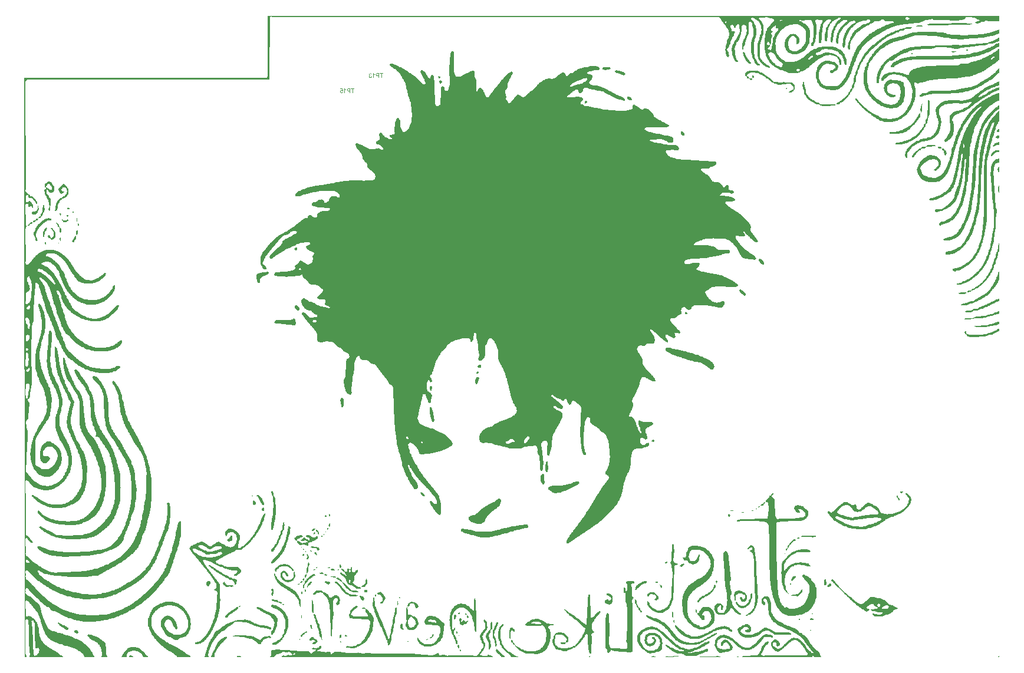
<source format=gbo>
G04*
G04 #@! TF.GenerationSoftware,Altium Limited,Altium Designer,24.5.2 (23)*
G04*
G04 Layer_Color=32896*
%FSLAX44Y44*%
%MOMM*%
G71*
G04*
G04 #@! TF.SameCoordinates,75C5DE1E-65E4-46FA-8C81-F02E573EC27C*
G04*
G04*
G04 #@! TF.FilePolarity,Positive*
G04*
G01*
G75*
G36*
X1400065Y919876D02*
X1399927Y912568D01*
X1389723Y912292D01*
X1383655Y912568D01*
X1382828Y912844D01*
X1380346Y913120D01*
X1377312Y911740D01*
X1375381Y911465D01*
X1374278Y911189D01*
X1372072Y909810D01*
X1369865Y909534D01*
X1369038Y909258D01*
X1365177Y909534D01*
X1364763Y909948D01*
X1365315Y910224D01*
X1368073Y911878D01*
X1369452Y912430D01*
X1370969Y912844D01*
X1371382Y913257D01*
X1371658Y913809D01*
X1371244Y914223D01*
X1369314Y914498D01*
X1366832Y915602D01*
X1366280Y916153D01*
X1365728Y916429D01*
X1365177Y916981D01*
X1361591Y917532D01*
X1360488Y917808D01*
X1358696Y918497D01*
X1352766Y918084D01*
X1351663Y917808D01*
X1350973Y917119D01*
X1349870Y915188D01*
X1349181Y914498D01*
X1345595Y914223D01*
X1344768Y913947D01*
X1342010Y913671D01*
X1341182Y913395D01*
X1316774Y913533D01*
X1312913Y913809D01*
X1304915Y914085D01*
X1304088Y915464D01*
X1303674Y915877D01*
X1302847Y916153D01*
X1301192Y915050D01*
X1293745Y913947D01*
X1290160Y912292D01*
X1286023Y910361D01*
X1283403Y909948D01*
X1280645Y909672D01*
X1273474Y909120D01*
X1270716Y908845D01*
X1266303Y908293D01*
X1264649Y908017D01*
X1262442Y907741D01*
X1260787Y907466D01*
X1259684Y907190D01*
X1258029Y906914D01*
X1254582Y906500D01*
X1252651Y905949D01*
X1251134Y905259D01*
X1248514Y904294D01*
X1246584Y904018D01*
X1245481Y903742D01*
X1242585Y902225D01*
X1240792Y901536D01*
X1239689Y901260D01*
X1238310Y900709D01*
X1237758Y900157D01*
X1235276Y898778D01*
X1233759Y898089D01*
X1232242Y896847D01*
X1231691Y896572D01*
X1229209Y895468D01*
X1228657Y895193D01*
X1228105Y894641D01*
X1227140Y893951D01*
X1224520Y892986D01*
X1223693Y892159D01*
X1220659Y890504D01*
X1220107Y890228D01*
X1219004Y889125D01*
X1216522Y887746D01*
X1215143Y886367D01*
X1213212Y885264D01*
X1211282Y883333D01*
X1210730Y883057D01*
X1208248Y880575D01*
X1207696Y880300D01*
X1204249Y876852D01*
X1203973Y876301D01*
X1202318Y874646D01*
X1202043Y874094D01*
X1201629Y873680D01*
X1201215Y872163D01*
X1199285Y869406D01*
X1198319Y866786D01*
X1196527Y864165D01*
X1195975Y861683D01*
X1193907Y857684D01*
X1193493Y856167D01*
X1192941Y854237D01*
X1191700Y851892D01*
X1191149Y850513D01*
X1190735Y848721D01*
X1189218Y845273D01*
X1188666Y843894D01*
X1187977Y840723D01*
X1187425Y839344D01*
X1186736Y837827D01*
X1185770Y835207D01*
X1184943Y833276D01*
X1184667Y832725D01*
X1184116Y832173D01*
X1182185Y828587D01*
X1181358Y827760D01*
X1180255Y825829D01*
X1179014Y824588D01*
X1177772Y823072D01*
X1177497Y822520D01*
X1175290Y820314D01*
X1175014Y819762D01*
X1173222Y817969D01*
X1172670Y817693D01*
X1172119Y817142D01*
X1170740Y816314D01*
X1169912Y815487D01*
X1169361Y815211D01*
X1168947Y814798D01*
X1167568Y814246D01*
X1165224Y813832D01*
X1164396Y813557D01*
X1158329Y813281D01*
X1154605Y813694D01*
X1151985Y814108D01*
X1149779Y814660D01*
X1143987Y817418D01*
X1143574Y817831D01*
X1143298Y818383D01*
X1142608Y819072D01*
X1142057Y819348D01*
X1141505Y819900D01*
X1139574Y822934D01*
X1138195Y825140D01*
X1137782Y826657D01*
X1136954Y829967D01*
X1136678Y830794D01*
X1136403Y836586D01*
X1137230Y841274D01*
X1137782Y843205D01*
X1138333Y845411D01*
X1138885Y846790D01*
X1139436Y847342D01*
X1140816Y849824D01*
X1142057Y851065D01*
X1142608Y851341D01*
X1144539Y853271D01*
X1148400Y854650D01*
X1149779Y855202D01*
X1152537Y855478D01*
X1156122Y855202D01*
X1160535Y854099D01*
X1162466Y853547D01*
X1165775Y851341D01*
X1168395Y847893D01*
X1168671Y845963D01*
X1167844Y844032D01*
X1167292Y843481D01*
X1167016Y842929D01*
X1165224Y841136D01*
X1163293Y840033D01*
X1160259Y838102D01*
X1158053Y837827D01*
X1156674Y838378D01*
X1156260Y839895D01*
X1156812Y841274D01*
X1157915Y841826D01*
X1159984Y842240D01*
X1161638Y843343D01*
X1162190Y843618D01*
X1162741Y844170D01*
X1163293Y844446D01*
X1163982Y845411D01*
X1164258Y846790D01*
X1163982Y847893D01*
X1163569Y848307D01*
X1159432Y850513D01*
X1158605Y850789D01*
X1151710Y851065D01*
X1149779Y850789D01*
X1147848Y849686D01*
X1147297Y849410D01*
X1144401Y846514D01*
X1141505Y841136D01*
X1141229Y840033D01*
X1140953Y838654D01*
X1140678Y835620D01*
X1140816Y830518D01*
X1141367Y828312D01*
X1143574Y823623D01*
X1144815Y822382D01*
X1145366Y822106D01*
X1147710Y820314D01*
X1149089Y819762D01*
X1151158Y819348D01*
X1151985Y819072D01*
X1163017Y818797D01*
X1166327Y819348D01*
X1168257Y819900D01*
X1169361Y821003D01*
X1169912Y821279D01*
X1170464Y821831D01*
X1171015Y822106D01*
X1172256Y823347D01*
X1172532Y823899D01*
X1173360Y824726D01*
X1175290Y827208D01*
X1175566Y827760D01*
X1176393Y828587D01*
X1178324Y832173D01*
X1178600Y832725D01*
X1179151Y833276D01*
X1179427Y833828D01*
X1179841Y834241D01*
X1180393Y835620D01*
X1180806Y837413D01*
X1181634Y839344D01*
X1182047Y839757D01*
X1182599Y841136D01*
X1182875Y842240D01*
X1183288Y844032D01*
X1184805Y847480D01*
X1185357Y848859D01*
X1185633Y850238D01*
X1186046Y852030D01*
X1187287Y854926D01*
X1187977Y856719D01*
X1188253Y857822D01*
X1188529Y859753D01*
X1188942Y861270D01*
X1190321Y863476D01*
X1191011Y865269D01*
X1191562Y867199D01*
X1192941Y869130D01*
X1193355Y870095D01*
X1193769Y871612D01*
X1195148Y873542D01*
X1196802Y876576D01*
X1197078Y877128D01*
X1197492Y877266D01*
X1197906Y877679D01*
X1199009Y879610D01*
X1200664Y881265D01*
X1200939Y881816D01*
X1201491Y882368D01*
X1201767Y882920D01*
X1207145Y888298D01*
X1207696Y888574D01*
X1208938Y889815D01*
X1210454Y891056D01*
X1211006Y891331D01*
X1211695Y892021D01*
X1211971Y892572D01*
X1214316Y894089D01*
X1214867Y894365D01*
X1215970Y895468D01*
X1218453Y896847D01*
X1219004Y897123D01*
X1220107Y898226D01*
X1221073Y898640D01*
X1222865Y899330D01*
X1223693Y900157D01*
X1224244Y900433D01*
X1224658Y900846D01*
X1226451Y901536D01*
X1227830Y902088D01*
X1228381Y902363D01*
X1229346Y903329D01*
X1230725Y903880D01*
X1232518Y904294D01*
X1233897Y904846D01*
X1234449Y905397D01*
X1235966Y906362D01*
X1237483Y906776D01*
X1239413Y907328D01*
X1240930Y908017D01*
X1243136Y908845D01*
X1244240Y909120D01*
X1245894Y909396D01*
X1247411Y909810D01*
X1248101Y910499D01*
X1248377Y911327D01*
X1247135Y912292D01*
X1236655Y912568D01*
X1234725Y913120D01*
X1233346Y914498D01*
X1231415Y914774D01*
X1228381Y912844D01*
X1225899Y912568D01*
X1223969Y912292D01*
X1221210Y912016D01*
X1219280Y911189D01*
X1218453Y910361D01*
X1217487Y909672D01*
X1215970Y909258D01*
X1214591Y908707D01*
X1214178Y908293D01*
X1213902Y907741D01*
X1211971Y906638D01*
X1210454Y906225D01*
X1208800Y905121D01*
X1206869Y904018D01*
X1204939Y903191D01*
X1204387Y902639D01*
X1202456Y901536D01*
X1200526Y900157D01*
X1198044Y898226D01*
X1197492Y897951D01*
X1195837Y896296D01*
X1195285Y896020D01*
X1194320Y895055D01*
X1194044Y894503D01*
X1193079Y893538D01*
X1191838Y892021D01*
X1190735Y890090D01*
X1190459Y889539D01*
X1188942Y888022D01*
X1188529Y886505D01*
X1187425Y884023D01*
X1186046Y882092D01*
X1185770Y878231D01*
X1185495Y873818D01*
X1185219Y871888D01*
X1184805Y871474D01*
X1183702Y871198D01*
X1182737Y872439D01*
X1182461Y874646D01*
X1183012Y880162D01*
X1183288Y881265D01*
X1184805Y884161D01*
X1185219Y885678D01*
X1185495Y887608D01*
X1185770Y888711D01*
X1186322Y889263D01*
X1186598Y889815D01*
X1187150Y890366D01*
X1188529Y894227D01*
X1188942Y894641D01*
X1190735Y897261D01*
X1191011Y897813D01*
X1192528Y899330D01*
X1193079Y899605D01*
X1193907Y900433D01*
X1196389Y901812D01*
X1196940Y902363D01*
X1197492Y902639D01*
X1198595Y903742D01*
X1199147Y904018D01*
X1201905Y905949D01*
X1203284Y906776D01*
X1205214Y907604D01*
X1206593Y908155D01*
X1209075Y909258D01*
X1210454Y909810D01*
X1211558Y910086D01*
X1213074Y910775D01*
X1213350Y911327D01*
X1213902Y911878D01*
X1214178Y913533D01*
X1213212Y914498D01*
X1211006Y914774D01*
X1209903Y914498D01*
X1207972Y913120D01*
X1203422Y912706D01*
X1202043Y912430D01*
X1198871Y911740D01*
X1197768Y911465D01*
X1196940Y910637D01*
X1195423Y909672D01*
X1193907Y909258D01*
X1192941Y908017D01*
X1192665Y907466D01*
X1190873Y906225D01*
X1190321Y905949D01*
X1190183Y905535D01*
X1188529Y903880D01*
X1188253Y903329D01*
X1186598Y901674D01*
X1186322Y901122D01*
X1183564Y897261D01*
X1180944Y891883D01*
X1180255Y888987D01*
X1179565Y886643D01*
X1179014Y884436D01*
X1178738Y883057D01*
X1178324Y878783D01*
X1177772Y875473D01*
X1177359Y875059D01*
X1176393Y874370D01*
X1175704Y874508D01*
X1175014Y875197D01*
X1174739Y877404D01*
X1175014Y883471D01*
X1175290Y886229D01*
X1175842Y888436D01*
X1176945Y892021D01*
X1177497Y893951D01*
X1177772Y895055D01*
X1178324Y896434D01*
X1179151Y897261D01*
X1180530Y899743D01*
X1180806Y900295D01*
X1182185Y901674D01*
X1182461Y902225D01*
X1186460Y906225D01*
X1188942Y908155D01*
X1190459Y909120D01*
X1192252Y909810D01*
X1192665Y910224D01*
X1192941Y911878D01*
X1192528Y913120D01*
X1191424Y913395D01*
X1188115Y912568D01*
X1184529Y911465D01*
X1183840Y910775D01*
X1183564Y910224D01*
X1183150Y909810D01*
X1181771Y908982D01*
X1181082Y908293D01*
X1180806Y907741D01*
X1179565Y906500D01*
X1179014Y906225D01*
X1177772Y904708D01*
X1176255Y903466D01*
X1174876Y901260D01*
X1173911Y900571D01*
X1173222Y899605D01*
X1171843Y896847D01*
X1170602Y895331D01*
X1170188Y894365D01*
X1169636Y890780D01*
X1169361Y889401D01*
X1169085Y888298D01*
X1168809Y886091D01*
X1168533Y882506D01*
X1168120Y880713D01*
X1167706Y880300D01*
X1166603Y880024D01*
X1165637Y880989D01*
X1165361Y882644D01*
X1165086Y883747D01*
X1165361Y887332D01*
X1165637Y888436D01*
X1166051Y889952D01*
X1166327Y891056D01*
X1166603Y892710D01*
X1167016Y895055D01*
X1168120Y896710D01*
X1168809Y897675D01*
X1169499Y899467D01*
X1170050Y900846D01*
X1170464Y901260D01*
X1171015Y901536D01*
X1172256Y903880D01*
X1174187Y905811D01*
X1174463Y906362D01*
X1175980Y907879D01*
X1176531Y908155D01*
X1177083Y908982D01*
X1177635Y909258D01*
X1178186Y909810D01*
X1178738Y910086D01*
X1179703Y911051D01*
X1179979Y911603D01*
X1180806Y912430D01*
X1181082Y913809D01*
X1180668Y914223D01*
X1178738Y914498D01*
X1177635Y914223D01*
X1176807Y913947D01*
X1175704Y913671D01*
X1173497Y912292D01*
X1172946Y912016D01*
X1171567Y911465D01*
X1169361Y909258D01*
X1168395Y908569D01*
X1167016Y906087D01*
X1165913Y904983D01*
X1164948Y903466D01*
X1164534Y901674D01*
X1163982Y900295D01*
X1163017Y899330D01*
X1162466Y897951D01*
X1162190Y896296D01*
X1161914Y893814D01*
X1161638Y892435D01*
X1161362Y890780D01*
X1160949Y887057D01*
X1160673Y885126D01*
X1160397Y882368D01*
X1159432Y881678D01*
X1158191Y882092D01*
X1157363Y883471D01*
X1157501Y887470D01*
X1157777Y889125D01*
X1158053Y890504D01*
X1158329Y891607D01*
X1158605Y893262D01*
X1158880Y895744D01*
X1159156Y897399D01*
X1159570Y898916D01*
X1159984Y899330D01*
X1161087Y900984D01*
X1161500Y903053D01*
X1162052Y904983D01*
X1163155Y906087D01*
X1163982Y907466D01*
X1164534Y908845D01*
X1166051Y910361D01*
X1167844Y912981D01*
X1168120Y913533D01*
X1169085Y914223D01*
X1171015Y915326D01*
X1171705Y916015D01*
X1171567Y916981D01*
X1169085Y917256D01*
X1167706Y916705D01*
X1166465Y915464D01*
X1164672Y914774D01*
X1163293Y914223D01*
X1162741Y913947D01*
X1162604Y913533D01*
X1162190Y913120D01*
X1159846Y911878D01*
X1159018Y910499D01*
X1158053Y909534D01*
X1157501Y909258D01*
X1156812Y908569D01*
X1156536Y907190D01*
X1155846Y905673D01*
X1154605Y904156D01*
X1154192Y901812D01*
X1153640Y896847D01*
X1153364Y894641D01*
X1153089Y891607D01*
X1152675Y885126D01*
X1152399Y884023D01*
X1151985Y883609D01*
X1150331Y883333D01*
X1149641Y884023D01*
X1149365Y885126D01*
X1149089Y885953D01*
X1149365Y891469D01*
X1150055Y897123D01*
X1150331Y898226D01*
X1150744Y900571D01*
X1151020Y901674D01*
X1151296Y903604D01*
X1153226Y905535D01*
X1153502Y906087D01*
X1154054Y908293D01*
X1154743Y908982D01*
X1155295Y909258D01*
X1155709Y909672D01*
X1156536Y911051D01*
X1157915Y912430D01*
X1158191Y913809D01*
X1157639Y914361D01*
X1156122Y914774D01*
X1153364Y914498D01*
X1152261Y914223D01*
X1150882Y912844D01*
X1150331Y912568D01*
X1149365Y911603D01*
X1147710Y908569D01*
X1146745Y907052D01*
X1146469Y905949D01*
X1145366Y898502D01*
X1144815Y893538D01*
X1144401Y887057D01*
X1144125Y883471D01*
X1143574Y881541D01*
X1142884Y880851D01*
X1141505Y880575D01*
X1140540Y881816D01*
X1140678Y892435D01*
X1140953Y895744D01*
X1141229Y897951D01*
X1142057Y902088D01*
X1142332Y903191D01*
X1143022Y906362D01*
X1143298Y907466D01*
X1143849Y908845D01*
X1144401Y909396D01*
X1145504Y911327D01*
X1145780Y913533D01*
X1145090Y914223D01*
X1142608Y914498D01*
X1141781Y914223D01*
X1138333Y914361D01*
X1136541Y914223D01*
X1135851Y913533D01*
X1135575Y911878D01*
X1136127Y909672D01*
X1137230Y906914D01*
X1137092Y896296D01*
X1136816Y893814D01*
X1136541Y891607D01*
X1136265Y889952D01*
X1135300Y883747D01*
X1134472Y881816D01*
X1134196Y881265D01*
X1133783Y880851D01*
X1132542Y877404D01*
X1132128Y876990D01*
X1130197Y876714D01*
X1129508Y877679D01*
X1129784Y879610D01*
X1130611Y881541D01*
X1131714Y883471D01*
X1131990Y884574D01*
X1132266Y885402D01*
X1132542Y892021D01*
X1132817Y892848D01*
X1132542Y904432D01*
X1132266Y908017D01*
X1131438Y910775D01*
X1130335Y912430D01*
X1130059Y912981D01*
X1129094Y913947D01*
X1127439Y914223D01*
X1125922Y913809D01*
X1124544Y913533D01*
X1116407Y913120D01*
X1114477Y913947D01*
X1112684Y913809D01*
X1112408Y913257D01*
X1113098Y912568D01*
X1114753Y912292D01*
X1115994Y911878D01*
X1116270Y911327D01*
X1116959Y910637D01*
X1117511Y910361D01*
X1117924Y909948D01*
X1119717Y909258D01*
X1121096Y908707D01*
X1123027Y906776D01*
X1123578Y906500D01*
X1123992Y906087D01*
X1125095Y904156D01*
X1125922Y903329D01*
X1127301Y900846D01*
X1127577Y897537D01*
X1127853Y896710D01*
X1128129Y890642D01*
X1127439Y884988D01*
X1127163Y883609D01*
X1126750Y881265D01*
X1125371Y878231D01*
X1124819Y876852D01*
X1123992Y874921D01*
X1122613Y873542D01*
X1122337Y872991D01*
X1121786Y872439D01*
X1121510Y871888D01*
X1120820Y871198D01*
X1118338Y869268D01*
X1117786Y868992D01*
X1116959Y868165D01*
X1115580Y867337D01*
X1111995Y865682D01*
X1110891Y865406D01*
X1109512Y864855D01*
X1105100Y864579D01*
X1102342Y864855D01*
X1098756Y866510D01*
X1096826Y867337D01*
X1095585Y868578D01*
X1095309Y869130D01*
X1094619Y869819D01*
X1094068Y870095D01*
X1092827Y872439D01*
X1091861Y875611D01*
X1091448Y877128D01*
X1091172Y878231D01*
X1091448Y880989D01*
X1091999Y883195D01*
X1092551Y885126D01*
X1093654Y887608D01*
X1093930Y888160D01*
X1094757Y888987D01*
X1095033Y889539D01*
X1096274Y890780D01*
X1096826Y891056D01*
X1097377Y891607D01*
X1099860Y893538D01*
X1102342Y893814D01*
X1103169Y894089D01*
X1105927Y893814D01*
X1107030Y893538D01*
X1108409Y892986D01*
X1109375Y892021D01*
X1109650Y891469D01*
X1110064Y891331D01*
X1110478Y890918D01*
X1111857Y888436D01*
X1112408Y887057D01*
X1112684Y882644D01*
X1111857Y880713D01*
X1110616Y879748D01*
X1109237Y879472D01*
X1108409Y880300D01*
X1108547Y885402D01*
X1108271Y886505D01*
X1107306Y888298D01*
X1106203Y889952D01*
X1105651Y890228D01*
X1105100Y890780D01*
X1103169Y891056D01*
X1102066Y890780D01*
X1100687Y890228D01*
X1099584Y889125D01*
X1098205Y886919D01*
X1097240Y884299D01*
X1096688Y882920D01*
X1096412Y878507D01*
X1096688Y877404D01*
X1097240Y875473D01*
X1097791Y874094D01*
X1098618Y872163D01*
X1100135Y870647D01*
X1102066Y869543D01*
X1103169Y869268D01*
X1103997Y868992D01*
X1106892Y869130D01*
X1108271Y869406D01*
X1109788Y869819D01*
X1111305Y870509D01*
X1113925Y872301D01*
X1114477Y872577D01*
X1115856Y873956D01*
X1117097Y875473D01*
X1117373Y876025D01*
X1118752Y877404D01*
X1119579Y878783D01*
X1120682Y881265D01*
X1121786Y883195D01*
X1122061Y884023D01*
X1122337Y892297D01*
X1122061Y895882D01*
X1121786Y897813D01*
X1120820Y900157D01*
X1118890Y903191D01*
X1115856Y904846D01*
X1115166Y905535D01*
X1113512Y906638D01*
X1111719Y907328D01*
X1110340Y907879D01*
X1109512Y908155D01*
X1108271Y908017D01*
X1103859Y907741D01*
X1102756Y907466D01*
X1101376Y907190D01*
X1098756Y906776D01*
X1097653Y906500D01*
X1095171Y905397D01*
X1093240Y904294D01*
X1091310Y903466D01*
X1090345Y902501D01*
X1088828Y901260D01*
X1088276Y900984D01*
X1087862Y900571D01*
X1087587Y900019D01*
X1085104Y897537D01*
X1084829Y896985D01*
X1084415Y896572D01*
X1083174Y895055D01*
X1082898Y894503D01*
X1080554Y890228D01*
X1080002Y888849D01*
X1078899Y884436D01*
X1078485Y882368D01*
X1078210Y881541D01*
X1078347Y874784D01*
X1078623Y873129D01*
X1079175Y870922D01*
X1079864Y867751D01*
X1080692Y865820D01*
X1081795Y863890D01*
X1082898Y862235D01*
X1083174Y861683D01*
X1086897Y857960D01*
X1087449Y857684D01*
X1088000Y857133D01*
X1091586Y855202D01*
X1093516Y854099D01*
X1097102Y853823D01*
X1098205Y853547D01*
X1104272Y853823D01*
X1107582Y854375D01*
X1109926Y855616D01*
X1113374Y856857D01*
X1114477Y857960D01*
X1117511Y859615D01*
X1119441Y861545D01*
X1119993Y861821D01*
X1120544Y862373D01*
X1121096Y862648D01*
X1121510Y863338D01*
X1123027Y864579D01*
X1123578Y864855D01*
X1123992Y865269D01*
X1124268Y865820D01*
X1125785Y867061D01*
X1126336Y867337D01*
X1127715Y868716D01*
X1129646Y869819D01*
X1131025Y870371D01*
X1131576Y870922D01*
X1134059Y872301D01*
X1135989Y872853D01*
X1138471Y873956D01*
X1140264Y874646D01*
X1142884Y875059D01*
X1143987Y875335D01*
X1145918Y875611D01*
X1146745Y875887D01*
X1155019Y876163D01*
X1158605Y875887D01*
X1159708Y875611D01*
X1164396Y874784D01*
X1165775Y874232D01*
X1168809Y872853D01*
X1171291Y871750D01*
X1173222Y869819D01*
X1174187Y869130D01*
X1175290Y867199D01*
X1176669Y865269D01*
X1177497Y863890D01*
X1177772Y862786D01*
X1178324Y860856D01*
X1179979Y857270D01*
X1180255Y856443D01*
X1180530Y851479D01*
X1180117Y849962D01*
X1179151Y849272D01*
X1178462Y849410D01*
X1177910Y849962D01*
X1176945Y852582D01*
X1176669Y853409D01*
X1176393Y856167D01*
X1176118Y857270D01*
X1175566Y859201D01*
X1174739Y861132D01*
X1174187Y862511D01*
X1173222Y863476D01*
X1170877Y864993D01*
X1170602Y865544D01*
X1169774Y866372D01*
X1169085Y867337D01*
X1168120Y868027D01*
X1166465Y869130D01*
X1164672Y869819D01*
X1161500Y870785D01*
X1158329Y871474D01*
X1157501Y871750D01*
X1148952Y872026D01*
X1147021Y871750D01*
X1145918Y871474D01*
X1143987Y870647D01*
X1142608Y869268D01*
X1141091Y868302D01*
X1137920Y867613D01*
X1136403Y866923D01*
X1136127Y865820D01*
X1136403Y864717D01*
X1136816Y864303D01*
X1138747Y863200D01*
X1139161Y863338D01*
X1140540Y863614D01*
X1144815Y865131D01*
X1147297Y866234D01*
X1150055Y867337D01*
X1152813Y867613D01*
X1153640Y867337D01*
X1155295Y867061D01*
X1156398Y866786D01*
X1159156Y866510D01*
X1162052Y865269D01*
X1163569Y864855D01*
X1165499Y864303D01*
X1166465Y863338D01*
X1167982Y862097D01*
X1168533Y861821D01*
X1169085Y861270D01*
X1170326Y859753D01*
X1170602Y859201D01*
X1171015Y858787D01*
X1172256Y857270D01*
X1172532Y856167D01*
X1172808Y855340D01*
X1173084Y851479D01*
X1172532Y850100D01*
X1172119Y849686D01*
X1171015Y849410D01*
X1170464Y849962D01*
X1170188Y851065D01*
X1169774Y854512D01*
X1169499Y855616D01*
X1169223Y857546D01*
X1167706Y858787D01*
X1166465Y860304D01*
X1166189Y860856D01*
X1165775Y861270D01*
X1162466Y862097D01*
X1160535Y862924D01*
X1159984Y863476D01*
X1156398Y863752D01*
X1152537Y863200D01*
X1151434Y862924D01*
X1148262Y861959D01*
X1146745Y861545D01*
X1145366Y860994D01*
X1143711Y859891D01*
X1141229Y858512D01*
X1140678Y858236D01*
X1140126Y857684D01*
X1138195Y856305D01*
X1137644Y856029D01*
X1137092Y855478D01*
X1134610Y853547D01*
X1134059Y853271D01*
X1133093Y852306D01*
X1131576Y851065D01*
X1131025Y850789D01*
X1130335Y850100D01*
X1130059Y849548D01*
X1128818Y848583D01*
X1128267Y848307D01*
X1126888Y846928D01*
X1124957Y845549D01*
X1124406Y845273D01*
X1123302Y844170D01*
X1120131Y842377D01*
X1118614Y841136D01*
X1116821Y840447D01*
X1114753Y840033D01*
X1112822Y838654D01*
X1111857Y838240D01*
X1110202Y837965D01*
X1099860Y837551D01*
X1097929Y837827D01*
X1095447Y838930D01*
X1094895Y839206D01*
X1094344Y839757D01*
X1092965Y840309D01*
X1091861Y840585D01*
X1089931Y840861D01*
X1088138Y841550D01*
X1086759Y842102D01*
X1084139Y843067D01*
X1081657Y844170D01*
X1078072Y846101D01*
X1077520Y846376D01*
X1076831Y847066D01*
X1075314Y848307D01*
X1074762Y848583D01*
X1073107Y850238D01*
X1072142Y850927D01*
X1071866Y851479D01*
X1069660Y853685D01*
X1068281Y856167D01*
X1067453Y856995D01*
X1066764Y857960D01*
X1065523Y861407D01*
X1064282Y863476D01*
X1064006Y864579D01*
X1063592Y868027D01*
X1063316Y870785D01*
X1063041Y871612D01*
X1062765Y875749D01*
X1062489Y876576D01*
X1062765Y883471D01*
X1063041Y887057D01*
X1063316Y889815D01*
X1063592Y890918D01*
X1064420Y896710D01*
X1065661Y899605D01*
X1066350Y901398D01*
X1066902Y902777D01*
X1067867Y903742D01*
X1069108Y905259D01*
X1069384Y905811D01*
X1071039Y907466D01*
X1071314Y908017D01*
X1071866Y908569D01*
X1072142Y909120D01*
X1076003Y912981D01*
X1076279Y914912D01*
X1075314Y915877D01*
X1072831Y916429D01*
X1071314Y916843D01*
X1065109Y917808D01*
X1064282Y918084D01*
X1061524Y917532D01*
X1060696Y917256D01*
X1056008Y917532D01*
X1054905Y917256D01*
X1054491Y916567D01*
X1054767Y915740D01*
X1055594Y914912D01*
X1055870Y914361D01*
X1057111Y913120D01*
X1057663Y912844D01*
X1058352Y911878D01*
X1058628Y911327D01*
X1059179Y909948D01*
X1060007Y908569D01*
X1061110Y906638D01*
X1061386Y901398D01*
X1061110Y896985D01*
X1060834Y895882D01*
X1060558Y893951D01*
X1060283Y892848D01*
X1059042Y888849D01*
X1058766Y887746D01*
X1058352Y885953D01*
X1057387Y883609D01*
X1056697Y881816D01*
X1056422Y880989D01*
X1056146Y877679D01*
X1055870Y876852D01*
X1055594Y868302D01*
X1055870Y866372D01*
X1056146Y861132D01*
X1056697Y858925D01*
X1058076Y857546D01*
X1059179Y855616D01*
X1059455Y855064D01*
X1060421Y854375D01*
X1060972Y854099D01*
X1061662Y853409D01*
X1061937Y852858D01*
X1062627Y852168D01*
X1064557Y851065D01*
X1065109Y850789D01*
X1065937Y849962D01*
X1068970Y848307D01*
X1070211Y846514D01*
X1070073Y845273D01*
X1069246Y844997D01*
X1065937Y845825D01*
X1064557Y847204D01*
X1062075Y848583D01*
X1060145Y850513D01*
X1059593Y850789D01*
X1057387Y852996D01*
X1056146Y854512D01*
X1054491Y857546D01*
X1053388Y859477D01*
X1053112Y861132D01*
X1052836Y861959D01*
X1052560Y868302D01*
X1052284Y869130D01*
X1052422Y871474D01*
X1052836Y877955D01*
X1053388Y882644D01*
X1054905Y886367D01*
X1055456Y888574D01*
X1055732Y889952D01*
X1056146Y891745D01*
X1057525Y894779D01*
X1057800Y898364D01*
X1058076Y899192D01*
X1057800Y903880D01*
X1057525Y905811D01*
X1056008Y908707D01*
X1055318Y910499D01*
X1053112Y912706D01*
X1052836Y913257D01*
X1051871Y914223D01*
X1049664Y915050D01*
X1049113Y915602D01*
X1048561Y915877D01*
X1048010Y916429D01*
X1047458Y916705D01*
X1046631Y917532D01*
X1046079Y917808D01*
X1044148Y917532D01*
X1043459Y916843D01*
X1043183Y915740D01*
X1044286Y914636D01*
X1045665Y912706D01*
X1045941Y912154D01*
X1046355Y912016D01*
X1047734Y910637D01*
X1048699Y908017D01*
X1049802Y905535D01*
X1050354Y904156D01*
X1050630Y900295D01*
X1050906Y899467D01*
X1050630Y893124D01*
X1050354Y892021D01*
X1049664Y889677D01*
X1048837Y887470D01*
X1048561Y886367D01*
X1048010Y883057D01*
X1047734Y880851D01*
X1047320Y878231D01*
X1047044Y877404D01*
X1047182Y869819D01*
X1047458Y867613D01*
X1048285Y862648D01*
X1048699Y860856D01*
X1051457Y855064D01*
X1051733Y854512D01*
X1052560Y853685D01*
X1052836Y853133D01*
X1054353Y851617D01*
X1054905Y851341D01*
X1055318Y850927D01*
X1055594Y849272D01*
X1055180Y848859D01*
X1054215Y848445D01*
X1053526Y848583D01*
X1052422Y848859D01*
X1049802Y851479D01*
X1049527Y852030D01*
X1048699Y852858D01*
X1048010Y853823D01*
X1047458Y855202D01*
X1047044Y856719D01*
X1045665Y858649D01*
X1045114Y861132D01*
X1044562Y863338D01*
X1044286Y865269D01*
X1043459Y868302D01*
X1043183Y869130D01*
X1042907Y875473D01*
X1043183Y879886D01*
X1043459Y880989D01*
X1044424Y884161D01*
X1045114Y887332D01*
X1045665Y889539D01*
X1046217Y891469D01*
X1046493Y892297D01*
X1046768Y899467D01*
X1046493Y900571D01*
X1045527Y903742D01*
X1045252Y905121D01*
X1044976Y907328D01*
X1044562Y909948D01*
X1043321Y911189D01*
X1040977Y911051D01*
X1039874Y909120D01*
X1039598Y904983D01*
X1039874Y904156D01*
X1040149Y897537D01*
X1039874Y896434D01*
X1039598Y894503D01*
X1039046Y893124D01*
X1038633Y892710D01*
X1038081Y891331D01*
X1037667Y889263D01*
X1037391Y888160D01*
X1036288Y885678D01*
X1035323Y883609D01*
X1034771Y881403D01*
X1034358Y879610D01*
X1033530Y877679D01*
X1032565Y875335D01*
X1032289Y874232D01*
X1031876Y872439D01*
X1031186Y870647D01*
X1030221Y872163D01*
X1030359Y877266D01*
X1030634Y878921D01*
X1030910Y880024D01*
X1031186Y881403D01*
X1031876Y884574D01*
X1032565Y886367D01*
X1033806Y887884D01*
X1034358Y889263D01*
X1034633Y890366D01*
X1035461Y892297D01*
X1035737Y892848D01*
X1036150Y893262D01*
X1036702Y894641D01*
X1037116Y898916D01*
X1036840Y903329D01*
X1036012Y905259D01*
X1035323Y906225D01*
X1034771Y906500D01*
X1034220Y907052D01*
X1032841Y907328D01*
X1031462Y906776D01*
X1030772Y906087D01*
X1029669Y904156D01*
X1029393Y897813D01*
X1029118Y895055D01*
X1028704Y893538D01*
X1027876Y891331D01*
X1027187Y888436D01*
X1026084Y885953D01*
X1024153Y883471D01*
X1023877Y882920D01*
X1022361Y881403D01*
X1021671Y879610D01*
X1020016Y876025D01*
X1019740Y871888D01*
X1020016Y870785D01*
X1020706Y864579D01*
X1021119Y862235D01*
X1021395Y861132D01*
X1022223Y858374D01*
X1023877Y856719D01*
X1024705Y855340D01*
X1024291Y854099D01*
X1022636Y853823D01*
X1021533Y854099D01*
X1019465Y856167D01*
X1018499Y857684D01*
X1018086Y860580D01*
X1016431Y864165D01*
X1016155Y868578D01*
X1015052Y871060D01*
X1015190Y872577D01*
X1015465Y873680D01*
X1015879Y875197D01*
X1016431Y876576D01*
X1017258Y877955D01*
X1018499Y880575D01*
X1018775Y881678D01*
X1019189Y883195D01*
X1021671Y886781D01*
X1024429Y892021D01*
X1024705Y892572D01*
X1025118Y892986D01*
X1026497Y894641D01*
X1026773Y898226D01*
X1026635Y905811D01*
X1026084Y907190D01*
X1024843Y907879D01*
X1022912Y907328D01*
X1021809Y905949D01*
X1021395Y904156D01*
X1020982Y902915D01*
X1019878Y902639D01*
X1019189Y903329D01*
X1018913Y903880D01*
X1018361Y905811D01*
X1017396Y906500D01*
X1016293Y906776D01*
X1014362Y906500D01*
X1013949Y906087D01*
X1013673Y904432D01*
X1014638Y902088D01*
X1014914Y900709D01*
X1015328Y898916D01*
X1016293Y897951D01*
X1019878Y897675D01*
X1020292Y897261D01*
X1019740Y896158D01*
X1019189Y895606D01*
X1018913Y893676D01*
X1018361Y891745D01*
X1017810Y891193D01*
X1017534Y890642D01*
X1016982Y890090D01*
X1015741Y887746D01*
X1013949Y882644D01*
X1013397Y880437D01*
X1012845Y879058D01*
X1010639Y874921D01*
X1010363Y874370D01*
X1008984Y872991D01*
X1008708Y871336D01*
X1008984Y870233D01*
X1010225Y868992D01*
X1010777Y867613D01*
X1011053Y866510D01*
X1011329Y865131D01*
X1011742Y862786D01*
X1011191Y860856D01*
X1010088Y860304D01*
X1009122Y860442D01*
X1007881Y862786D01*
X1007467Y864303D01*
X1007192Y865682D01*
X1006502Y869957D01*
X1006226Y870785D01*
X1006502Y873267D01*
X1006778Y874094D01*
X1007054Y876852D01*
X1008157Y881265D01*
X1008433Y883195D01*
X1008708Y884299D01*
X1010225Y887470D01*
X1010777Y888849D01*
X1011191Y890642D01*
X1011467Y891469D01*
X1011742Y895606D01*
X1011329Y897123D01*
X1010915Y898916D01*
X1010363Y900295D01*
X1010088Y900846D01*
X1008984Y901950D01*
X1007881Y903880D01*
X1006502Y905259D01*
X1004847Y908293D01*
X1004434Y908707D01*
X1003882Y908982D01*
X1003468Y909396D01*
X1002365Y911327D01*
X1002089Y911878D01*
X1001262Y912706D01*
X999883Y915188D01*
X998918Y916153D01*
X996435Y918084D01*
X355482Y918360D01*
X354103Y918911D01*
X353276Y918635D01*
X352034Y917119D01*
X351759Y831621D01*
X351207Y829415D01*
X350242Y828450D01*
X256471Y828174D01*
X4116D01*
X3013Y827898D01*
X2047Y826933D01*
X1358Y825967D01*
X1496Y670831D01*
X1220Y668901D01*
X1496Y666970D01*
X1910Y666556D01*
X3840Y665453D01*
X4943Y664350D01*
X6322Y663523D01*
X7563Y662282D01*
X7839Y661730D01*
X8805Y660765D01*
X10459Y660489D01*
X11562Y660213D01*
X12252Y659524D01*
X12528Y658972D01*
X14734Y657593D01*
X15561Y656214D01*
X16113Y654835D01*
X17768Y653180D01*
X18044Y649871D01*
X17630Y649457D01*
X16665Y649595D01*
X15975Y650560D01*
X15010Y653180D01*
X14320Y653870D01*
X13769Y654146D01*
X12528Y655662D01*
X12252Y656766D01*
X11562Y657455D01*
X10735Y657731D01*
X9356Y658282D01*
X6322Y658558D01*
X5081Y659799D01*
X4805Y662282D01*
X4392Y662695D01*
X3840Y662971D01*
X2737Y662695D01*
X2047Y661454D01*
X1772Y654835D01*
X2047Y652905D01*
X2461Y652491D01*
X3564Y652215D01*
X4667Y652491D01*
X5771Y653594D01*
X6874Y653870D01*
X8529Y652767D01*
X9080Y652491D01*
X10597Y650974D01*
X11976Y648492D01*
X12252Y645734D01*
X11976Y644631D01*
X11562Y644217D01*
X10873Y644355D01*
X10597Y645182D01*
X9908Y646699D01*
X8529Y646975D01*
X8115Y646561D01*
X6460Y645458D01*
X5771Y645596D01*
X5219Y646147D01*
X4805Y649595D01*
X4392Y650009D01*
X2461Y650284D01*
X1634Y650009D01*
X1358Y648905D01*
X1496Y620636D01*
X2047Y619257D01*
X2599Y618705D01*
X2875Y617602D01*
X1634Y615258D01*
X1358Y614155D01*
X1496Y568510D01*
X1220Y564925D01*
X1496Y562994D01*
X1910Y562581D01*
X3564Y562305D01*
X4943Y562857D01*
X5357Y563270D01*
X5633Y563822D01*
X7288Y565477D01*
X7563Y566028D01*
X10045Y568510D01*
X10321Y569062D01*
X11562Y570303D01*
X12803Y571820D01*
X13079Y572372D01*
X13493Y572785D01*
X14045Y573061D01*
X15286Y574302D01*
X15561Y574854D01*
X16803Y575819D01*
X17354Y576095D01*
X19009Y577750D01*
X21491Y579129D01*
X22318Y579956D01*
X23284Y580645D01*
X25076Y581335D01*
X28110Y582714D01*
X28662Y582990D01*
X30041Y583541D01*
X40521Y583817D01*
X41624Y583541D01*
X43555Y583266D01*
X47002Y581749D01*
X48795Y581059D01*
X50174Y580508D01*
X50726Y580232D01*
X51277Y579680D01*
X54311Y578025D01*
X56242Y576095D01*
X56793Y575819D01*
X59000Y573613D01*
X59965Y572923D01*
X60241Y572372D01*
X62447Y570165D01*
X63274Y568786D01*
X64791Y567269D01*
X66170Y565063D01*
X67411Y563546D01*
X68239Y562167D01*
X68790Y560788D01*
X69894Y559685D01*
X71548Y556651D01*
X72376Y555824D01*
X74031Y552790D01*
X75961Y550859D01*
X76237Y550308D01*
X78443Y548101D01*
X78719Y547550D01*
X79684Y546585D01*
X80236Y546309D01*
X81615Y544930D01*
X83546Y543551D01*
X84097Y543275D01*
X84235Y542861D01*
X85476Y541896D01*
X86855Y541344D01*
X88786Y540793D01*
X90165Y540241D01*
X96508Y539965D01*
X100921Y541344D01*
X103955Y542723D01*
X106437Y544102D01*
X106988Y544378D01*
X107816Y545205D01*
X108367Y545481D01*
X109471Y546585D01*
X110022Y546860D01*
X110574Y547412D01*
X111125Y547688D01*
X112504Y549067D01*
X114435Y550446D01*
X116090Y550722D01*
X116779Y550032D01*
X116503Y548377D01*
X115952Y546998D01*
X115676Y546447D01*
X114986Y545757D01*
X114435Y545481D01*
X114021Y545068D01*
X113745Y544516D01*
X111677Y542448D01*
X111125Y542172D01*
X107264Y539414D01*
X106713Y539138D01*
X102713Y537345D01*
X100507Y536518D01*
X98439Y536104D01*
X97611Y535828D01*
X93198Y535553D01*
X92371Y535277D01*
X89199Y535415D01*
X86028Y535828D01*
X84925Y536104D01*
X82167Y536380D01*
X80236Y537207D01*
X76651Y539138D01*
X74444Y541344D01*
X72652Y543964D01*
X72376Y544516D01*
X71824Y545068D01*
X71548Y545619D01*
X70997Y546998D01*
X70307Y548515D01*
X69756Y548791D01*
X67963Y550584D01*
X67687Y551135D01*
X66308Y552514D01*
X66032Y553066D01*
X64929Y555548D01*
X64653Y556100D01*
X63688Y557065D01*
X62999Y558857D01*
X62447Y560237D01*
X61620Y561064D01*
X60517Y562994D01*
X60241Y564098D01*
X58586Y565752D01*
X57483Y567683D01*
X56793Y568372D01*
X56242Y568648D01*
X56104Y569062D01*
X52380Y572785D01*
X50864Y573750D01*
X49347Y574992D01*
X44658Y577474D01*
X44106Y577750D01*
X42727Y578301D01*
X35833Y578577D01*
X33075Y578301D01*
X31696Y577750D01*
X31282Y577336D01*
X31006Y576784D01*
X30454Y576233D01*
X30592Y575267D01*
X31558Y574578D01*
X32661Y574302D01*
X35281Y573337D01*
X36660Y572785D01*
X37212Y572509D01*
X38039Y571682D01*
X41073Y570027D01*
X42452Y568648D01*
X43831Y567821D01*
X44520Y567131D01*
X45210Y566166D01*
X45761Y565890D01*
X49209Y562443D01*
X50036Y561064D01*
X50726Y559271D01*
X51829Y557616D01*
X52518Y555824D01*
X54449Y553893D01*
X55690Y551273D01*
X56793Y549618D01*
X57345Y548239D01*
X57621Y547136D01*
X58034Y545343D01*
X59827Y541344D01*
X60241Y539827D01*
X60792Y537897D01*
X61620Y536518D01*
X62585Y535001D01*
X63550Y532381D01*
X64653Y531278D01*
X66032Y528796D01*
X66308Y528244D01*
X67411Y527141D01*
X68239Y525762D01*
X68790Y525210D01*
X69066Y524659D01*
X70721Y523004D01*
X70997Y522452D01*
X73065Y520384D01*
X73617Y520108D01*
X75547Y518177D01*
X77478Y517074D01*
X77892Y516660D01*
X79409Y515419D01*
X80788Y514868D01*
X83821Y513489D01*
X85614Y512799D01*
X88648Y512248D01*
X92647Y511834D01*
X93474Y511558D01*
X99128Y511696D01*
X101886Y511972D01*
X106713Y512661D01*
X110160Y514454D01*
X111677Y514868D01*
X113056Y515419D01*
X114159Y516523D01*
X116641Y517902D01*
X117193Y518177D01*
X119951Y520935D01*
X120503Y521211D01*
X120778Y521763D01*
X122019Y523280D01*
X122295Y523831D01*
X122847Y524383D01*
X123950Y526313D01*
X125880Y529071D01*
X126294Y530037D01*
X126984Y531829D01*
X127673Y532519D01*
X129328Y532795D01*
X129742Y532381D01*
X130017Y531278D01*
X129742Y529347D01*
X129466Y528244D01*
X128638Y525486D01*
X127260Y523280D01*
X126984Y522728D01*
X126432Y521349D01*
X125880Y520797D01*
X125605Y520246D01*
X124226Y518867D01*
X123950Y518315D01*
X120778Y515144D01*
X120227Y514868D01*
X118848Y513489D01*
X116917Y512110D01*
X116365Y511834D01*
X114849Y510317D01*
X113056Y509628D01*
X111677Y509076D01*
X111125Y508524D01*
X110574Y508249D01*
X110160Y507835D01*
X108781Y507283D01*
X106437Y506870D01*
X104644Y506180D01*
X103265Y505629D01*
X101472Y505215D01*
X100645Y504939D01*
X96232Y504663D01*
X91819Y504939D01*
X89889Y505215D01*
X87545Y505904D01*
X86166Y506456D01*
X85063Y506732D01*
X83270Y507145D01*
X81339Y507697D01*
X79409Y509076D01*
X78857Y509352D01*
X76375Y510455D01*
X75823Y510731D01*
X74582Y511972D01*
X72790Y512661D01*
X71548Y513903D01*
X70031Y515144D01*
X69480Y515419D01*
X68790Y516109D01*
X68515Y516660D01*
X67825Y517350D01*
X67274Y517626D01*
X66032Y518867D01*
X65757Y519418D01*
X63826Y521349D01*
X62999Y522728D01*
X62447Y523280D01*
X62171Y523831D01*
X61344Y524659D01*
X60241Y526589D01*
X58862Y528520D01*
X56931Y532105D01*
X55276Y535139D01*
X53208Y539689D01*
X52656Y541068D01*
X52380Y542172D01*
X51967Y543964D01*
X50450Y547412D01*
X49760Y550584D01*
X49485Y551687D01*
X48933Y553066D01*
X47278Y554720D01*
X47002Y555272D01*
X45623Y556651D01*
X43969Y559685D01*
X42590Y561064D01*
X42314Y561615D01*
X41349Y562581D01*
X40797Y562857D01*
X40245Y563408D01*
X39694Y563684D01*
X39418Y564235D01*
X38866Y564511D01*
X38453Y564925D01*
X36660Y565615D01*
X35557Y565890D01*
X33764Y566580D01*
X32247Y566993D01*
X31420Y567269D01*
X30041Y566993D01*
X27283Y566166D01*
X24801Y565063D01*
X24111Y564098D01*
X24387Y563270D01*
X25352Y562581D01*
X25904Y562305D01*
X27834Y561478D01*
X28248Y561064D01*
X30454Y560237D01*
X32247Y559547D01*
X33626Y558168D01*
X35005Y557341D01*
X37763Y554583D01*
X38315Y554307D01*
X39004Y553341D01*
X39280Y552790D01*
X40935Y551135D01*
X42314Y548653D01*
X43693Y547274D01*
X45072Y544792D01*
X45761Y544102D01*
X47002Y542585D01*
X47278Y541482D01*
X48381Y539827D01*
X49485Y537897D01*
X50036Y536518D01*
X50864Y535139D01*
X55001Y527141D01*
X56104Y524659D01*
X57758Y521625D01*
X58034Y520522D01*
X58586Y519143D01*
X59138Y518591D01*
X60241Y516660D01*
X60517Y515557D01*
X61206Y513765D01*
X62447Y512248D01*
X63274Y510041D01*
X63826Y508662D01*
X64378Y508111D01*
X65757Y505629D01*
X66308Y504250D01*
X66722Y503836D01*
X67963Y502319D01*
X68239Y501767D01*
X69204Y499975D01*
X69756Y499699D01*
X70721Y498734D01*
X70997Y498182D01*
X72100Y497079D01*
X73755Y495976D01*
X75272Y494734D01*
X77754Y493356D01*
X79133Y491977D01*
X82718Y490046D01*
X85200Y488667D01*
X88648Y487150D01*
X90027Y486599D01*
X91130Y486323D01*
X93198Y485909D01*
X94302Y485633D01*
X96232Y485357D01*
X97060Y485082D01*
X100921Y484806D01*
X103679Y485082D01*
X104782Y485357D01*
X109471Y486185D01*
X113056Y487840D01*
X113608Y488115D01*
X115538Y488943D01*
X116090Y489494D01*
X116641Y489770D01*
X117193Y490322D01*
X119675Y491701D01*
X121330Y493356D01*
X121881Y493631D01*
X124088Y495838D01*
X124639Y496114D01*
X132638Y504112D01*
X134844Y504388D01*
X135258Y503974D01*
X135533Y503146D01*
X134982Y501216D01*
X133879Y499561D01*
X133603Y499009D01*
X131397Y496803D01*
X131121Y496251D01*
X126294Y491425D01*
X125743Y491149D01*
X124088Y489494D01*
X123536Y489219D01*
X122985Y488667D01*
X122433Y488391D01*
X120778Y486736D01*
X118848Y485633D01*
X117193Y484530D01*
X116228Y483841D01*
X114435Y483151D01*
X113332Y482875D01*
X110987Y482186D01*
X107816Y481496D01*
X106988Y481221D01*
X99818Y480945D01*
X96094Y481358D01*
X94715Y481634D01*
X93612Y481910D01*
X92233Y482186D01*
X91130Y482462D01*
X89751Y482737D01*
X87958Y483151D01*
X85752Y483703D01*
X84373Y484254D01*
X83132Y484944D01*
X80512Y485909D01*
X78030Y487012D01*
X77478Y487288D01*
X77064Y487702D01*
X74031Y489081D01*
X72514Y490322D01*
X70031Y491701D01*
X68928Y492804D01*
X67963Y493493D01*
X66308Y494597D01*
X66032Y495148D01*
X65067Y496114D01*
X64516Y496389D01*
X63274Y497630D01*
X62999Y498182D01*
X62033Y499147D01*
X61482Y499423D01*
X60517Y500664D01*
X60241Y501216D01*
X58862Y502595D01*
X57758Y504525D01*
X56655Y506180D01*
X55276Y508662D01*
X54173Y511144D01*
X53208Y512661D01*
X52794Y514730D01*
X52518Y515833D01*
X52243Y517764D01*
X50726Y520659D01*
X50312Y522452D01*
X49485Y524383D01*
X47968Y525624D01*
X46313Y525900D01*
X45899Y525486D01*
X45623Y524383D01*
X47002Y521349D01*
X47554Y519970D01*
X48381Y519143D01*
X48657Y518591D01*
X49071Y518177D01*
X49485Y516109D01*
X50036Y512248D01*
X51415Y508662D01*
X51829Y507145D01*
X52243Y505353D01*
X52518Y504250D01*
X52794Y502319D01*
X53070Y501216D01*
X54311Y498871D01*
X54863Y497492D01*
X55138Y496389D01*
X55552Y494872D01*
X57069Y491149D01*
X57345Y490046D01*
X57621Y488667D01*
X58034Y486047D01*
X58310Y484944D01*
X59551Y482048D01*
X60103Y480669D01*
X60517Y479152D01*
X60792Y478049D01*
X61344Y476670D01*
X62309Y475704D01*
X62999Y473912D01*
X63550Y472533D01*
X63826Y471981D01*
X64378Y471430D01*
X66032Y468396D01*
X67411Y467017D01*
X68515Y465086D01*
X69894Y463707D01*
X70169Y463156D01*
X70997Y462328D01*
X71273Y461777D01*
X76099Y456950D01*
X76651Y456674D01*
X77478Y455847D01*
X79960Y453917D01*
X80512Y453641D01*
X81891Y452262D01*
X84373Y450883D01*
X84925Y450607D01*
X86166Y449366D01*
X89199Y448263D01*
X91819Y446470D01*
X94302Y445918D01*
X97336Y444539D01*
X98439Y444264D01*
X99818Y443712D01*
X102851Y443436D01*
X103679Y443160D01*
X113608Y442885D01*
X120227Y443712D01*
X121330Y443988D01*
X124501Y445505D01*
X126018Y445918D01*
X127949Y446746D01*
X128501Y447022D01*
X129328Y447849D01*
X131259Y448952D01*
X131810Y449228D01*
X132775Y450193D01*
X134292Y451434D01*
X134844Y451710D01*
X135533Y452400D01*
X137050Y453641D01*
X138981Y453917D01*
X139395Y453503D01*
X139670Y452400D01*
X139395Y450469D01*
X138843Y449917D01*
X138567Y449366D01*
X137188Y447160D01*
X136912Y446608D01*
X136223Y445918D01*
X135671Y445643D01*
X134982Y444953D01*
X134706Y444402D01*
X132362Y443160D01*
X129604Y441230D01*
X127949Y440954D01*
X124088Y439851D01*
X122709Y439299D01*
X121192Y438886D01*
X118572Y438472D01*
X116641Y438196D01*
X111401Y437920D01*
X103679Y438196D01*
X100093Y438472D01*
X98163Y438748D01*
X95956Y439299D01*
X92785Y440265D01*
X89889Y440954D01*
X87545Y441643D01*
X85338Y443022D01*
X83546Y443712D01*
X82167Y444264D01*
X80788Y445643D01*
X80236Y445918D01*
X78305Y446746D01*
X77754Y447022D01*
X77202Y447573D01*
X75272Y448952D01*
X74720Y449228D01*
X74031Y449917D01*
X72514Y451158D01*
X71962Y451434D01*
X69756Y453641D01*
X69204Y453917D01*
X67963Y455158D01*
X67687Y455709D01*
X66584Y456812D01*
X65481Y458743D01*
X64378Y459846D01*
X62861Y461087D01*
X60379Y462466D01*
X58448Y464397D01*
X57207Y467844D01*
X56104Y468947D01*
X54035Y472671D01*
X52932Y474325D01*
X52518Y475842D01*
X51967Y478049D01*
X51415Y479428D01*
X50726Y480945D01*
X50036Y482737D01*
X49760Y483841D01*
X49485Y485771D01*
X48657Y487702D01*
X47968Y488391D01*
X46865Y491149D01*
X46037Y493356D01*
X45761Y494459D01*
X45486Y496114D01*
X45072Y498734D01*
X44520Y502043D01*
X43693Y503974D01*
X42865Y504801D01*
X42176Y505766D01*
X41900Y506870D01*
X41349Y509628D01*
X40797Y511834D01*
X39970Y514040D01*
X39694Y515144D01*
X39004Y519694D01*
X38453Y521901D01*
X37487Y524245D01*
X36660Y526451D01*
X36384Y527555D01*
X35970Y529071D01*
X35419Y529623D01*
X34040Y532105D01*
X33212Y534036D01*
X32109Y535139D01*
X30730Y537621D01*
X28800Y539552D01*
X28524Y540103D01*
X27283Y541344D01*
X26731Y541620D01*
X25076Y543275D01*
X22594Y544654D01*
X21767Y544378D01*
X21077Y543137D01*
X21353Y542034D01*
X23008Y540379D01*
X23284Y539827D01*
X23973Y538311D01*
X25214Y536794D01*
X26593Y534311D01*
X26869Y533760D01*
X28110Y532519D01*
X28800Y530726D01*
X29076Y528796D01*
X29351Y527692D01*
X30041Y525348D01*
X30868Y523142D01*
X31144Y522038D01*
X31558Y519418D01*
X33488Y515281D01*
X34040Y512799D01*
X34592Y510869D01*
X36108Y507697D01*
X36522Y506180D01*
X36798Y505077D01*
X37350Y503146D01*
X37901Y501767D01*
X38315Y501354D01*
X38866Y499975D01*
X39280Y498182D01*
X39556Y497079D01*
X40797Y493907D01*
X41900Y490873D01*
X42314Y489081D01*
X43831Y485909D01*
X44520Y484116D01*
X45072Y481910D01*
X46313Y479014D01*
X46865Y477635D01*
X47278Y476118D01*
X47554Y475015D01*
X49071Y471568D01*
X49623Y470189D01*
X50036Y468396D01*
X50588Y466465D01*
X51691Y464810D01*
X52243Y463432D01*
X52794Y461225D01*
X53208Y459708D01*
X54311Y458054D01*
X54863Y456674D01*
X55138Y455571D01*
X55552Y453779D01*
X56793Y451710D01*
X57483Y449917D01*
X58310Y446608D01*
X59551Y444264D01*
X60241Y442471D01*
X60792Y441092D01*
X62723Y439161D01*
X62999Y438610D01*
X63688Y437920D01*
X64240Y437645D01*
X66722Y435162D01*
X67274Y434887D01*
X67687Y434473D01*
X67963Y433921D01*
X68377Y433507D01*
X68928Y433232D01*
X69480Y432680D01*
X70031Y432404D01*
X70721Y431439D01*
X72238Y430198D01*
X72790Y429922D01*
X73479Y429233D01*
X73755Y428681D01*
X75547Y427440D01*
X76099Y427164D01*
X77064Y426199D01*
X78581Y424958D01*
X79133Y424682D01*
X80098Y423717D01*
X82718Y421924D01*
X83270Y421648D01*
X84373Y420545D01*
X86855Y419166D01*
X87683Y418339D01*
X90165Y416960D01*
X91268Y416684D01*
X94164Y415443D01*
X95543Y414891D01*
X98163Y414478D01*
X99266Y414202D01*
X104920Y413512D01*
X106575Y413236D01*
X110298Y412823D01*
X111125Y412547D01*
X119261Y412685D01*
X122709Y413098D01*
X123812Y413374D01*
X125743Y413926D01*
X126846Y414202D01*
X128776Y414753D01*
X129604Y415581D01*
X132086Y416960D01*
X135395Y417235D01*
X136499Y416960D01*
X137188Y415994D01*
X136912Y414615D01*
X135947Y413650D01*
X135395Y413374D01*
X134844Y412823D01*
X132913Y411444D01*
X132362Y411168D01*
X131948Y410754D01*
X130293Y409651D01*
X127397Y408961D01*
X125053Y407996D01*
X122157Y407307D01*
X121330Y407031D01*
X110850Y406755D01*
X106437Y407031D01*
X105334Y407307D01*
X103403Y407583D01*
X102300Y407858D01*
X100369Y408410D01*
X98852Y408824D01*
X97473Y409099D01*
X94853Y409513D01*
X91406Y411030D01*
X90027Y411582D01*
X88924Y411857D01*
X87131Y412271D01*
X84097Y414202D01*
X82994Y414478D01*
X81615Y415029D01*
X81063Y415581D01*
X80512Y415856D01*
X79960Y416408D01*
X79409Y416684D01*
X78030Y417235D01*
X76789Y417925D01*
X76513Y418476D01*
X76099Y418890D01*
X74169Y419993D01*
X72790Y421372D01*
X70859Y422476D01*
X70031Y423303D01*
X67549Y425234D01*
X66998Y425509D01*
X65894Y426613D01*
X63964Y427716D01*
X61068Y430612D01*
X60792Y431163D01*
X59689Y432818D01*
X59413Y433370D01*
X58862Y433921D01*
X57207Y436955D01*
X56517Y437645D01*
X55414Y439299D01*
X55001Y440816D01*
X53622Y442747D01*
X52656Y444264D01*
X52243Y446056D01*
X50312Y450193D01*
X49485Y452124D01*
X49209Y452675D01*
X48106Y453779D01*
X47002Y455709D01*
X45210Y459157D01*
X44244Y463432D01*
X43969Y464535D01*
X43003Y466879D01*
X42452Y468258D01*
X42176Y469361D01*
X41762Y471430D01*
X41487Y472533D01*
X40935Y473912D01*
X40659Y474463D01*
X40245Y474877D01*
X39280Y477497D01*
X39004Y478600D01*
X38315Y480393D01*
X36936Y482599D01*
X36522Y484392D01*
X35695Y486323D01*
X34040Y489356D01*
X33764Y490460D01*
X32661Y492942D01*
X32247Y493356D01*
X31558Y495148D01*
X30592Y498320D01*
X29765Y500526D01*
X28800Y505077D01*
X28248Y508386D01*
X26731Y511834D01*
X25766Y516109D01*
X25490Y517212D01*
X23973Y520384D01*
X23284Y523555D01*
X23008Y524659D01*
X21215Y528658D01*
X20802Y530450D01*
X20250Y532657D01*
X19147Y535139D01*
X18871Y535690D01*
X17906Y536656D01*
X16251Y536932D01*
X16113Y536518D01*
X15699Y536104D01*
X15424Y534725D01*
X15148Y529761D01*
X14872Y525900D01*
X14596Y522590D01*
X14320Y519556D01*
X14045Y516798D01*
X13769Y513213D01*
X13493Y508524D01*
X13217Y501354D01*
X12803Y485219D01*
X12528Y481634D01*
X11976Y479704D01*
X10873Y476946D01*
X10597Y473084D01*
X10321Y472257D01*
X10045Y455709D01*
X9770Y454882D01*
X9494Y430060D01*
X9770Y429233D01*
X9632Y426337D01*
X9770Y417649D01*
X10045Y414891D01*
X10321Y414064D01*
X10597Y406617D01*
X10321Y405790D01*
X10045Y390069D01*
X9770Y387311D01*
X9494Y386208D01*
X8529Y383036D01*
X8253Y381382D01*
X7977Y377521D01*
X7563Y372694D01*
X7012Y370488D01*
X6460Y370212D01*
X4667Y369523D01*
X4530Y367730D01*
X5081Y366351D01*
X5909Y365523D01*
X7012Y363593D01*
X6874Y360697D01*
X6598Y359042D01*
X6322Y357663D01*
X6047Y356560D01*
X5771Y355181D01*
X5357Y342356D01*
X5081Y341253D01*
X4392Y340012D01*
X3013Y339185D01*
X2323Y338219D01*
X2047Y336013D01*
X2323Y330773D01*
X2875Y328567D01*
X3702Y326636D01*
X3978Y323878D01*
X4254Y323051D01*
X4116Y311053D01*
X3840Y304710D01*
X2599Y281957D01*
X2323Y281129D01*
X2047Y267615D01*
X1772Y266788D01*
X2047Y264582D01*
X2461Y264168D01*
X3840Y263340D01*
X5081Y261548D01*
X5357Y260996D01*
X6047Y260307D01*
X7288Y258790D01*
X7563Y258238D01*
X9218Y256583D01*
X9494Y256032D01*
X10321Y255204D01*
X10597Y254653D01*
X11562Y253687D01*
X12114Y253412D01*
X14320Y251205D01*
X16803Y249826D01*
X17906Y248723D01*
X18871Y248034D01*
X21491Y247068D01*
X23146Y245965D01*
X24111Y245551D01*
X26180Y245138D01*
X27007Y244862D01*
X33626Y244586D01*
X34729Y244862D01*
X38315Y245138D01*
X40245Y245689D01*
X41900Y246793D01*
X42865Y247206D01*
X44382Y247620D01*
X48243Y250378D01*
X48795Y250654D01*
X52243Y254101D01*
X52518Y254653D01*
X53484Y255618D01*
X54725Y257135D01*
X55001Y257687D01*
X56242Y259755D01*
X57483Y261272D01*
X58034Y262651D01*
X58724Y264168D01*
X59827Y265823D01*
X60517Y267615D01*
X61068Y269546D01*
X61758Y271339D01*
X62309Y272717D01*
X62723Y274786D01*
X62999Y275613D01*
X62861Y284301D01*
X62447Y286645D01*
X61482Y288990D01*
X60792Y290782D01*
X60241Y292989D01*
X59413Y294919D01*
X58448Y296436D01*
X57207Y299884D01*
X56793Y300297D01*
X55690Y301952D01*
X54725Y304572D01*
X53897Y305399D01*
X52518Y307882D01*
X51967Y309261D01*
X50450Y311329D01*
X49071Y314914D01*
X47968Y316569D01*
X47416Y317948D01*
X47140Y319051D01*
X46727Y320844D01*
X45072Y324430D01*
X44796Y326912D01*
X44520Y327739D01*
X44244Y333807D01*
X43969Y334634D01*
X44244Y340426D01*
X44520Y342356D01*
X44796Y345114D01*
X45072Y346218D01*
X45761Y348010D01*
X46313Y349389D01*
X47002Y351182D01*
X47830Y354492D01*
X48243Y356008D01*
X48657Y357801D01*
X48933Y358629D01*
X49209Y365799D01*
X48933Y368557D01*
X48657Y370488D01*
X47968Y372832D01*
X47692Y373935D01*
X47278Y376279D01*
X47002Y377383D01*
X46175Y379313D01*
X45072Y381244D01*
X44796Y382347D01*
X44244Y383726D01*
X42590Y386208D01*
X41762Y388415D01*
X41211Y389794D01*
X39970Y391035D01*
X39280Y392827D01*
X38728Y394758D01*
X37901Y396137D01*
X36798Y398068D01*
X36522Y399722D01*
X36246Y400826D01*
X35695Y402205D01*
X35005Y403721D01*
X34454Y405100D01*
X34178Y406479D01*
X33902Y408686D01*
X33626Y410340D01*
X33075Y413098D01*
X32799Y414202D01*
X32523Y415581D01*
X32109Y422062D01*
X31834Y422889D01*
X31971Y429095D01*
X32247Y436541D01*
X32799Y442609D01*
X33626Y450883D01*
X34040Y456812D01*
X34316Y459570D01*
X34867Y465638D01*
X35143Y466741D01*
X35557Y467982D01*
X36108Y468258D01*
X37212Y467982D01*
X37625Y467569D01*
X38591Y466052D01*
X39004Y463983D01*
X39280Y463156D01*
X39142Y456399D01*
X38866Y451710D01*
X38591Y448952D01*
X38039Y444539D01*
X37763Y441781D01*
X37350Y436679D01*
X37074Y435852D01*
X36798Y424544D01*
X37074Y419304D01*
X37625Y415994D01*
X37901Y414891D01*
X38728Y412133D01*
X39004Y411030D01*
X39280Y409099D01*
X39832Y406893D01*
X41073Y404549D01*
X41762Y402756D01*
X42038Y401653D01*
X42865Y399722D01*
X43141Y399171D01*
X43831Y398481D01*
X44520Y396688D01*
X44796Y395585D01*
X45348Y394206D01*
X45899Y393655D01*
X46175Y393103D01*
X46589Y392690D01*
X47968Y388828D01*
X49071Y387174D01*
X49623Y385794D01*
X50036Y384278D01*
X50312Y383174D01*
X50864Y381796D01*
X51277Y381382D01*
X52105Y379175D01*
X52656Y375866D01*
X52932Y374487D01*
X53622Y371315D01*
X53897Y370488D01*
X54173Y364696D01*
X53897Y361111D01*
X53622Y360008D01*
X52794Y355319D01*
X52518Y354216D01*
X52243Y352285D01*
X51967Y351182D01*
X50726Y347183D01*
X50312Y345390D01*
X50036Y344563D01*
X49760Y339047D01*
X50036Y332979D01*
X50312Y331876D01*
X50864Y329945D01*
X51553Y328429D01*
X52105Y327050D01*
X52518Y324981D01*
X53208Y323189D01*
X54449Y321672D01*
X55001Y320293D01*
X56104Y317810D01*
X56379Y317259D01*
X57069Y316569D01*
X57758Y314777D01*
X58586Y312846D01*
X58862Y312295D01*
X59827Y311329D01*
X60517Y309536D01*
X61344Y307606D01*
X61620Y307054D01*
X62309Y306365D01*
X62861Y304986D01*
X63274Y303193D01*
X64791Y299746D01*
X65343Y298367D01*
X66032Y294368D01*
X66722Y292023D01*
X66998Y290920D01*
X67411Y289403D01*
X67687Y288576D01*
X67963Y278647D01*
X67687Y275889D01*
X67411Y273959D01*
X67136Y272855D01*
X66446Y270511D01*
X65894Y268305D01*
X65481Y266236D01*
X64929Y264857D01*
X63826Y263202D01*
X62999Y260996D01*
X62447Y259617D01*
X62033Y259203D01*
X60241Y256583D01*
X59965Y256032D01*
X58586Y254653D01*
X58310Y254101D01*
X57758Y253550D01*
X57483Y252998D01*
X54725Y250240D01*
X54449Y249688D01*
X53759Y248999D01*
X53208Y248723D01*
X52380Y247896D01*
X51829Y247620D01*
X50726Y246517D01*
X48243Y244586D01*
X47692Y244310D01*
X46865Y243483D01*
X45348Y242518D01*
X43555Y241828D01*
X43003Y241277D01*
X42452Y241001D01*
X42038Y240587D01*
X40659Y240035D01*
X39556Y239760D01*
X37901Y239484D01*
X36798Y239208D01*
X35005Y238794D01*
X34178Y238519D01*
X29214Y238243D01*
X28110Y238519D01*
X24801Y239070D01*
X23973Y239346D01*
X21767Y239622D01*
X20664Y239898D01*
X18319Y240587D01*
X16665Y241690D01*
X14872Y242380D01*
X13493Y242931D01*
X12803Y243621D01*
X11287Y244862D01*
X10735Y245138D01*
X9080Y246793D01*
X8529Y247068D01*
X7563Y248034D01*
X7288Y248585D01*
X6736Y249137D01*
X4805Y251619D01*
X4530Y252171D01*
X3564Y252860D01*
X2047Y252722D01*
X1358Y251757D01*
X1496Y216317D01*
X1772Y179636D01*
X1496Y175223D01*
X2047Y173844D01*
X4667Y172879D01*
X7012Y170534D01*
X8115Y168604D01*
X8391Y168052D01*
X11424Y165019D01*
X11700Y163364D01*
X10735Y162674D01*
X9908Y162950D01*
X8805Y163226D01*
X6460Y165570D01*
X4530Y168052D01*
X4254Y168604D01*
X3013Y169569D01*
X1910Y169293D01*
X1358Y167914D01*
X1496Y148471D01*
X1220Y147643D01*
X1496Y145989D01*
X2047Y144610D01*
X3564Y143369D01*
X4116Y143093D01*
X6874Y140335D01*
X7426Y140059D01*
X8253Y139232D01*
X9218Y138542D01*
X9494Y137990D01*
X10183Y137301D01*
X10735Y137025D01*
X11287Y136474D01*
X11838Y136198D01*
X13217Y134819D01*
X15148Y133440D01*
X15699Y133164D01*
X16803Y132061D01*
X19285Y130682D01*
X20112Y129854D01*
X20664Y129579D01*
X21215Y129027D01*
X21767Y128751D01*
X23698Y127924D01*
X24525Y127096D01*
X25076Y126821D01*
X25490Y126407D01*
X26869Y125855D01*
X28386Y125442D01*
X28938Y124890D01*
X29489Y124614D01*
X30179Y123925D01*
X31971Y123235D01*
X33902Y122684D01*
X35695Y121718D01*
X37074Y121167D01*
X38453Y120891D01*
X39556Y120615D01*
X42727Y120202D01*
X43555Y119926D01*
X45899Y120064D01*
X47554Y120339D01*
X50588Y120615D01*
X54449Y120891D01*
X76789Y121167D01*
X80098Y121443D01*
X83408Y121994D01*
X86441Y122546D01*
X90992Y123235D01*
X94715Y123649D01*
X96922Y124200D01*
X99680Y125304D01*
X101059Y125580D01*
X103403Y125993D01*
X105609Y126545D01*
X106988Y127096D01*
X107402Y127510D01*
X109195Y128200D01*
X112504Y129027D01*
X115400Y130544D01*
X117193Y131233D01*
X119123Y131785D01*
X121054Y133164D01*
X123260Y133991D01*
X124777Y134681D01*
X126294Y135922D01*
X127673Y136474D01*
X129466Y137439D01*
X131121Y138818D01*
X132913Y139507D01*
X134292Y140886D01*
X136223Y141989D01*
X137188Y142955D01*
X138705Y144196D01*
X139257Y144472D01*
X141463Y146678D01*
X142015Y146954D01*
X146703Y151642D01*
X147944Y153159D01*
X148634Y154125D01*
X149185Y154400D01*
X149875Y155090D01*
X150978Y157020D01*
X152771Y158813D01*
X153460Y160606D01*
X154288Y161433D01*
X154563Y161985D01*
X155115Y162536D01*
X155667Y163915D01*
X156494Y165846D01*
X157046Y166398D01*
X157321Y166949D01*
X157735Y167363D01*
X158425Y169156D01*
X158976Y171086D01*
X159390Y171500D01*
X160769Y173706D01*
X161183Y175223D01*
X162010Y177154D01*
X163389Y179636D01*
X164216Y182945D01*
X165182Y185290D01*
X165733Y186669D01*
X166147Y188186D01*
X166698Y192047D01*
X167250Y194253D01*
X167802Y195632D01*
X168215Y197149D01*
X168491Y198528D01*
X168905Y201148D01*
X169457Y205009D01*
X170008Y207216D01*
X170422Y208457D01*
X170973Y210663D01*
X171249Y212042D01*
X171525Y214524D01*
X171939Y219627D01*
X172215Y220730D01*
X172490Y222660D01*
X173042Y224867D01*
X173318Y225694D01*
X173594Y228452D01*
X173869Y229279D01*
X174145Y236726D01*
X174421Y237553D01*
X174697Y255204D01*
X174972Y264582D01*
X174697Y265685D01*
X174421Y266512D01*
X174145Y270373D01*
X173869Y271476D01*
X173042Y276165D01*
X172490Y278096D01*
X172077Y279613D01*
X171801Y280716D01*
X171525Y282095D01*
X171111Y283887D01*
X169870Y286783D01*
X168629Y290231D01*
X167526Y291885D01*
X165871Y294919D01*
X164768Y296022D01*
X163113Y299056D01*
X162010Y300159D01*
X160631Y302642D01*
X159528Y303745D01*
X158425Y305675D01*
X157873Y307054D01*
X157046Y307882D01*
X155942Y309812D01*
X155115Y311743D01*
X154839Y312295D01*
X154288Y312846D01*
X153184Y314777D01*
X152357Y316707D01*
X151805Y317259D01*
X150427Y319741D01*
X149875Y321120D01*
X149323Y321672D01*
X149047Y322223D01*
X148358Y322913D01*
X147117Y326360D01*
X146565Y326912D01*
X146290Y327463D01*
X145876Y327877D01*
X145186Y329670D01*
X144083Y332152D01*
X143807Y332704D01*
X143394Y333117D01*
X142428Y335737D01*
X142153Y336840D01*
X140360Y340288D01*
X139395Y344839D01*
X138429Y347183D01*
X137878Y348562D01*
X137326Y351871D01*
X136912Y356698D01*
X136637Y358629D01*
X136361Y361386D01*
X136085Y362490D01*
X135809Y364420D01*
X135533Y365248D01*
X135258Y368557D01*
X134982Y369660D01*
X134430Y374349D01*
X133879Y376279D01*
X132638Y378624D01*
X131397Y382071D01*
X130707Y383864D01*
X130293Y385381D01*
X129742Y386760D01*
X128638Y389242D01*
X127673Y390207D01*
X126432Y391724D01*
X126156Y392276D01*
X125605Y393655D01*
X125880Y394758D01*
X126294Y395172D01*
X127397Y395447D01*
X128501Y395172D01*
X129466Y394206D01*
X129742Y393655D01*
X130845Y392552D01*
X132224Y390069D01*
X133603Y388139D01*
X134706Y386208D01*
X136499Y382761D01*
X137188Y380968D01*
X138429Y378072D01*
X139119Y376279D01*
X139395Y375176D01*
X139670Y373246D01*
X139946Y369660D01*
X141463Y366213D01*
X142015Y364834D01*
X142428Y361662D01*
X142980Y357801D01*
X143807Y355043D01*
X144359Y353112D01*
X144635Y352009D01*
X144910Y351182D01*
X145186Y348976D01*
X145738Y346769D01*
X146565Y344839D01*
X147255Y343046D01*
X147944Y340150D01*
X148496Y338771D01*
X149737Y337530D01*
X150427Y335737D01*
X151254Y333807D01*
X151805Y333255D01*
X153184Y330773D01*
X153736Y329394D01*
X154012Y328842D01*
X154563Y328291D01*
X155667Y326360D01*
X156494Y324430D01*
X156770Y323878D01*
X157735Y322913D01*
X158425Y321120D01*
X159252Y319189D01*
X160355Y318086D01*
X160769Y317121D01*
X161458Y315328D01*
X162562Y313673D01*
X163665Y311743D01*
X163941Y310916D01*
X164216Y309812D01*
X164630Y309399D01*
X165733Y307744D01*
X166974Y304296D01*
X167526Y303745D01*
X167802Y303193D01*
X168215Y302780D01*
X169181Y300159D01*
X170008Y298229D01*
X170284Y297677D01*
X170698Y297264D01*
X171249Y295884D01*
X171663Y294368D01*
X172766Y291885D01*
X173869Y289955D01*
X174145Y288852D01*
X174972Y286094D01*
X175662Y284301D01*
X176489Y282095D01*
X176903Y280578D01*
X177179Y279475D01*
X178282Y275889D01*
X178834Y273959D01*
X179109Y273131D01*
X179385Y270925D01*
X179661Y269822D01*
X179937Y267891D01*
X181316Y260445D01*
X181592Y259617D01*
X181867Y254101D01*
X182143Y253274D01*
X182005Y228866D01*
X181730Y224177D01*
X181454Y220868D01*
X181178Y217834D01*
X180902Y215352D01*
X180075Y210387D01*
X179661Y206388D01*
X179385Y205285D01*
X179109Y203354D01*
X178696Y201838D01*
X177593Y199080D01*
X177179Y197563D01*
X176903Y196460D01*
X176627Y194529D01*
X176076Y192323D01*
X175110Y189151D01*
X174421Y185979D01*
X173594Y181291D01*
X172215Y179084D01*
X171939Y178257D01*
X170698Y176188D01*
X170146Y175913D01*
X169594Y175085D01*
X169043Y173706D01*
X168629Y171086D01*
X168353Y169983D01*
X168078Y168052D01*
X167802Y166949D01*
X166698Y164467D01*
X166147Y162261D01*
X165595Y160882D01*
X164768Y160054D01*
X163113Y157020D01*
X162837Y156469D01*
X161734Y155366D01*
X160631Y153435D01*
X159942Y152746D01*
X159390Y152470D01*
X158700Y151504D01*
X158425Y150953D01*
X157735Y150263D01*
X157184Y149988D01*
X155942Y148471D01*
X155667Y147919D01*
X154977Y147230D01*
X153874Y146954D01*
X153460Y146540D01*
X152495Y145023D01*
X151116Y144196D01*
X149461Y142541D01*
X147531Y141438D01*
X147117Y141024D01*
X145600Y139783D01*
X143670Y138680D01*
X142290Y137301D01*
X139808Y135922D01*
X139395Y135508D01*
X137878Y134267D01*
X137326Y133991D01*
X135395Y133164D01*
X134292Y132061D01*
X132913Y131233D01*
X130983Y130406D01*
X130431Y129854D01*
X129466Y129165D01*
X127673Y128475D01*
X126294Y127924D01*
X125467Y127096D01*
X124915Y126821D01*
X124501Y126407D01*
X123123Y125855D01*
X121606Y125442D01*
X120778Y124614D01*
X120227Y124338D01*
X119813Y123925D01*
X118020Y123235D01*
X116090Y122408D01*
X115538Y121856D01*
X111953Y119926D01*
X110850Y118822D01*
X109471Y117995D01*
X107540Y117168D01*
X105196Y115927D01*
X103817Y115651D01*
X102162Y115375D01*
X99128Y115099D01*
X94164Y114548D01*
X88234Y114134D01*
X87407Y113858D01*
X70031Y113582D01*
X63964Y113858D01*
X62861Y114134D01*
X59275Y114410D01*
X56517Y114685D01*
X49071Y115237D01*
X43831Y115513D01*
X39970Y116065D01*
X37763Y116616D01*
X36246Y117030D01*
X34040Y117581D01*
X32661Y117857D01*
X28938Y118271D01*
X22594Y121305D01*
X20664Y123235D01*
X19009Y123511D01*
X18595Y123097D01*
X18319Y121994D01*
X18733Y120753D01*
X19285Y120477D01*
X20526Y118960D01*
X20802Y118409D01*
X23284Y115927D01*
X23560Y115375D01*
X24663Y114272D01*
X26180Y113031D01*
X26731Y112755D01*
X27559Y111927D01*
X28110Y111652D01*
X28248Y111238D01*
X28662Y110824D01*
X31144Y109445D01*
X31558Y109032D01*
X33075Y107791D01*
X33626Y107515D01*
X35557Y106687D01*
X36936Y105308D01*
X37487Y105033D01*
X39970Y103929D01*
X41211Y102688D01*
X43003Y101999D01*
X44934Y101172D01*
X45899Y100206D01*
X47278Y99655D01*
X48795Y99241D01*
X50726Y98413D01*
X51277Y98138D01*
X51691Y97724D01*
X53070Y97172D01*
X54173Y96897D01*
X55966Y96483D01*
X58862Y95242D01*
X61068Y94414D01*
X63688Y94001D01*
X64791Y93725D01*
X67963Y92760D01*
X69342Y92208D01*
X71410Y91794D01*
X72514Y91518D01*
X77202Y90967D01*
X81615Y89864D01*
X82442Y89588D01*
X85752Y89312D01*
X86579Y89036D01*
X96784Y88761D01*
X97887Y88485D01*
X99818Y88761D01*
X105885Y89036D01*
X107816Y89312D01*
X108919Y89588D01*
X110436Y90002D01*
X111815Y90553D01*
X114986Y91243D01*
X118848Y91794D01*
X120778Y92346D01*
X122295Y93035D01*
X124088Y93725D01*
X125191Y94001D01*
X127122Y94277D01*
X128225Y94552D01*
X130707Y95655D01*
X131121Y96069D01*
X132500Y96621D01*
X134017Y97035D01*
X135120Y98138D01*
X135671Y98413D01*
X136085Y98827D01*
X138705Y99792D01*
X139257Y100344D01*
X139808Y100620D01*
X140636Y101447D01*
X142015Y101999D01*
X143945Y102826D01*
X145186Y104067D01*
X147806Y105033D01*
X149461Y106136D01*
X151392Y107239D01*
X152771Y107791D01*
X153874Y108894D01*
X157046Y110686D01*
X158562Y111927D01*
X160493Y113031D01*
X162148Y114685D01*
X163527Y115513D01*
X164768Y116754D01*
X166285Y117995D01*
X166836Y118271D01*
X171387Y122822D01*
X171663Y123373D01*
X173318Y125028D01*
X174697Y126959D01*
X174972Y127510D01*
X176352Y128889D01*
X177179Y130268D01*
X178558Y131647D01*
X179523Y133164D01*
X180213Y134957D01*
X181040Y135784D01*
X182419Y138266D01*
X182971Y139645D01*
X183522Y140197D01*
X183798Y140748D01*
X184212Y141162D01*
X184901Y142955D01*
X186004Y145437D01*
X187383Y147919D01*
X187935Y149850D01*
X189452Y153297D01*
X190003Y154676D01*
X190417Y156469D01*
X191934Y159916D01*
X192624Y161709D01*
X193451Y165019D01*
X194968Y168190D01*
X195382Y169707D01*
X196209Y172465D01*
X197174Y174258D01*
X198139Y176878D01*
X198691Y179084D01*
X199932Y181153D01*
X200484Y182532D01*
X200760Y183911D01*
X201173Y185703D01*
X201863Y187496D01*
X202690Y189702D01*
X203104Y192047D01*
X203380Y193150D01*
X203793Y196873D01*
X204069Y198528D01*
X204759Y204458D01*
X205034Y205285D01*
X204897Y216731D01*
X204483Y219075D01*
X204759Y220178D01*
X206276Y220868D01*
X207517Y220454D01*
X208620Y218523D01*
X208896Y212732D01*
X209171Y210801D01*
X208896Y198942D01*
X208620Y197838D01*
X208344Y191771D01*
X207792Y188461D01*
X206965Y185703D01*
X206413Y184324D01*
X205586Y181015D01*
X204069Y178119D01*
X203380Y176326D01*
X202828Y174120D01*
X201587Y172051D01*
X201035Y170672D01*
X200622Y169156D01*
X200070Y167225D01*
X199518Y165846D01*
X199105Y165432D01*
X198277Y163226D01*
X197864Y161433D01*
X196347Y157986D01*
X195657Y156193D01*
X195106Y154263D01*
X194830Y153159D01*
X193589Y150815D01*
X193037Y149436D01*
X192624Y147643D01*
X191520Y145161D01*
X190831Y144196D01*
X190003Y141989D01*
X189590Y140473D01*
X188211Y138542D01*
X187797Y137577D01*
X186832Y134957D01*
X186004Y134129D01*
X184074Y130544D01*
X183798Y129992D01*
X182971Y129165D01*
X181592Y126683D01*
X181316Y126131D01*
X180902Y125993D01*
X179109Y123373D01*
X178834Y122822D01*
X178144Y122132D01*
X176903Y120615D01*
X176627Y120064D01*
X175110Y118547D01*
X173869Y117030D01*
X173594Y116478D01*
X173180Y116065D01*
X172628Y115789D01*
X171387Y114548D01*
X171111Y113996D01*
X169870Y113031D01*
X169319Y112755D01*
X167112Y110548D01*
X166561Y110273D01*
X166009Y109721D01*
X165457Y109445D01*
X164630Y108618D01*
X162700Y107239D01*
X162148Y106963D01*
X160769Y105584D01*
X158287Y104205D01*
X157459Y103378D01*
X154977Y101999D01*
X153598Y101447D01*
X152771Y100620D01*
X149185Y98689D01*
X148634Y98413D01*
X147669Y97448D01*
X145876Y96759D01*
X144497Y96207D01*
X143945Y95931D01*
X143394Y95380D01*
X141877Y94414D01*
X140360Y94001D01*
X137602Y92070D01*
X136223Y91518D01*
X134292Y90967D01*
X133741Y90415D01*
X131259Y89036D01*
X130155Y88761D01*
X128225Y88209D01*
X126432Y87244D01*
X125053Y86692D01*
X121881Y86003D01*
X120365Y85589D01*
X119261Y85313D01*
X116228Y84210D01*
X115124Y83934D01*
X112918Y83658D01*
X108643Y83245D01*
X107540Y82969D01*
X102851Y82417D01*
X102024Y82141D01*
X87683Y81866D01*
X79822Y82831D01*
X78168Y83107D01*
X73617Y83520D01*
X69756Y84072D01*
X66998Y84899D01*
X65205Y85589D01*
X63826Y85865D01*
X61206Y86278D01*
X60103Y86554D01*
X57207Y87795D01*
X55828Y88347D01*
X52932Y89036D01*
X51553Y89588D01*
X48519Y91243D01*
X46589Y91794D01*
X45210Y92346D01*
X44244Y93311D01*
X40797Y94552D01*
X39970Y95380D01*
X39418Y95655D01*
X38866Y96207D01*
X36108Y97310D01*
X35419Y98000D01*
X33764Y99103D01*
X31971Y99792D01*
X30868Y100896D01*
X28938Y101999D01*
X27007Y102826D01*
X26180Y103654D01*
X23698Y105033D01*
X22732Y105998D01*
X20112Y107791D01*
X19561Y108066D01*
X17906Y109721D01*
X17354Y109997D01*
X14596Y112755D01*
X14045Y113031D01*
X13355Y113720D01*
X13079Y114272D01*
X10597Y116754D01*
X10321Y117306D01*
X9356Y118271D01*
X8805Y118547D01*
X8391Y118960D01*
X7701Y119926D01*
X7150Y120202D01*
X4116Y123235D01*
X1772Y123097D01*
X1358Y122132D01*
X1496Y116754D01*
X1220Y115927D01*
X1496Y113169D01*
X2047Y111238D01*
X3840Y109997D01*
X4392Y109721D01*
X4530Y109307D01*
X5081Y108756D01*
X5357Y108204D01*
X5771Y107791D01*
X6736Y107101D01*
X7012Y106550D01*
X10045Y103516D01*
X10321Y102964D01*
X11011Y102275D01*
X11562Y101999D01*
X12252Y101309D01*
X12528Y100758D01*
X15286Y98000D01*
X15561Y97448D01*
X15975Y97035D01*
X16527Y96759D01*
X17768Y95518D01*
X18044Y94966D01*
X19009Y94001D01*
X19561Y93725D01*
X19974Y93311D01*
X20250Y92760D01*
X25766Y87244D01*
X27283Y86003D01*
X27834Y85727D01*
X28248Y85313D01*
X28524Y84761D01*
X30041Y83520D01*
X30592Y83245D01*
X31006Y82831D01*
X31282Y82279D01*
X32799Y81038D01*
X33350Y80762D01*
X35005Y79108D01*
X37487Y77729D01*
X38039Y77453D01*
X39142Y76350D01*
X41073Y75247D01*
X42176Y74143D01*
X45761Y72213D01*
X46313Y71937D01*
X47278Y70972D01*
X49071Y70282D01*
X50450Y69731D01*
X51139Y69041D01*
X52794Y67938D01*
X54587Y67524D01*
X56517Y66697D01*
X59000Y65318D01*
X62309Y64490D01*
X64102Y63525D01*
X65481Y62973D01*
X66584Y62698D01*
X69480Y62284D01*
X70583Y62008D01*
X72514Y61457D01*
X74306Y60767D01*
X75410Y60491D01*
X77064Y60216D01*
X79271Y59940D01*
X82580Y59664D01*
X85614Y59388D01*
X90303Y59112D01*
X98715Y58699D01*
X103127Y58974D01*
X110022Y59250D01*
X115262Y59526D01*
X120778Y60078D01*
X124915Y62008D01*
X128225Y62836D01*
X130155Y63663D01*
X130569Y64077D01*
X132362Y64766D01*
X135671Y65594D01*
X137326Y66697D01*
X139532Y67524D01*
X140636Y67800D01*
X142015Y68351D01*
X142566Y68627D01*
X143532Y69593D01*
X146979Y70834D01*
X147806Y71661D01*
X151392Y73592D01*
X151943Y73868D01*
X152357Y74281D01*
X153874Y75522D01*
X154977Y75798D01*
X155529Y76350D01*
X156080Y76625D01*
X156494Y77039D01*
X159114Y78832D01*
X159666Y79108D01*
X160769Y80211D01*
X162700Y81314D01*
X163665Y82279D01*
X165182Y83520D01*
X165733Y83796D01*
X167664Y85727D01*
X168215Y86003D01*
X170422Y88209D01*
X170973Y88485D01*
X171525Y89036D01*
X172077Y89312D01*
X174283Y91518D01*
X174835Y91794D01*
X181867Y98827D01*
X182143Y99379D01*
X184350Y101585D01*
X184625Y102137D01*
X185177Y102688D01*
X185453Y103240D01*
X187383Y105170D01*
X187659Y105722D01*
X189590Y107653D01*
X190417Y109032D01*
X192072Y110686D01*
X193589Y113031D01*
X194140Y113307D01*
X195657Y115651D01*
X195933Y116202D01*
X197036Y117306D01*
X198139Y119236D01*
X198829Y120753D01*
X200070Y122270D01*
X200484Y123235D01*
X200897Y124752D01*
X201449Y126131D01*
X201863Y126545D01*
X202966Y128200D01*
X203380Y129717D01*
X203655Y130820D01*
X204483Y132750D01*
X205172Y133716D01*
X205862Y135508D01*
X206689Y138818D01*
X207930Y141162D01*
X208482Y142541D01*
X208758Y144196D01*
X209034Y145575D01*
X209309Y146678D01*
X210688Y149712D01*
X211102Y151229D01*
X211378Y152332D01*
X211654Y154263D01*
X211929Y155366D01*
X212895Y157710D01*
X213860Y160330D01*
X214412Y164191D01*
X216066Y169431D01*
X216342Y170259D01*
X216618Y173568D01*
X216894Y174671D01*
X217169Y177430D01*
X217721Y179636D01*
X218411Y181980D01*
X218686Y183359D01*
X219100Y185979D01*
X219376Y187082D01*
X219928Y190392D01*
X221306Y192598D01*
X221582Y193150D01*
X221996Y193564D01*
X222961Y193977D01*
X223651Y193839D01*
X224616Y192598D01*
X224892Y186255D01*
X224616Y177705D01*
X224340Y175775D01*
X224064Y172189D01*
X223789Y171086D01*
X222548Y167087D01*
X221858Y162812D01*
X221582Y160882D01*
X221031Y158951D01*
X220203Y157020D01*
X219652Y155641D01*
X219376Y154538D01*
X219100Y152608D01*
X218549Y150677D01*
X217169Y147643D01*
X216342Y143782D01*
X214963Y140748D01*
X214549Y139783D01*
X213860Y136887D01*
X213308Y134957D01*
X212343Y133164D01*
X211791Y131785D01*
X211102Y128613D01*
X209585Y125166D01*
X208896Y123373D01*
X208620Y122270D01*
X208068Y120339D01*
X206689Y118409D01*
X206413Y117857D01*
X205586Y115927D01*
X205172Y115513D01*
X204621Y115237D01*
X203380Y113444D01*
X203104Y112893D01*
X202001Y111790D01*
X200622Y109859D01*
X200346Y109307D01*
X198967Y107928D01*
X197864Y105998D01*
X196209Y104343D01*
X195382Y102964D01*
X194416Y101999D01*
X193175Y100482D01*
X192899Y99930D01*
X192072Y99103D01*
X191796Y98551D01*
X191245Y98276D01*
X190969Y97724D01*
X190141Y96897D01*
X189865Y96345D01*
X187659Y94139D01*
X187383Y93587D01*
X184901Y91105D01*
X184625Y90553D01*
X183384Y89312D01*
X182833Y89036D01*
X180075Y86278D01*
X179523Y86003D01*
X177041Y83520D01*
X176489Y83245D01*
X175524Y82279D01*
X174007Y81038D01*
X173456Y80762D01*
X172904Y80211D01*
X172352Y79935D01*
X172077Y79383D01*
X171111Y78694D01*
X169457Y77591D01*
X169181Y77039D01*
X168491Y76350D01*
X166561Y75247D01*
X165457Y74143D01*
X162424Y72488D01*
X161045Y71109D01*
X158562Y69731D01*
X158011Y69455D01*
X156770Y68214D01*
X154977Y67524D01*
X153598Y66972D01*
X152357Y65732D01*
X150978Y65180D01*
X149185Y64490D01*
X148358Y63663D01*
X147806Y63387D01*
X147393Y62973D01*
X145600Y62284D01*
X143670Y61732D01*
X143118Y61181D01*
X142566Y60905D01*
X142153Y60491D01*
X140360Y59802D01*
X139257Y59526D01*
X137326Y58699D01*
X136775Y58423D01*
X136361Y58009D01*
X134982Y57457D01*
X133189Y57044D01*
X131259Y56492D01*
X128363Y54975D01*
X127260Y54700D01*
X124639Y54286D01*
X123536Y54010D01*
X122019Y53596D01*
X120640Y53045D01*
X118434Y52217D01*
X116779Y51942D01*
X114021Y51666D01*
X111815Y51390D01*
X110436Y51114D01*
X108230Y50563D01*
X105196Y50011D01*
X99266Y49597D01*
X98439Y49321D01*
X85752Y49597D01*
X84649Y49873D01*
X81339Y50425D01*
X80236Y50700D01*
X76926Y51252D01*
X75823Y51528D01*
X71962Y52080D01*
X70859Y52355D01*
X69342Y52769D01*
X67963Y53321D01*
X65757Y54148D01*
X63688Y54562D01*
X61206Y55665D01*
X60792Y56079D01*
X59413Y56630D01*
X57896Y57044D01*
X56517Y57595D01*
X54449Y59112D01*
X52656Y59802D01*
X51277Y60353D01*
X50726Y60905D01*
X48243Y62284D01*
X43693Y64352D01*
X40521Y65042D01*
X39142Y65594D01*
X36522Y68214D01*
X36246Y68765D01*
X35419Y69593D01*
X33626Y70282D01*
X32247Y70834D01*
X31696Y71109D01*
X30592Y72213D01*
X29214Y73040D01*
X27283Y74971D01*
X26731Y75247D01*
X24525Y77453D01*
X23973Y77729D01*
X21491Y80211D01*
X20940Y80487D01*
X18182Y83245D01*
X17630Y83520D01*
X6460Y94690D01*
X6184Y95242D01*
X5633Y95793D01*
X5357Y96345D01*
X4116Y97586D01*
X1910Y97862D01*
X1496Y97448D01*
X1220Y94690D01*
X1496Y93863D01*
X1220Y90829D01*
X1910Y89036D01*
X5357Y86968D01*
X7150Y86278D01*
X8529Y85727D01*
X10459Y83796D01*
X11011Y83520D01*
X12252Y82279D01*
X12528Y81728D01*
X13355Y80900D01*
X14045Y79935D01*
X14596Y79659D01*
X14734Y79246D01*
X16803Y77177D01*
X20250Y75109D01*
X21077Y73730D01*
X22318Y70834D01*
X22870Y69455D01*
X23146Y68076D01*
X23560Y65180D01*
X24111Y62973D01*
X24801Y61457D01*
X25766Y58836D01*
X26318Y56630D01*
X27559Y53734D01*
X28800Y50287D01*
X29903Y47805D01*
X31006Y45874D01*
X31282Y44771D01*
X32109Y42840D01*
X32385Y42289D01*
X32937Y41737D01*
X34316Y39255D01*
X37212Y37738D01*
X38177Y36773D01*
X39556Y36221D01*
X42727Y35532D01*
X46451Y34015D01*
X47554Y33739D01*
X48933Y33463D01*
X51553Y33049D01*
X52656Y32774D01*
X54587Y32222D01*
X56931Y31257D01*
X61206Y30292D01*
X64653Y28775D01*
X66032Y28223D01*
X67411Y27947D01*
X69204Y27534D01*
X71135Y26154D01*
X73341Y25327D01*
X74444Y25051D01*
X75823Y24500D01*
X76375Y23948D01*
X78305Y22845D01*
X79684Y22293D01*
X81339Y21190D01*
X83821Y19811D01*
X85200Y18432D01*
X86717Y17467D01*
X88372Y16364D01*
X88648Y15812D01*
X89613Y14847D01*
X90165Y14571D01*
X91406Y13330D01*
X91682Y12778D01*
X92509Y11951D01*
X92785Y11399D01*
X93888Y10296D01*
X95267Y7814D01*
X96370Y6159D01*
X97060Y5194D01*
X97473Y3677D01*
X98025Y1746D01*
X98990Y781D01*
X99956Y92D01*
X100231Y-1012D01*
X85752Y-1150D01*
X85614Y-736D01*
X84511Y1746D01*
X83959Y3125D01*
X83684Y3677D01*
X82994Y4091D01*
X82442Y4367D01*
X82029Y4780D01*
X80512Y6021D01*
X78581Y7125D01*
X78168Y7538D01*
X76651Y8779D01*
X74444Y9607D01*
X73065Y10158D01*
X72652Y10572D01*
X70997Y11675D01*
X67825Y12365D01*
X66308Y12778D01*
X63274Y14157D01*
X61206Y14571D01*
X60103Y14847D01*
X58172Y15123D01*
X56242Y15674D01*
X54725Y16364D01*
X53346Y16915D01*
X52243Y17191D01*
X50450Y17605D01*
X47002Y19397D01*
X42727Y20363D01*
X40797Y21190D01*
X37212Y23121D01*
X36798Y23534D01*
X36522Y24086D01*
X36108Y24500D01*
X35557Y24776D01*
X34040Y26292D01*
X33764Y26844D01*
X32385Y28223D01*
X30730Y31257D01*
X29903Y32084D01*
X28800Y34015D01*
X28248Y35945D01*
X27421Y37324D01*
X26318Y39255D01*
X25490Y42565D01*
X24525Y44909D01*
X23698Y47115D01*
X23284Y50011D01*
X22732Y52217D01*
X22181Y53596D01*
X21491Y55113D01*
X21215Y56216D01*
X20802Y57733D01*
X19974Y59664D01*
X19423Y60216D01*
X17492Y63801D01*
X16389Y64904D01*
X15010Y67386D01*
X14320Y68076D01*
X13079Y69593D01*
X12803Y70144D01*
X12252Y70696D01*
X11976Y71247D01*
X11011Y72213D01*
X9770Y73730D01*
X9494Y74281D01*
X9080Y74695D01*
X8529Y74971D01*
X7563Y75936D01*
X7288Y76488D01*
X4943Y78832D01*
X3013Y80211D01*
X1634Y79659D01*
X1358Y78556D01*
X1496Y58561D01*
X1910Y57320D01*
X2875Y56906D01*
X3840Y57044D01*
X5771Y57595D01*
X7701Y57320D01*
X9080Y56768D01*
X9494Y56354D01*
X12114Y54562D01*
X12666Y54286D01*
X12803Y53872D01*
X13355Y53321D01*
X13631Y52769D01*
X15286Y51666D01*
X16389Y49735D01*
X16803Y49321D01*
X18044Y47805D01*
X18871Y44495D01*
X19561Y42151D01*
X20112Y39944D01*
X20526Y36773D01*
X20802Y34842D01*
X21077Y31257D01*
X21629Y29050D01*
X22318Y27534D01*
X23835Y23259D01*
X24939Y22155D01*
X26042Y20225D01*
X26593Y19673D01*
X26869Y19122D01*
X27559Y18432D01*
X28110Y18156D01*
X30868Y15398D01*
X32799Y14295D01*
X33902Y13192D01*
X36936Y11537D01*
X38039Y10434D01*
X41073Y8779D01*
X41624Y8504D01*
X42452Y7676D01*
X45486Y6021D01*
X46037Y5745D01*
X46589Y5194D01*
X49071Y3815D01*
X50450Y2436D01*
X52380Y1333D01*
X54311Y781D01*
X55276Y-184D01*
X55552Y-1012D01*
X6874Y-1150D01*
X6736Y-736D01*
X7288Y1195D01*
X7563Y2022D01*
X7426Y4091D01*
X7012Y6711D01*
X6736Y7538D01*
X6460Y13881D01*
X6184Y14709D01*
X5909Y37324D01*
X5633Y43392D01*
X5357Y46977D01*
X4805Y50838D01*
X4254Y52769D01*
X3840Y53183D01*
X2875Y53596D01*
X2185Y53458D01*
X1772Y53045D01*
X1220Y51390D01*
X1358Y7125D01*
X1220Y3401D01*
X2599Y367D01*
X2875Y-1012D01*
X-297Y-1150D01*
X-435Y830794D01*
X341968Y830932D01*
X347208Y830656D01*
X347898Y831346D01*
X348587Y833138D01*
X348863Y920014D01*
X1400065Y919876D01*
D02*
G37*
G36*
X1359937Y909258D02*
X1361178Y908845D01*
X1361040Y908431D01*
X1360075Y908017D01*
X1358696Y907741D01*
X1357041Y907466D01*
X1347802Y907052D01*
X1346974Y906776D01*
X1305605Y906500D01*
X1304777Y906225D01*
X1302157Y906362D01*
X1299123Y906638D01*
X1296365Y906914D01*
X1296089Y907466D01*
X1296503Y907879D01*
X1301468Y908431D01*
X1302295Y908707D01*
X1313603Y908982D01*
X1314430Y909258D01*
X1346974Y909534D01*
X1347250D01*
X1359937Y909258D01*
D02*
G37*
G36*
X1289057Y905949D02*
X1289195Y904983D01*
X1288643Y904708D01*
X1287264Y904432D01*
X1287126Y904294D01*
X1279404Y904570D01*
X1278990Y904983D01*
X1280783Y905673D01*
X1281610Y905949D01*
X1287953Y906225D01*
X1289057Y905949D01*
D02*
G37*
G36*
X1400065Y894227D02*
X1396618Y893538D01*
X1394411Y892986D01*
X1391929Y891883D01*
X1390550Y891331D01*
X1387792Y891056D01*
X1386689Y890780D01*
X1384758Y890504D01*
X1382552Y889952D01*
X1381035Y889539D01*
X1379932Y889263D01*
X1376898Y888711D01*
X1374692Y888436D01*
X1371107Y888160D01*
X1367797Y887884D01*
X1364211Y887608D01*
X1359799Y887332D01*
X1352076Y886781D01*
X1345044Y886367D01*
X1344216Y886091D01*
X1335115Y886643D01*
X1331392Y887057D01*
X1329185Y887608D01*
X1325600Y888160D01*
X1322566Y888436D01*
X1320360Y888711D01*
X1318705Y888987D01*
X1315947Y889539D01*
X1314844Y889815D01*
X1312086Y890366D01*
X1309879Y890642D01*
X1306846Y890918D01*
X1297331Y891331D01*
X1296503Y891607D01*
X1279955Y891883D01*
X1278852Y891607D01*
X1276922Y891331D01*
X1273612Y890504D01*
X1270716Y888987D01*
X1269199Y888574D01*
X1268096Y888298D01*
X1266165Y887746D01*
X1262580Y886091D01*
X1259271Y885264D01*
X1257754Y884850D01*
X1252238Y883471D01*
X1249066Y882782D01*
X1247687Y882230D01*
X1245894Y881265D01*
X1242447Y880024D01*
X1241068Y879196D01*
X1238586Y877817D01*
X1237207Y877266D01*
X1235828Y875887D01*
X1233346Y874508D01*
X1232794Y874232D01*
X1231967Y873405D01*
X1229484Y872026D01*
X1225761Y868302D01*
X1225485Y867751D01*
X1223003Y865269D01*
X1222727Y864717D01*
X1221348Y863338D01*
X1221073Y862786D01*
X1220521Y862235D01*
X1220245Y861683D01*
X1218866Y860304D01*
X1218590Y859753D01*
X1218039Y859201D01*
X1217763Y858649D01*
X1217211Y858098D01*
X1216936Y857546D01*
X1216108Y856719D01*
X1214454Y853685D01*
X1213626Y852858D01*
X1213350Y852306D01*
X1212937Y851892D01*
X1212247Y848721D01*
X1211695Y846790D01*
X1210868Y843481D01*
X1210592Y842653D01*
X1210316Y839895D01*
X1210041Y839068D01*
X1209765Y828863D01*
X1210041Y826933D01*
X1210316Y824175D01*
X1210592Y823347D01*
Y823072D01*
X1210730Y821831D01*
X1211282Y819624D01*
X1211971Y816452D01*
X1212247Y815349D01*
X1213350Y812867D01*
X1214729Y810385D01*
X1215005Y809833D01*
X1215419Y809420D01*
X1215970Y809144D01*
X1216798Y808316D01*
X1218039Y806799D01*
X1218315Y806248D01*
X1218866Y805696D01*
X1219142Y805145D01*
X1221486Y802800D01*
X1222038Y802525D01*
X1222176Y802111D01*
X1222589Y801973D01*
X1223141Y801421D01*
X1224520Y800594D01*
X1225899Y799215D01*
X1228381Y797836D01*
X1230036Y796733D01*
X1231967Y795630D01*
X1235138Y794113D01*
X1237345Y793285D01*
X1239137Y792872D01*
X1239965Y792596D01*
X1244653Y792320D01*
X1248514Y792872D01*
X1250445Y793423D01*
X1251824Y794802D01*
X1253203Y795630D01*
X1253893Y796319D01*
X1255272Y798801D01*
X1255547Y799353D01*
X1256237Y800042D01*
X1256788Y801421D01*
X1257340Y804731D01*
X1257754Y808454D01*
X1258029Y809282D01*
X1257892Y812729D01*
X1257616Y814936D01*
X1257340Y816590D01*
X1256926Y818383D01*
X1254720Y820589D01*
X1254444Y821141D01*
X1253479Y821831D01*
X1252927Y822106D01*
X1251824Y822382D01*
X1250997Y822658D01*
X1247135Y822934D01*
X1243826Y822382D01*
X1241895Y821831D01*
X1240654Y820589D01*
X1238724Y818107D01*
X1238448Y814522D01*
X1238724Y812591D01*
X1239551Y810661D01*
X1240240Y809971D01*
X1240792Y809695D01*
X1241619Y808868D01*
X1242171Y808592D01*
X1242585Y808178D01*
X1245619Y807075D01*
X1247687Y806662D01*
X1248790Y806386D01*
X1250307Y805972D01*
X1250997Y805007D01*
X1250859Y804317D01*
X1250307Y803766D01*
X1247411Y803076D01*
X1243826Y803352D01*
X1241895Y803904D01*
X1239965Y805283D01*
X1239413Y805558D01*
X1237896Y807075D01*
X1237620Y807627D01*
X1236793Y808454D01*
X1236104Y809420D01*
X1235552Y810799D01*
X1234863Y812591D01*
X1234311Y813970D01*
X1234035Y816728D01*
X1234311Y818659D01*
X1234587Y819762D01*
X1235690Y822244D01*
X1235966Y823347D01*
X1238172Y825554D01*
X1238448Y826105D01*
X1239137Y826795D01*
X1241068Y827898D01*
X1241895Y828174D01*
X1244240Y828036D01*
X1247273Y827760D01*
X1251134Y827484D01*
X1256237Y827071D01*
X1258167Y826519D01*
X1260098Y825416D01*
X1261201Y825140D01*
X1262442Y823899D01*
X1262718Y819762D01*
X1264097Y816728D01*
X1264373Y809006D01*
X1263821Y804317D01*
X1263270Y802111D01*
X1262856Y800594D01*
X1262442Y798526D01*
X1262166Y797422D01*
X1261891Y796595D01*
X1261615Y796043D01*
X1261201Y795630D01*
X1259960Y794113D01*
X1259684Y793561D01*
X1257064Y790941D01*
X1254582Y789562D01*
X1254030Y789010D01*
X1252514Y788045D01*
X1249893Y787632D01*
X1249066Y787356D01*
X1244378Y787080D01*
X1237758Y787907D01*
X1235828Y788459D01*
X1234035Y789424D01*
X1231829Y790252D01*
X1230312Y790665D01*
X1227554Y792596D01*
X1226727Y792872D01*
X1225072Y793975D01*
X1222589Y795906D01*
X1222038Y796181D01*
X1220659Y797560D01*
X1220107Y797836D01*
X1219556Y798388D01*
X1219004Y798663D01*
X1217763Y799904D01*
X1217487Y800456D01*
X1215970Y801973D01*
X1214729Y803490D01*
X1214454Y804042D01*
X1213488Y805007D01*
X1211695Y807627D01*
X1211420Y808178D01*
X1210592Y809006D01*
X1207834Y814246D01*
X1207559Y814798D01*
X1207007Y816177D01*
X1206455Y818107D01*
X1205076Y822520D01*
X1204800Y823347D01*
X1204525Y832449D01*
X1204939Y836172D01*
X1205214Y837551D01*
X1205766Y839757D01*
X1206731Y844032D01*
X1207007Y845135D01*
X1208800Y849134D01*
X1209075Y850513D01*
X1209489Y852030D01*
X1210592Y853685D01*
X1211420Y855064D01*
X1212523Y857546D01*
X1212799Y858098D01*
X1213350Y858649D01*
X1214729Y861132D01*
X1215281Y861683D01*
X1215557Y862235D01*
X1216660Y863338D01*
X1217763Y865269D01*
X1218039Y865820D01*
X1219142Y866923D01*
X1219418Y867475D01*
X1219969Y868027D01*
X1220245Y868578D01*
X1224658Y872991D01*
X1224934Y873542D01*
X1225348Y873680D01*
X1226037Y874370D01*
X1226313Y874921D01*
X1227554Y876163D01*
X1228105Y876438D01*
X1228933Y877266D01*
X1229484Y877542D01*
X1230725Y878783D01*
X1233346Y880575D01*
X1233897Y880851D01*
X1234725Y881678D01*
X1236655Y882782D01*
X1238724Y884023D01*
X1240378Y885126D01*
X1242171Y885816D01*
X1246722Y887884D01*
X1250997Y888574D01*
X1252927Y889125D01*
X1256099Y890090D01*
X1257202Y890366D01*
X1261477Y891056D01*
X1264924Y892572D01*
X1266303Y893124D01*
X1268096Y893538D01*
X1270027Y894089D01*
X1272509Y895193D01*
X1273612Y895468D01*
X1274439Y895744D01*
X1277197Y896020D01*
X1278025Y896296D01*
X1285471Y896572D01*
X1286299Y896847D01*
X1306018Y896710D01*
X1313878Y896296D01*
X1315809Y896020D01*
X1319394Y895744D01*
X1320498Y895468D01*
X1322428Y894917D01*
X1324910Y893814D01*
X1327117Y893538D01*
X1327944Y893262D01*
X1331254Y892986D01*
X1332081Y892710D01*
X1337873Y892435D01*
X1350560Y892159D01*
X1358282Y892435D01*
X1359109Y892710D01*
X1367935Y892986D01*
X1369038Y893262D01*
X1375105Y893538D01*
X1378967Y894089D01*
X1380070Y894365D01*
X1382414Y895055D01*
X1383517Y895331D01*
X1387792Y896296D01*
X1389723Y896572D01*
X1392619Y897813D01*
X1393998Y898364D01*
X1395515Y898778D01*
X1397445Y899605D01*
X1397997Y899881D01*
X1398548Y900433D01*
X1399927Y900709D01*
X1400065Y894227D01*
D02*
G37*
G36*
Y883471D02*
X1399100Y883333D01*
X1396342Y882506D01*
X1394411Y881678D01*
X1393860Y881403D01*
X1393446Y880989D01*
X1392343Y880713D01*
X1390137Y880437D01*
X1389033Y880162D01*
X1384758Y879748D01*
X1381587Y878231D01*
X1380484Y877955D01*
X1379105Y877679D01*
X1372899Y877266D01*
X1367245Y876576D01*
X1362281Y875749D01*
X1360075Y875473D01*
X1356765Y875197D01*
X1351525Y874921D01*
X1347802Y874508D01*
X1344216Y874232D01*
X1340631Y872577D01*
X1339252Y872026D01*
X1337183Y872163D01*
X1335804Y872715D01*
X1332357Y873129D01*
X1329599Y874232D01*
X1324910Y874508D01*
X1324083Y874784D01*
X1311672Y875059D01*
X1308914Y874784D01*
X1307397Y874370D01*
X1305605Y873680D01*
X1304777Y873405D01*
X1300226Y872715D01*
X1296779Y872301D01*
X1295952Y872577D01*
X1295262Y872439D01*
X1288919Y872163D01*
X1284230Y871888D01*
X1281196Y871612D01*
X1279542Y871336D01*
X1276232Y870509D01*
X1272095Y869681D01*
X1270303Y869268D01*
X1267269Y867337D01*
X1263408Y866510D01*
X1257616Y863752D01*
X1257064Y863476D01*
X1256513Y862924D01*
X1253479Y861270D01*
X1252927Y860718D01*
X1252376Y860442D01*
X1251548Y859615D01*
X1250997Y859339D01*
X1249204Y857546D01*
X1246998Y856167D01*
X1245619Y855616D01*
X1242171Y855754D01*
X1241619Y855202D01*
X1241068Y854926D01*
X1240240Y854099D01*
X1239689Y853823D01*
X1238172Y852306D01*
X1237896Y851755D01*
X1237345Y851203D01*
X1235414Y848721D01*
X1235138Y848169D01*
X1234587Y847617D01*
X1233484Y845687D01*
X1232518Y843894D01*
X1231415Y842240D01*
X1230450Y839619D01*
X1229209Y836723D01*
X1228381Y834517D01*
X1228105Y833414D01*
X1227830Y832035D01*
X1227140Y825829D01*
X1226589Y823899D01*
X1226175Y823485D01*
X1224796Y823210D01*
X1223831Y824175D01*
X1223555Y826105D01*
X1223279Y826933D01*
X1223555Y831070D01*
X1225485Y838792D01*
X1228519Y845135D01*
X1228795Y845687D01*
X1229346Y846238D01*
X1230725Y848721D01*
X1231553Y849548D01*
X1231829Y850100D01*
X1232656Y850927D01*
X1232932Y851479D01*
X1233484Y852030D01*
X1233759Y852582D01*
X1237758Y856581D01*
X1238310Y856857D01*
X1239413Y857960D01*
X1241895Y859891D01*
X1242447Y860166D01*
X1242999Y860718D01*
X1245481Y862097D01*
X1245894Y862511D01*
X1247411Y863752D01*
X1250169Y864855D01*
X1250721Y865131D01*
X1251272Y865682D01*
X1253203Y866786D01*
X1254720Y867475D01*
X1256237Y868716D01*
X1257754Y869681D01*
X1259133Y870233D01*
X1261891Y871888D01*
X1262994Y872163D01*
X1264649Y872439D01*
X1266855Y872991D01*
X1269889Y874370D01*
X1270992Y874646D01*
X1273612Y875059D01*
X1274439Y875335D01*
X1280231Y875611D01*
X1280369Y875749D01*
X1293883Y876301D01*
X1303122Y876714D01*
X1303950Y876990D01*
X1309742Y877266D01*
X1310569Y877542D01*
X1327393Y877817D01*
X1335942Y878093D01*
X1336770Y878369D01*
X1340355Y878645D01*
X1341458Y878369D01*
X1342837Y877817D01*
X1349319Y877955D01*
X1350697Y878231D01*
X1354007Y878783D01*
X1358420Y879058D01*
X1364625Y879472D01*
X1365453Y879748D01*
X1370417Y880024D01*
X1371244Y880300D01*
X1380621Y880575D01*
X1382552Y880851D01*
X1383931Y881403D01*
X1386413Y882782D01*
X1389723Y883609D01*
X1391102Y884436D01*
X1391653Y884712D01*
X1392067Y885126D01*
X1394687Y886091D01*
X1396066Y886643D01*
X1396893Y887470D01*
X1397445Y887746D01*
X1397997Y888298D01*
X1399927Y888574D01*
X1400065Y883471D01*
D02*
G37*
G36*
X1354834Y871336D02*
X1355110Y870509D01*
X1354697Y870095D01*
X1353042Y869819D01*
X1352628Y870233D01*
X1352352Y871336D01*
X1353042Y871750D01*
X1354421D01*
X1354834Y871336D01*
D02*
G37*
G36*
X1337735Y869130D02*
X1338011Y868302D01*
X1337321Y867889D01*
X1337045D01*
X1332357Y867613D01*
X1330840Y868027D01*
X1330564Y868578D01*
X1331530Y868992D01*
X1334839Y868716D01*
X1335942Y868992D01*
X1336770Y869268D01*
X1337735Y869130D01*
D02*
G37*
G36*
X1275543Y866234D02*
X1275680Y865544D01*
X1274715Y865131D01*
X1273888Y865406D01*
X1273750Y865544D01*
X1273888Y866234D01*
X1274439Y866510D01*
X1275543Y866234D01*
D02*
G37*
G36*
X1400065Y875749D02*
X1399376Y875611D01*
X1397445Y875059D01*
X1395515Y873956D01*
X1392481Y872301D01*
X1390826Y871198D01*
X1383380Y867337D01*
X1382276Y867061D01*
X1380346Y866510D01*
X1376898Y864993D01*
X1375381Y864579D01*
X1373175Y864027D01*
X1368349Y862511D01*
X1367245Y862235D01*
X1363936Y861683D01*
X1362557Y861407D01*
X1359247Y860580D01*
X1357868Y860304D01*
X1356765Y860028D01*
X1353455Y859477D01*
X1351249Y859201D01*
X1345733Y858649D01*
X1342010Y858236D01*
X1341182Y857960D01*
X1334563Y857684D01*
X1333736Y857408D01*
X1322152Y857133D01*
X1321325Y857408D01*
X1282851Y857270D01*
X1276232Y856995D01*
X1273060Y856581D01*
X1270303Y856305D01*
X1268372Y856029D01*
X1266165Y855478D01*
X1263821Y854788D01*
X1262442Y854237D01*
X1260374Y853823D01*
X1257892Y852720D01*
X1257340Y852444D01*
X1256926Y852030D01*
X1255134Y851341D01*
X1253755Y850789D01*
X1253203Y850238D01*
X1252651Y849962D01*
X1252100Y849410D01*
X1250169Y848307D01*
X1249204Y847342D01*
X1248928Y846790D01*
X1247963Y846101D01*
X1245757Y845825D01*
X1243964Y846514D01*
X1243688Y847617D01*
X1243964Y848721D01*
X1244653Y849410D01*
X1245619Y850100D01*
X1247273Y853133D01*
X1249066Y853823D01*
X1250169Y854099D01*
X1251824Y855202D01*
X1252789Y855891D01*
X1254582Y856581D01*
X1255961Y857133D01*
X1257478Y857822D01*
X1259684Y858649D01*
X1263821Y859477D01*
X1268234Y860580D01*
X1269889Y860856D01*
X1272095Y861132D01*
X1274853Y861407D01*
X1277059Y861683D01*
X1283403Y861959D01*
X1323118Y862235D01*
X1329185Y862511D01*
X1333874Y862786D01*
X1336080Y863062D01*
X1338562Y863338D01*
X1344078Y863890D01*
X1351111Y864303D01*
X1352214Y864579D01*
X1352490D01*
X1356903Y865131D01*
X1360626Y866648D01*
X1363246Y867061D01*
X1367107Y867613D01*
X1369314Y868165D01*
X1372486Y869130D01*
X1373589Y869406D01*
X1375381Y869819D01*
X1377174Y870509D01*
X1379380Y871888D01*
X1380897Y872301D01*
X1384483Y873956D01*
X1385862Y874508D01*
X1388895Y875887D01*
X1389447Y876163D01*
X1389999Y876714D01*
X1391102Y876990D01*
X1393170Y878231D01*
X1393446Y878783D01*
X1394687Y879748D01*
X1395790Y880024D01*
X1396618Y880300D01*
X1399927Y880575D01*
X1400065Y875749D01*
D02*
G37*
G36*
X1034082Y867751D02*
Y867475D01*
X1034496Y866786D01*
X1034909Y865269D01*
X1035461Y863062D01*
X1036564Y861959D01*
X1037667Y860028D01*
X1037943Y859477D01*
X1038495Y858925D01*
X1038770Y858374D01*
X1039184Y858236D01*
X1040425Y856443D01*
X1040701Y855891D01*
X1042632Y853961D01*
X1042907Y851755D01*
X1042494Y851341D01*
X1040563Y851065D01*
X1039598Y852030D01*
X1039322Y852582D01*
X1038633Y853271D01*
X1038081Y853547D01*
X1037116Y854788D01*
X1036840Y855340D01*
X1035737Y856443D01*
X1033254Y861132D01*
X1032151Y863062D01*
X1031876Y865269D01*
X1031600Y866096D01*
X1031876Y868302D01*
X1032841Y868440D01*
X1034082Y867751D01*
D02*
G37*
G36*
X840610Y845825D02*
X841024Y845411D01*
X841299Y844584D01*
X841024Y843481D01*
X839507Y842791D01*
X838679Y842515D01*
X838403D01*
X833439Y842240D01*
X832336Y842515D01*
X830957Y843067D01*
X829992Y844032D01*
X830130Y844997D01*
X831508Y845825D01*
X838679Y846101D01*
X840610Y845825D01*
D02*
G37*
G36*
X1400065Y856443D02*
X1399100Y856305D01*
X1398273Y856029D01*
X1397721Y855754D01*
X1397583Y855340D01*
X1397169Y854926D01*
X1395239Y853823D01*
X1393308Y851892D01*
X1392757Y851617D01*
X1391102Y850513D01*
X1390550Y850238D01*
X1390412Y849824D01*
X1387792Y848031D01*
X1387241Y847755D01*
X1386689Y846928D01*
X1383655Y845273D01*
X1382552Y844170D01*
X1381173Y843343D01*
X1379794Y842791D01*
X1378967Y841964D01*
X1376485Y840585D01*
X1375105Y840033D01*
X1373175Y838654D01*
X1372210Y838240D01*
X1371107Y837965D01*
X1369590Y837551D01*
X1366556Y835620D01*
X1364901Y835344D01*
X1362695Y834793D01*
X1360350Y833828D01*
X1358971Y833276D01*
X1356351Y832862D01*
X1354421Y832587D01*
X1351663Y832311D01*
X1349732Y832035D01*
X1346009Y831621D01*
X1344630Y831346D01*
X1341320Y830794D01*
X1338838Y830518D01*
X1335253Y830242D01*
X1330288Y829967D01*
X1325600Y829691D01*
X1320360Y829415D01*
X1315947Y829139D01*
X1312637Y828863D01*
X1310155Y828587D01*
X1307949Y828312D01*
X1305467Y828036D01*
X1303260Y827760D01*
X1299537Y827346D01*
X1298434Y827071D01*
X1296503Y826795D01*
X1294711Y826105D01*
X1292504Y825278D01*
X1291401Y825002D01*
X1288781Y824588D01*
X1286575Y824037D01*
X1284092Y822934D01*
X1282989Y822658D01*
X1281610Y823210D01*
X1281059Y823485D01*
X1280645Y823899D01*
X1279128Y824313D01*
X1278025Y824037D01*
X1277335Y822796D01*
X1278025Y820452D01*
X1278576Y817693D01*
X1279128Y815487D01*
X1279542Y812867D01*
X1279818Y812040D01*
X1279680Y806937D01*
X1279128Y803628D01*
X1278852Y802525D01*
X1278576Y801146D01*
X1278301Y799491D01*
X1277749Y797284D01*
X1276370Y794251D01*
X1275818Y792872D01*
X1275405Y791355D01*
X1274302Y789700D01*
X1272371Y786115D01*
X1272095Y785563D01*
X1271268Y784736D01*
X1270165Y782805D01*
X1269613Y782253D01*
X1269337Y781702D01*
X1268510Y780874D01*
X1268234Y780323D01*
X1267682Y779771D01*
X1267407Y779220D01*
X1266303Y778117D01*
X1264787Y776876D01*
X1264235Y776600D01*
X1263683Y776048D01*
X1263132Y775772D01*
X1262718Y775359D01*
X1261201Y774118D01*
X1260649Y773842D01*
X1259546Y772738D01*
X1257064Y771359D01*
X1255685Y770808D01*
X1254030Y769705D01*
X1253065Y769291D01*
X1250997Y768877D01*
X1249893Y768602D01*
X1248377Y768188D01*
X1246584Y767774D01*
X1245757Y767498D01*
X1239689Y767223D01*
X1236931Y767498D01*
X1235000Y767774D01*
X1232656Y768464D01*
X1231277Y768739D01*
X1230174Y769015D01*
X1228381Y769429D01*
X1225348Y771359D01*
X1224244Y771635D01*
X1224106Y771773D01*
X1223693Y771911D01*
X1223141Y772463D01*
X1220659Y774393D01*
X1220107Y774669D01*
X1219418Y775359D01*
X1216798Y777151D01*
X1216246Y777427D01*
X1215695Y778254D01*
X1212661Y779909D01*
X1211282Y781288D01*
X1209351Y782391D01*
X1207972Y783770D01*
X1207421Y784046D01*
X1206869Y784598D01*
X1206317Y784874D01*
X1203559Y787632D01*
X1203008Y787907D01*
X1202318Y788597D01*
X1202043Y789148D01*
X1201215Y789976D01*
X1200939Y790527D01*
X1200526Y790941D01*
X1199974Y791217D01*
X1199698Y791768D01*
X1198457Y793285D01*
X1197768Y794251D01*
X1197216Y794527D01*
X1196802Y794940D01*
X1195699Y796871D01*
X1195285Y797284D01*
X1194320Y797974D01*
X1193217Y799904D01*
X1192665Y801283D01*
X1192803Y801697D01*
X1193631Y801973D01*
X1194734Y801697D01*
X1195837Y800594D01*
X1196527Y798801D01*
X1196940Y798388D01*
X1197492Y798112D01*
X1198457Y797147D01*
X1198733Y796595D01*
X1201215Y794113D01*
X1201491Y793561D01*
X1204663Y790389D01*
X1205214Y790114D01*
X1207696Y787632D01*
X1208248Y787356D01*
X1208938Y786666D01*
X1209213Y786115D01*
X1211558Y784598D01*
X1212109Y784322D01*
X1212937Y783495D01*
X1215419Y782116D01*
X1216522Y781012D01*
X1217487Y780323D01*
X1220107Y779358D01*
X1220935Y778530D01*
X1226727Y775497D01*
X1228657Y774393D01*
X1232104Y772876D01*
X1233621Y772463D01*
X1234449Y772187D01*
X1243826Y771911D01*
X1247411Y772187D01*
X1249342Y772463D01*
X1252100Y773290D01*
X1254582Y774393D01*
X1255961Y774945D01*
X1259822Y777703D01*
X1260374Y777979D01*
X1263683Y781288D01*
X1264924Y782805D01*
X1265200Y783357D01*
X1265890Y784046D01*
X1267131Y785563D01*
X1267407Y786115D01*
X1268786Y788321D01*
X1270165Y790803D01*
X1271544Y793837D01*
X1272509Y795906D01*
X1273336Y799215D01*
X1273612Y800594D01*
X1274026Y802387D01*
X1274302Y803490D01*
X1274577Y804317D01*
X1274853Y813143D01*
X1273750Y817556D01*
X1273198Y819486D01*
X1272647Y821693D01*
X1272095Y823072D01*
X1271544Y823623D01*
X1270440Y825554D01*
X1269889Y826933D01*
X1268786Y828036D01*
X1268510Y828587D01*
X1267958Y829139D01*
X1267682Y829691D01*
X1266579Y830794D01*
X1264924Y831897D01*
X1263132Y832587D01*
X1262029Y832862D01*
X1260098Y833690D01*
X1259546Y833966D01*
X1258167Y834517D01*
X1255961Y834793D01*
X1254858Y835069D01*
X1247687Y835620D01*
X1243274Y835344D01*
X1241344Y834517D01*
X1240792Y834241D01*
X1239965Y833414D01*
X1239413Y833138D01*
X1237483Y831208D01*
X1236931Y830932D01*
X1236379Y830380D01*
X1235828Y830104D01*
X1234863Y829139D01*
X1234587Y828587D01*
X1234035Y828036D01*
X1233759Y827484D01*
X1233346Y827071D01*
X1232242Y826795D01*
X1231139Y827071D01*
X1230725Y827760D01*
X1230450Y829415D01*
X1230725Y830518D01*
X1231691Y832862D01*
X1232932Y834379D01*
X1234449Y835620D01*
X1235000Y835896D01*
X1239551Y837965D01*
X1240654Y838240D01*
X1242171Y838654D01*
X1242999Y838930D01*
X1250169Y839206D01*
X1252100Y838930D01*
X1255823Y838516D01*
X1259133Y837965D01*
X1261339Y837413D01*
X1262718Y836861D01*
X1267820Y835069D01*
X1269751Y835344D01*
X1270440Y836310D01*
X1270716Y839344D01*
X1272233Y840585D01*
X1272785Y840861D01*
X1274164Y842240D01*
X1275129Y842929D01*
X1276646Y843343D01*
X1277749Y843618D01*
X1280093Y844308D01*
X1282300Y845135D01*
X1283403Y845411D01*
X1284782Y845687D01*
X1286437Y845963D01*
X1289746Y846790D01*
X1292780Y847342D01*
X1294986Y847617D01*
X1323256Y848307D01*
X1333460Y848583D01*
X1338700Y848859D01*
X1340631Y849134D01*
X1344768Y851065D01*
X1351111Y851341D01*
X1353869Y851617D01*
X1356075Y852168D01*
X1358420Y852858D01*
X1359799Y853409D01*
X1361316Y853823D01*
X1363660Y854512D01*
X1365728Y854926D01*
X1368762Y856305D01*
X1373175Y857408D01*
X1375519Y858649D01*
X1377312Y859339D01*
X1378415Y859615D01*
X1379932Y860304D01*
X1382138Y861683D01*
X1383931Y862373D01*
X1385862Y863752D01*
X1388620Y864855D01*
X1390688Y866096D01*
X1393722Y868027D01*
X1395239Y869268D01*
X1395790Y869543D01*
X1396342Y870095D01*
X1396893Y870371D01*
X1397031Y870785D01*
X1398273Y872026D01*
X1399927Y872301D01*
X1400065Y856443D01*
D02*
G37*
G36*
X850401Y841550D02*
X852607Y841274D01*
X853986Y840998D01*
X855779Y840585D01*
X856882Y840309D01*
X859364Y839206D01*
X861708Y837965D01*
X862536Y836586D01*
X862260Y835482D01*
X861571Y834793D01*
X860467Y834517D01*
X856055Y835620D01*
X852056Y837413D01*
X850263Y837827D01*
X848884Y838378D01*
X848332Y838654D01*
X847643Y839895D01*
X847918Y840723D01*
X848608Y841412D01*
X848884D01*
X849435Y841688D01*
X850401Y841550D01*
D02*
G37*
G36*
X1046631Y833966D02*
X1047044Y833552D01*
X1047320Y831621D01*
X1046631Y830932D01*
X1045252Y830656D01*
X1044976Y831759D01*
X1044562Y833552D01*
X1044976Y833966D01*
X1045114Y834103D01*
X1045527Y834241D01*
X1046631Y833966D01*
D02*
G37*
G36*
X596529Y832862D02*
X596943Y832449D01*
X596805Y831208D01*
X595426Y830380D01*
X594047Y830932D01*
X593909Y832449D01*
X594736Y833000D01*
X594874Y833138D01*
X595426D01*
X596529Y832862D01*
D02*
G37*
G36*
X598873Y826381D02*
X599149Y825278D01*
X598460Y823485D01*
X597081Y822658D01*
X595977Y822934D01*
X595012Y824726D01*
X595288Y826381D01*
X595977Y827071D01*
X597632Y827346D01*
X597908D01*
X598873Y826381D01*
D02*
G37*
G36*
X1095033Y816177D02*
X1094895Y815211D01*
X1094068Y814936D01*
X1093378Y815901D01*
X1093792Y816590D01*
X1093930Y816728D01*
X1094619Y816866D01*
X1095033Y816177D01*
D02*
G37*
G36*
X615559Y868716D02*
X616111Y867337D01*
X616386Y861821D01*
X616800Y840447D01*
X617076Y837689D01*
X617352Y836586D01*
X618731Y833552D01*
X619696Y832587D01*
X621902Y832311D01*
X625212Y832862D01*
X627143Y833690D01*
X628659Y834655D01*
X630038Y835207D01*
X631555Y835620D01*
X633210Y836723D01*
X634727Y837689D01*
X636244Y838102D01*
X637623Y838654D01*
X639553Y840033D01*
X640657Y840309D01*
X642036Y840861D01*
X644242Y841136D01*
X645345Y840861D01*
X645483Y840447D01*
X645897Y840033D01*
X645759Y833552D01*
X646724Y831208D01*
X647965Y829691D01*
X648241Y827760D01*
X648517Y824175D01*
X648241Y813143D01*
X648517Y812040D01*
X649206Y811350D01*
X649896Y811488D01*
X650585Y812453D01*
X651275Y814246D01*
X651826Y815625D01*
X652792Y816590D01*
X655550Y816866D01*
X658446Y812867D01*
X658721Y811764D01*
X659273Y810385D01*
X660100Y809006D01*
X661479Y806524D01*
X662031Y805145D01*
X662582Y804593D01*
X664099Y803352D01*
X665203Y803076D01*
X666306Y803352D01*
X667271Y804593D01*
X667547Y805145D01*
X668099Y805696D01*
X669753Y808730D01*
X670029Y809282D01*
X670719Y809971D01*
X671960Y811488D01*
X672235Y812040D01*
X672787Y812591D01*
X673063Y813143D01*
X673477Y813281D01*
X673752Y813832D01*
X674993Y815349D01*
X675269Y815901D01*
X675683Y816314D01*
X676235Y816590D01*
X677200Y817831D01*
X677476Y818383D01*
X679130Y820038D01*
X679958Y821417D01*
X681199Y822658D01*
X682440Y824175D01*
X682716Y824726D01*
X683543Y825554D01*
X684233Y826519D01*
X685474Y828036D01*
X685750Y828587D01*
X687542Y830380D01*
X688645Y832035D01*
X689197Y832311D01*
X690162Y833276D01*
X690438Y833828D01*
X691679Y835069D01*
X692231Y835344D01*
X694437Y837551D01*
X696506Y838516D01*
X698023Y839757D01*
X699126Y840033D01*
X700505Y839482D01*
X700918Y837965D01*
X700367Y835758D01*
X699815Y835207D01*
X698436Y832725D01*
X697747Y831208D01*
X696506Y829691D01*
X695678Y827484D01*
X694161Y824037D01*
X693886Y822382D01*
X693610Y818797D01*
X693334Y817418D01*
X692920Y815901D01*
X691265Y814246D01*
X690162Y812315D01*
X689886Y811488D01*
X690162Y809557D01*
X690714Y807351D01*
X691128Y805834D01*
X691541Y804042D01*
X691265Y800456D01*
X691817Y799077D01*
X692231Y798663D01*
X692782Y798388D01*
X693472Y797422D01*
X694299Y795216D01*
X695127Y794664D01*
X696092Y794802D01*
X697471Y795354D01*
X698436Y796595D01*
X698712Y797147D01*
X700643Y799077D01*
X700918Y799629D01*
X702435Y801146D01*
X703676Y802663D01*
X703952Y803214D01*
X707400Y806662D01*
X708779Y806937D01*
X709882Y806662D01*
X711812Y805834D01*
X713191Y804455D01*
X714157Y803766D01*
X715949Y803076D01*
X718156Y803628D01*
X719397Y804869D01*
X719673Y805421D01*
X720362Y806110D01*
X720914Y806386D01*
X721603Y807075D01*
X721879Y807627D01*
X723120Y808868D01*
X723672Y809144D01*
X724637Y810109D01*
X724913Y810661D01*
X728360Y812453D01*
X729464Y813557D01*
X730015Y813832D01*
X730843Y814660D01*
X731394Y814936D01*
X731808Y815349D01*
X732084Y815901D01*
X732635Y816452D01*
X732911Y817004D01*
X734428Y818521D01*
X735669Y820038D01*
X735945Y820589D01*
X736910Y821555D01*
X737462Y821831D01*
X738427Y822796D01*
X738703Y823347D01*
X739944Y824313D01*
X741874Y825416D01*
X742426Y825692D01*
X743253Y826519D01*
X744632Y827346D01*
X746011Y827898D01*
X748356Y829139D01*
X749873Y829553D01*
X750700Y829829D01*
X754147Y829691D01*
X756629Y829415D01*
X757871Y829553D01*
X759801Y829829D01*
X761732Y830656D01*
X762421Y831346D01*
X763938Y832587D01*
X764490Y832862D01*
X765041Y833414D01*
X767523Y835344D01*
X768075Y835620D01*
X769454Y836999D01*
X772488Y838654D01*
X773867Y838930D01*
X774970Y838654D01*
X775935Y837689D01*
X776625Y836723D01*
X777314Y833828D01*
X778004Y833138D01*
X778555Y832862D01*
X779659Y833138D01*
X780900Y835207D01*
X781176Y835758D01*
X782003Y836586D01*
X783520Y837827D01*
X785726Y838102D01*
X787933Y838654D01*
X788760Y839482D01*
X791242Y840861D01*
X791794Y841136D01*
X792621Y841964D01*
X793586Y842653D01*
X795379Y843343D01*
X798137Y844170D01*
X799654Y844859D01*
X801033Y845411D01*
X804067Y845963D01*
X806273Y846238D01*
X807928Y846514D01*
X810134Y847066D01*
X811651Y847480D01*
X812478Y847755D01*
X816891Y848031D01*
X820477Y847755D01*
X821993Y847342D01*
X823786Y846652D01*
X825579Y845687D01*
X825855Y843756D01*
X824889Y842791D01*
X823924Y842377D01*
X821166Y842102D01*
X819787Y841826D01*
X817581Y841550D01*
X816202Y841274D01*
X813030Y840585D01*
X811099Y840309D01*
X809169Y839757D01*
X808204Y838516D01*
X807928Y837137D01*
X808480Y836861D01*
X810686Y836034D01*
X811789Y835758D01*
X814133Y835344D01*
X815099Y834379D01*
X815374Y833828D01*
X815650Y833000D01*
X815374Y831897D01*
X814547Y829967D01*
X814271Y829415D01*
X813582Y828725D01*
X811789Y826105D01*
X811513Y825554D01*
X810962Y825002D01*
X810686Y823072D01*
X811651Y822106D01*
X814133Y820727D01*
X816753Y820314D01*
X818132Y820038D01*
X821304Y819624D01*
X825165Y819072D01*
X828613Y817556D01*
X830405Y816866D01*
X831508Y816590D01*
X833991Y815487D01*
X834542Y815211D01*
X834956Y814798D01*
X838403Y813557D01*
X839231Y812729D01*
X841713Y811350D01*
X843092Y810799D01*
X843644Y810523D01*
X844195Y809971D01*
X846126Y808868D01*
X847505Y808316D01*
X849160Y807213D01*
X850539Y806386D01*
X851642Y806110D01*
X853021Y805558D01*
X855365Y804317D01*
X857158Y803628D01*
X859088Y802800D01*
X859640Y802525D01*
X860191Y801973D01*
X860743Y801697D01*
X862260Y800180D01*
X862122Y798939D01*
X860743Y798112D01*
X857433Y798939D01*
X855917Y799353D01*
X854538Y799904D01*
X851918Y800870D01*
X849711Y801421D01*
X846264Y803214D01*
X844747Y803628D01*
X842816Y804455D01*
X842265Y804731D01*
X841575Y805421D01*
X839782Y806110D01*
X837852Y806937D01*
X837025Y807765D01*
X836059Y808454D01*
X834267Y809144D01*
X832612Y810247D01*
X831095Y811212D01*
X829992Y811488D01*
X828337Y811764D01*
X826958Y812040D01*
X823372Y812591D01*
X820063Y813419D01*
X818684Y813694D01*
X815650Y814246D01*
X812341Y815073D01*
X809721Y816039D01*
X808893Y816314D01*
X804205Y816590D01*
X802826Y816039D01*
X802412Y815625D01*
X802136Y813419D01*
X801584Y812040D01*
X801309Y811488D01*
X798964Y809144D01*
X797999Y808730D01*
X796758Y808868D01*
X796069Y809557D01*
X795241Y811764D01*
X794965Y812867D01*
X793724Y813832D01*
X791794Y814108D01*
X790415Y813557D01*
X789312Y812453D01*
X786829Y811074D01*
X786278Y810799D01*
X785864Y810109D01*
X784347Y808868D01*
X783796Y808592D01*
X783106Y807903D01*
X781589Y806662D01*
X781038Y806386D01*
X780072Y805421D01*
X779245Y804042D01*
X779383Y803076D01*
X781038Y802800D01*
X784761Y803214D01*
X795931Y803628D01*
X798689Y803352D01*
X800619Y802800D01*
X801171Y802249D01*
X801860Y800456D01*
X801584Y799353D01*
X800343Y798112D01*
X799792Y797836D01*
X798551Y796595D01*
X798275Y794113D01*
X798689Y793699D01*
X799654Y793010D01*
X801722Y792596D01*
X804756Y790665D01*
X808066Y790389D01*
X809169Y790114D01*
X811099Y789838D01*
X815926Y788321D01*
X817719Y787907D01*
X819649Y787632D01*
X822407Y787356D01*
X824338Y787080D01*
X826544Y786528D01*
X828061Y786115D01*
X829164Y785839D01*
X830543Y785563D01*
X832750Y785287D01*
X836335Y785012D01*
X840196Y784736D01*
X842403Y784460D01*
X845988Y784184D01*
X851090Y783770D01*
X851918Y783495D01*
X861984Y783633D01*
X863363Y783908D01*
X865018Y784184D01*
X869569Y784874D01*
X870672Y785149D01*
X872051Y785701D01*
X873016Y786942D01*
X873292Y789700D01*
X873568Y791631D01*
X874809Y792596D01*
X876739Y792044D01*
X877291Y791493D01*
X879773Y790114D01*
X881428Y788459D01*
X883772Y786942D01*
X885289Y785701D01*
X887771Y785425D01*
X890253Y786528D01*
X892736Y786804D01*
X896873Y784874D01*
X897424Y784598D01*
X900872Y781150D01*
X901147Y780599D01*
X901561Y780185D01*
X902251Y778392D01*
X903078Y776462D01*
X903354Y775910D01*
X903905Y775634D01*
X905422Y774393D01*
X905974Y774118D01*
X907353Y772738D01*
X910387Y771084D01*
X910938Y770808D01*
X911490Y770256D01*
X912455Y769567D01*
X915075Y768602D01*
X915627Y768050D01*
X916178Y767774D01*
X916868Y767085D01*
X918661Y766395D01*
X921143Y765292D01*
X923625Y763913D01*
X924728Y763637D01*
X925418Y762948D01*
X925280Y761431D01*
X923763Y760465D01*
X922246Y760052D01*
X921419Y759776D01*
X898527Y760052D01*
X897700Y759776D01*
X893839Y759500D01*
X891081Y758673D01*
X890391Y757983D01*
X890116Y756880D01*
X890529Y756466D01*
X895218Y753984D01*
X896597Y753433D01*
X898252Y753157D01*
X899355Y752881D01*
X901699Y752192D01*
X904733Y751088D01*
X907353Y750675D01*
X908456Y750399D01*
X911214Y750123D01*
X914524Y749296D01*
X916040Y748882D01*
X917144Y748606D01*
X918523Y748330D01*
X921970Y747917D01*
X924728Y747641D01*
X925831Y747365D01*
X928727Y746124D01*
X930520Y745434D01*
X931485Y744193D01*
X931761Y740884D01*
X931209Y738678D01*
X929968Y737712D01*
X926383Y737436D01*
X924452Y737712D01*
X922797Y739367D01*
X918661Y741573D01*
X916868Y742263D01*
X913834Y742814D01*
X909284Y743228D01*
X905698Y742125D01*
X903767Y741849D01*
X902940Y742125D01*
X898527Y742401D01*
X898114Y741987D01*
X897838Y740884D01*
X898252Y740470D01*
X901285Y739367D01*
X902802Y738678D01*
X905009Y737850D01*
X906663Y737574D01*
X910938Y737161D01*
X912041Y736885D01*
X913972Y736609D01*
X915489Y736195D01*
X918523Y735644D01*
X920729Y735368D01*
X922384Y735092D01*
X923763Y734816D01*
X931899Y734403D01*
X934657Y734127D01*
X938242Y732472D01*
X938794Y732196D01*
X939208Y731507D01*
X939483Y729025D01*
X939208Y727921D01*
X937966Y726680D01*
X936036Y726404D01*
X934933Y726680D01*
X933002Y726956D01*
X932175Y727232D01*
X923625Y726956D01*
X921419Y726404D01*
X921005Y725991D01*
X920729Y724888D01*
X921281Y723509D01*
X922108Y722681D01*
X922935Y721302D01*
X923487Y719923D01*
X923901Y719510D01*
X926383Y718131D01*
X926935Y717579D01*
X927486Y717303D01*
X928038Y716752D01*
X933278Y715648D01*
X935208Y715097D01*
X937553Y714407D01*
X938932Y714131D01*
X941138Y713856D01*
X944448Y713580D01*
X950239Y713304D01*
X955204Y713028D01*
X959616Y712753D01*
X962650Y712477D01*
X965960Y712201D01*
X971338Y711787D01*
X972165Y711511D01*
X981542Y711236D01*
X984300Y710960D01*
X989541Y710684D01*
X991471Y710408D01*
X992988Y709719D01*
X993264Y708064D01*
X992988Y706961D01*
X992299Y706271D01*
X990368Y704892D01*
X989816Y704616D01*
X988851Y703651D01*
X987472Y703100D01*
X985679Y702686D01*
X984300Y702134D01*
X982094Y700755D01*
X973269Y700480D01*
X972165Y700204D01*
X971476Y698963D01*
X971752Y697859D01*
X974096Y695515D01*
X976027Y694412D01*
X976578Y694136D01*
X977130Y693585D01*
X979060Y692481D01*
X980439Y691930D01*
X982921Y689448D01*
X983473Y689172D01*
X985266Y685724D01*
X986093Y684897D01*
X987196Y682966D01*
X988437Y682001D01*
X989541Y681725D01*
X990368Y681450D01*
X994781Y681174D01*
X995884Y680898D01*
X999469Y679243D01*
X1000021Y678967D01*
X1000434Y678554D01*
X1000710Y678002D01*
X1001124Y677588D01*
X1002365Y676071D01*
X1002917Y674693D01*
X1003606Y674003D01*
X1004434Y673727D01*
X1005261Y674003D01*
X1006502Y675520D01*
X1006778Y676071D01*
X1007192Y676209D01*
X1007743Y676761D01*
X1009122Y677037D01*
X1010501Y676485D01*
X1010915Y674968D01*
X1010639Y673038D01*
X1010915Y671107D01*
X1011880Y670142D01*
X1012432Y669866D01*
X1013535Y669590D01*
X1016293Y669314D01*
X1018086Y668625D01*
X1018913Y667246D01*
X1018499Y666005D01*
X1016569Y664626D01*
X1014914Y664350D01*
X1011880Y665729D01*
X1007743Y666005D01*
X1004158Y665729D01*
X1002227Y665453D01*
X999745Y664350D01*
X998504Y662833D01*
X998780Y662006D01*
X1000297Y661592D01*
X1004709Y661316D01*
X1007467Y661040D01*
X1011329Y660489D01*
X1012432Y660213D01*
X1014362Y659661D01*
X1015879Y658972D01*
X1018499Y658007D01*
X1019878Y657455D01*
X1020568Y656214D01*
X1020016Y655111D01*
X1018637Y654284D01*
X1017258Y653732D01*
X1015879Y653456D01*
X1010777Y653042D01*
X1008846Y653318D01*
X1006916Y653042D01*
X1006502Y652629D01*
X1006226Y650974D01*
X1008433Y648767D01*
X1009950Y647526D01*
X1010501Y647251D01*
X1011880Y645872D01*
X1013811Y644493D01*
X1014362Y644217D01*
X1015465Y643114D01*
X1018499Y641459D01*
X1019603Y640356D01*
X1022085Y638977D01*
X1022636Y638701D01*
X1023464Y637873D01*
X1025946Y636494D01*
X1027325Y635116D01*
X1028704Y634288D01*
X1029255Y633736D01*
X1029807Y633461D01*
X1032013Y631254D01*
X1032565Y630979D01*
X1032703Y630565D01*
X1033668Y629600D01*
X1034220Y629324D01*
X1037667Y625876D01*
X1037943Y625325D01*
X1039046Y624221D01*
X1040425Y622291D01*
X1040701Y621739D01*
X1041253Y621188D01*
X1042632Y619257D01*
X1042907Y617051D01*
X1042494Y613327D01*
X1042632Y611535D01*
X1043183Y610156D01*
X1043873Y609466D01*
X1045665Y606846D01*
X1045941Y606295D01*
X1046906Y605329D01*
X1048148Y603812D01*
X1048423Y603261D01*
X1049802Y601882D01*
X1051181Y599400D01*
X1051595Y598986D01*
X1052836Y597469D01*
X1053112Y596090D01*
X1052836Y594987D01*
X1051457Y594435D01*
X1050768Y594573D01*
X1049664Y594849D01*
X1048561Y595952D01*
X1046079Y597331D01*
X1043873Y599538D01*
X1043321Y599813D01*
X1042632Y600503D01*
X1042356Y601054D01*
X1041666Y601744D01*
X1041115Y602020D01*
X1039874Y603261D01*
X1039184Y604226D01*
X1038633Y604502D01*
X1037943Y605191D01*
X1037667Y605743D01*
X1036426Y606984D01*
X1035323Y607260D01*
X1034633Y607949D01*
X1034358Y609053D01*
X1033117Y610018D01*
X1032151Y609604D01*
X1032289Y608363D01*
X1033668Y607536D01*
X1034082Y607122D01*
X1034358Y605191D01*
X1033806Y603812D01*
X1033392Y603399D01*
X1032013Y603123D01*
X1026773Y603399D01*
X1023464Y604226D01*
X1021533Y603950D01*
X1020844Y602985D01*
X1021119Y601054D01*
X1021947Y599124D01*
X1023050Y598021D01*
X1024429Y596090D01*
X1024705Y595539D01*
X1025670Y594573D01*
X1026911Y593056D01*
X1027187Y592505D01*
X1029118Y590574D01*
X1029393Y590023D01*
X1035323Y584093D01*
X1035874Y583817D01*
X1037805Y581887D01*
X1039736Y580783D01*
X1040563Y579956D01*
X1041115Y579680D01*
X1041666Y579129D01*
X1042218Y578853D01*
X1044700Y577750D01*
X1045114Y577336D01*
X1046631Y576095D01*
X1047182Y575819D01*
X1047872Y575130D01*
X1049527Y573750D01*
X1050630Y571820D01*
X1049940Y570027D01*
X1048561Y569200D01*
X1048148Y569338D01*
X1045941Y569889D01*
X1044286Y570165D01*
X1039736Y570579D01*
X1037805Y570855D01*
X1035047Y571130D01*
X1033117Y571682D01*
X1032565Y572234D01*
X1030634Y573337D01*
X1030083Y573613D01*
X1029118Y575130D01*
X1028842Y575681D01*
X1028014Y576508D01*
X1027325Y577474D01*
X1026635Y579267D01*
X1026084Y580645D01*
X1025532Y581197D01*
X1024567Y582714D01*
X1023602Y585334D01*
X1022498Y586437D01*
X1021119Y588919D01*
X1019740Y590298D01*
X1019465Y590850D01*
X1018086Y592229D01*
X1017396Y593194D01*
X1016844Y593470D01*
X1016017Y594297D01*
X1015465Y594573D01*
X1014914Y595125D01*
X1014362Y595401D01*
X1013535Y596228D01*
X1012156Y597055D01*
X1010225Y597883D01*
X1007743Y599262D01*
X1006916Y599538D01*
X998090Y599813D01*
X990368Y600089D01*
X989541Y600365D01*
X985266Y600227D01*
X983059Y599951D01*
X980025Y599675D01*
X977819Y599400D01*
X976440Y599124D01*
X974923Y598710D01*
X972441Y597607D01*
X970235Y597055D01*
X968304Y596780D01*
X966374Y595952D01*
X964443Y594849D01*
X963064Y594297D01*
X961685Y592919D01*
X961133Y591539D01*
X961409Y590436D01*
X965546Y590160D01*
X966374Y590436D01*
X981404Y590298D01*
X983887Y590023D01*
X988437Y589057D01*
X989816Y588506D01*
X990368Y588230D01*
X990919Y587678D01*
X993402Y586299D01*
X995332Y584920D01*
X997263Y583817D01*
X1001400Y583541D01*
X1006640Y583817D01*
X1009398Y584093D01*
X1012156Y583817D01*
X1012845Y583128D01*
X1013121Y581473D01*
X1012845Y580645D01*
X1012570Y580094D01*
X1010777Y578853D01*
X1007192Y578577D01*
X1003468Y578163D01*
X1001951Y577750D01*
X1001262Y577060D01*
X999607Y575957D01*
X998504Y575681D01*
X996711Y575267D01*
X995608Y574992D01*
X990919Y574440D01*
X988989Y574164D01*
X986231Y573889D01*
X984025Y573337D01*
X982094Y573061D01*
X978784Y572234D01*
X975061Y571820D01*
X971476Y571544D01*
X968166Y571268D01*
X958238Y570717D01*
X952859Y570303D01*
X948171Y568097D01*
X947481Y567407D01*
X947206Y566304D01*
X947481Y565201D01*
X948171Y564511D01*
X949550Y563684D01*
X954376Y563822D01*
X957134Y564373D01*
X960306Y564787D01*
X961133Y565063D01*
X967753Y565339D01*
X969545Y564649D01*
X969821Y563546D01*
X968442Y560512D01*
X964857Y556927D01*
X964581Y555548D01*
X965960Y554720D01*
X967753Y554307D01*
X970924Y553341D01*
X972303Y552790D01*
X974372Y552376D01*
X975475Y552100D01*
X978233Y551825D01*
X981542Y550997D01*
X983059Y550584D01*
X985266Y550032D01*
X986920Y549756D01*
X990919Y549342D01*
X994229Y548791D01*
X995332Y548515D01*
X997125Y547826D01*
X998504Y547274D01*
X999883Y546998D01*
X1003055Y546309D01*
X1004985Y544930D01*
X1005950Y544516D01*
X1007467Y544102D01*
X1009950Y542999D01*
X1010501Y542723D01*
X1010915Y542310D01*
X1012708Y541620D01*
X1014638Y540793D01*
X1015190Y540517D01*
X1015741Y539965D01*
X1017672Y538862D01*
X1019051Y538311D01*
X1019740Y537621D01*
X1022361Y535828D01*
X1022912Y535553D01*
X1023877Y534587D01*
X1024153Y532657D01*
X1023877Y531553D01*
X1022774Y531002D01*
X1020016Y530726D01*
X1017120Y530312D01*
X1016293Y530037D01*
X1010363Y530174D01*
X1008984Y530450D01*
X1007881Y530726D01*
X1006226Y531002D01*
X1004020Y531278D01*
X994229Y531140D01*
X993126Y530864D01*
X989541Y530588D01*
X987334Y530037D01*
X983197Y528106D01*
X981542Y526451D01*
X979612Y525348D01*
X978509Y525072D01*
X977819Y524383D01*
X977543Y523004D01*
X978371Y521073D01*
X978647Y520522D01*
X979750Y518040D01*
X980025Y517488D01*
X980577Y516936D01*
X981956Y515006D01*
X982232Y514454D01*
X984025Y512661D01*
X984576Y512386D01*
X986231Y510731D01*
X988162Y509628D01*
X991195Y508249D01*
X992850Y507973D01*
X993678Y507697D01*
X995608Y507973D01*
X997401Y508662D01*
X999607Y509490D01*
X1001814Y510041D01*
X1003330Y510455D01*
X1004434Y510179D01*
X1005123Y509490D01*
X1005399Y507559D01*
X1005123Y505629D01*
X1003744Y503698D01*
X1003468Y503146D01*
X1002227Y501905D01*
X1000021Y501078D01*
X999193Y500802D01*
X996298Y500940D01*
X993540Y501492D01*
X989954Y502043D01*
X988162Y502457D01*
X985955Y503008D01*
X984438Y503422D01*
X982784Y503698D01*
X980025Y503974D01*
X969407Y504388D01*
X964167Y504112D01*
X962237Y503836D01*
X959203Y502457D01*
X958789Y502043D01*
X957410Y499561D01*
X956169Y498320D01*
X954239Y497217D01*
X952859Y497768D01*
X952308Y498044D01*
X951756Y498596D01*
X951205Y498871D01*
X948723Y501354D01*
X946240Y501629D01*
X944724Y500940D01*
X944448Y500388D01*
X943069Y498458D01*
X942793Y496803D01*
X943069Y495700D01*
X943620Y494321D01*
X943344Y492390D01*
X942655Y491701D01*
X940724Y490322D01*
X937691Y488667D01*
X937139Y488391D01*
X936725Y487977D01*
X936450Y487426D01*
X936036Y487012D01*
X934519Y486047D01*
X933140Y485771D01*
X929141Y485357D01*
X927210Y484530D01*
X926935Y483427D01*
X927072Y482462D01*
X928727Y479979D01*
X929003Y479428D01*
X929968Y478462D01*
X930520Y478187D01*
X930934Y477773D01*
X931209Y477221D01*
X934243Y474188D01*
X934519Y473636D01*
X935208Y472947D01*
X935760Y472671D01*
X936450Y471981D01*
X936725Y471430D01*
X939208Y468947D01*
X939483Y468396D01*
X941138Y466741D01*
X941414Y465086D01*
X939621Y463845D01*
X937829Y463983D01*
X936036Y464397D01*
X934933Y464673D01*
X933829Y464397D01*
X933416Y463983D01*
X933692Y462880D01*
X934243Y461501D01*
X934519Y459295D01*
X934105Y458054D01*
X933140Y457364D01*
X932037Y457088D01*
X931347Y457226D01*
X930244Y457502D01*
X928589Y458605D01*
X927210Y459157D01*
X925280Y459984D01*
X924314Y460949D01*
X922797Y462190D01*
X920453Y462052D01*
X920178Y460122D01*
X920729Y458743D01*
X922108Y456537D01*
X922384Y455985D01*
X922935Y455433D01*
X924039Y453503D01*
X923901Y451434D01*
X923073Y451158D01*
X921143Y451434D01*
X919212Y453365D01*
X917282Y454468D01*
X916730Y454744D01*
X916316Y455158D01*
X916040Y455709D01*
X914799Y456674D01*
X914248Y456950D01*
X912455Y458743D01*
X910800Y459846D01*
X910525Y460398D01*
X909008Y461915D01*
X908456Y462190D01*
X905698Y464948D01*
X905146Y465224D01*
X903905Y466465D01*
X902389Y467706D01*
X899355Y469361D01*
X898390Y469223D01*
X898114Y468396D01*
X898390Y467569D01*
X899769Y465086D01*
X901975Y462880D01*
X903354Y460398D01*
X904733Y458467D01*
X905009Y452951D01*
X904181Y451021D01*
X903216Y450055D01*
X902251Y449366D01*
X900872Y448814D01*
X894115Y448952D01*
X892598Y448263D01*
X892322Y447711D01*
X890943Y446332D01*
X889840Y446056D01*
X883910Y446194D01*
X881980Y445918D01*
X881014Y444953D01*
X880738Y444402D01*
X879635Y442747D01*
X879359Y441368D01*
X880738Y438334D01*
X881014Y437231D01*
X881566Y435852D01*
X882945Y434473D01*
X884324Y431991D01*
X884737Y431577D01*
X886116Y429922D01*
X886806Y428129D01*
X887358Y426750D01*
X887633Y423441D01*
X887358Y422613D01*
X887633Y420959D01*
X888461Y419028D01*
X889564Y416270D01*
X890943Y414891D01*
X891770Y413512D01*
X892322Y412961D01*
X892598Y412409D01*
X893011Y412271D01*
X894252Y411030D01*
X894528Y410478D01*
X896045Y408961D01*
X896597Y408686D01*
X897010Y407996D01*
X897286Y407445D01*
X897976Y406755D01*
X898527Y406479D01*
X899769Y404962D01*
X900044Y404411D01*
X900458Y403997D01*
X901010Y403721D01*
X902251Y402205D01*
X902526Y401653D01*
X903492Y400688D01*
X904043Y400412D01*
X905560Y398068D01*
X905836Y396137D01*
X905560Y395034D01*
X904871Y394620D01*
X903354Y394758D01*
X901975Y395309D01*
X898527Y396551D01*
X897976Y397102D01*
X897424Y397378D01*
X897010Y397792D01*
X894390Y398757D01*
X893011Y399309D01*
X892460Y399860D01*
X890529Y400963D01*
X888047Y401239D01*
X886668Y400688D01*
X885841Y399309D01*
X884737Y397654D01*
X884048Y395861D01*
X883496Y392000D01*
X883221Y390897D01*
X882117Y388415D01*
X881290Y386208D01*
X881014Y385105D01*
X880187Y383174D01*
X879911Y382623D01*
X879221Y381933D01*
X878670Y380554D01*
X878256Y379038D01*
X877153Y377383D01*
X876050Y375452D01*
X875222Y373521D01*
X874947Y372970D01*
X873981Y372005D01*
X872740Y368557D01*
X872465Y367454D01*
X872189Y366627D01*
X872740Y364696D01*
X874119Y362765D01*
X873981Y360421D01*
X873706Y359318D01*
X873292Y357525D01*
X873016Y356422D01*
X872465Y355043D01*
X871913Y354492D01*
X871223Y353526D01*
X870534Y351734D01*
X870258Y350630D01*
X868603Y348148D01*
X868327Y344839D01*
X869017Y344149D01*
X871499Y343873D01*
X872878Y343322D01*
X873430Y343046D01*
X874671Y341805D01*
X875774Y339874D01*
X877291Y336427D01*
X877842Y335048D01*
X878256Y333531D01*
X878532Y332428D01*
X879084Y331049D01*
X879359Y330497D01*
X879911Y329945D01*
X880738Y328567D01*
X881014Y326360D01*
X881842Y324430D01*
X883359Y323189D01*
X884324Y320568D01*
X884737Y320155D01*
X885703Y320293D01*
X885979Y321672D01*
X885565Y322913D01*
X884324Y324430D01*
X884048Y326084D01*
X883772Y328015D01*
X882669Y330497D01*
X881980Y331462D01*
X881704Y332841D01*
X881290Y336013D01*
X881566Y337944D01*
X882807Y338633D01*
X884324Y338219D01*
X889426Y336427D01*
X890253Y336151D01*
X900182Y336427D01*
X901561Y335875D01*
X902251Y335186D01*
X902526Y333807D01*
X902251Y332704D01*
X900458Y331462D01*
X899906Y331187D01*
X898665Y330221D01*
X896873Y329532D01*
X895769Y329256D01*
X895356Y328842D01*
X892736Y327050D01*
X892184Y326774D01*
X891770Y326084D01*
X891495Y323878D01*
X891770Y322775D01*
X892046Y320844D01*
X893149Y318362D01*
X893563Y317397D01*
X893977Y315328D01*
X894252Y314225D01*
X893977Y312295D01*
X893287Y311605D01*
X891632Y311329D01*
X890253Y311881D01*
X889840Y312295D01*
X889564Y312846D01*
X889150Y312984D01*
X888599Y313536D01*
X886392Y313811D01*
X885289Y313536D01*
X884048Y312019D01*
X883772Y308709D01*
X884048Y307606D01*
X884324Y306779D01*
X884600Y306227D01*
X885703Y305124D01*
X885979Y304572D01*
X887220Y303331D01*
X889150Y303055D01*
X890253Y303331D01*
X892046Y305124D01*
X893563Y306365D01*
X896045Y306641D01*
X896735Y305951D01*
X897010Y304572D01*
X896735Y303469D01*
X896321Y303055D01*
X893839Y301125D01*
X890805Y300021D01*
X887633Y299056D01*
X886530Y298780D01*
X884324Y298505D01*
X878394Y298091D01*
X877291Y297815D01*
X876464Y297539D01*
X875912Y297264D01*
X873430Y294781D01*
X872051Y291196D01*
X871499Y289817D01*
X871223Y288714D01*
X870948Y287059D01*
X870672Y283749D01*
X870396Y278509D01*
X870120Y274648D01*
X869844Y272166D01*
X869569Y270787D01*
X869155Y269270D01*
X868603Y267891D01*
X868190Y266374D01*
X867776Y264582D01*
X865707Y262513D01*
X865018Y260720D01*
X863501Y257549D01*
X862950Y256170D01*
X862536Y254101D01*
X861295Y250102D01*
X860467Y247896D01*
X859502Y241690D01*
X858675Y238381D01*
X858261Y236864D01*
X857985Y235761D01*
X857571Y233692D01*
X857296Y232589D01*
X857020Y230658D01*
X856192Y228728D01*
X855917Y228176D01*
X855503Y227763D01*
X854262Y224315D01*
X853710Y223764D01*
X853435Y223212D01*
X852883Y222660D01*
X851504Y220178D01*
X851228Y219627D01*
X850676Y219075D01*
X849297Y217144D01*
X849022Y216593D01*
X847781Y215352D01*
X846540Y213835D01*
X846264Y213283D01*
X844333Y211353D01*
X844057Y210801D01*
X842403Y209146D01*
X842127Y208595D01*
X835094Y201562D01*
X834542Y201286D01*
X833163Y199907D01*
X832612Y199631D01*
X830405Y197425D01*
X829854Y197149D01*
X828613Y195908D01*
X827096Y194667D01*
X826544Y194391D01*
X824889Y192736D01*
X823510Y191909D01*
X821856Y190254D01*
X819925Y189151D01*
X819511Y188737D01*
X817995Y187496D01*
X816064Y186393D01*
X814685Y185014D01*
X812203Y183635D01*
X811099Y182532D01*
X808066Y180877D01*
X806963Y179774D01*
X804480Y178395D01*
X803377Y177292D01*
X800343Y175637D01*
X799240Y174534D01*
X796758Y173155D01*
X795655Y172051D01*
X792621Y170397D01*
X791518Y169293D01*
X789036Y167914D01*
X787933Y166811D01*
X784485Y164743D01*
X782968Y163502D01*
X780486Y162123D01*
X778555Y161847D01*
X778142Y162261D01*
X777866Y165294D01*
X778418Y166673D01*
X779245Y167501D01*
X780900Y170534D01*
X781176Y171086D01*
X782279Y172189D01*
X783658Y174671D01*
X785037Y176050D01*
X786140Y177981D01*
X786416Y178533D01*
X787243Y179360D01*
X788622Y181291D01*
X788898Y181842D01*
X789312Y182256D01*
X790553Y183773D01*
X791656Y185703D01*
X793035Y187082D01*
X793862Y188461D01*
X795517Y190116D01*
X796896Y192598D01*
X798275Y193977D01*
X799378Y195908D01*
X800481Y197011D01*
X801860Y198942D01*
X802136Y199493D01*
X803515Y200872D01*
X805170Y203906D01*
X805446Y204458D01*
X805997Y205009D01*
X807376Y207491D01*
X808342Y208457D01*
X809445Y210112D01*
X810134Y211904D01*
X811237Y213007D01*
X812892Y216041D01*
X813995Y217144D01*
X815650Y220178D01*
X815926Y220730D01*
X816478Y221281D01*
X818408Y224867D01*
X818684Y225418D01*
X819236Y225970D01*
X820063Y227349D01*
X820615Y228728D01*
X821718Y230383D01*
X822407Y231348D01*
X823097Y233141D01*
X824476Y235071D01*
X825579Y237002D01*
X826131Y238381D01*
X826958Y239208D01*
X828613Y242242D01*
X829716Y243345D01*
X831095Y245276D01*
X831371Y245827D01*
X833025Y247482D01*
X833301Y248034D01*
X833853Y248585D01*
X834129Y249137D01*
X835921Y250930D01*
X836611Y252722D01*
X837714Y253825D01*
X837990Y254377D01*
X838541Y254929D01*
X838817Y256032D01*
X839093Y256859D01*
X838817Y257962D01*
X838541Y258790D01*
X838266Y259341D01*
X837576Y259755D01*
X835094Y261134D01*
X834404Y261824D01*
X834129Y264306D01*
X835783Y267064D01*
X837438Y270649D01*
X838541Y272580D01*
X838817Y274786D01*
X839093Y276717D01*
X839645Y280026D01*
X839920Y280854D01*
X840196Y285266D01*
X840472Y286094D01*
X840334Y292023D01*
X840058Y296712D01*
X839507Y300297D01*
X839231Y302504D01*
X838955Y304986D01*
X838679Y307192D01*
X838266Y309812D01*
X837025Y312708D01*
X836059Y315328D01*
X835232Y317259D01*
X834956Y317810D01*
X834542Y318224D01*
X833991Y318500D01*
X832750Y319741D01*
X831233Y320982D01*
X830681Y321258D01*
X828613Y322499D01*
X828337Y323051D01*
X825855Y325533D01*
X825579Y326084D01*
X823786Y327325D01*
X823235Y327601D01*
X822131Y328704D01*
X819098Y330359D01*
X817995Y331462D01*
X816064Y332566D01*
X812616Y336013D01*
X812341Y336565D01*
X812065Y337392D01*
X812341Y340977D01*
X812065Y342081D01*
X811375Y342770D01*
X810410Y343184D01*
X809031Y343460D01*
X807514Y343046D01*
X804894Y337944D01*
X804480Y335324D01*
X804205Y332566D01*
X803929Y330083D01*
X803515Y325808D01*
X803239Y324981D01*
X802963Y319189D01*
X802688Y318362D01*
X802826Y306365D01*
X803101Y303331D01*
X803377Y301125D01*
X803929Y298367D01*
X804205Y297264D01*
X804480Y295609D01*
X804756Y294230D01*
X805722Y291610D01*
X805997Y290506D01*
X805722Y289403D01*
X804480Y288714D01*
X802688Y289403D01*
X801998Y290369D01*
X801309Y292161D01*
X799930Y296574D01*
X799516Y298091D01*
X799240Y299746D01*
X798964Y302780D01*
X798551Y308709D01*
X798275Y309536D01*
X797999Y320017D01*
X797723Y320844D01*
X797861Y325946D01*
X798137Y332014D01*
X798413Y336703D01*
X798689Y342219D01*
X799240Y356560D01*
X799102Y357801D01*
X798827Y358904D01*
X796482Y361249D01*
X795931Y361524D01*
X795379Y362076D01*
X794827Y362352D01*
X794690Y362765D01*
X793173Y364007D01*
X792621Y364282D01*
X790691Y366213D01*
X788760Y367316D01*
X786829Y367592D01*
X786278Y367040D01*
X785588Y365248D01*
X785312Y362490D01*
X784347Y361524D01*
X782417Y361249D01*
X781176Y361662D01*
X779797Y364144D01*
X778693Y365799D01*
X777866Y369109D01*
X777452Y369523D01*
X776901Y369798D01*
X775798Y369523D01*
X775108Y368006D01*
X774143Y367040D01*
X772488Y366764D01*
X771247Y367454D01*
X770971Y368006D01*
X770557Y368419D01*
X770006Y368695D01*
X769592Y369109D01*
X768213Y369660D01*
X766696Y370074D01*
X765593Y370350D01*
X760904Y372556D01*
X759663Y374349D01*
X759388Y374901D01*
X758146Y375590D01*
X757043Y375314D01*
X756354Y374073D01*
X756767Y372832D01*
X758698Y371729D01*
X760629Y369798D01*
X761180Y369523D01*
X762559Y368971D01*
X763249Y368281D01*
X763524Y367730D01*
X765593Y366213D01*
X766144Y365937D01*
X767523Y364558D01*
X768075Y364282D01*
X769592Y362765D01*
X770282Y361800D01*
X770833Y361524D01*
X771523Y360835D01*
X772902Y358904D01*
X773177Y357249D01*
X772626Y355871D01*
X771936Y355181D01*
X770006Y354905D01*
X768351Y356008D01*
X767248Y356284D01*
X765317Y357112D01*
X764628Y357801D01*
X761870Y359456D01*
X760353Y359869D01*
X759939Y359456D01*
X759663Y358353D01*
X759939Y357249D01*
X761180Y356008D01*
X761732Y355733D01*
X763111Y354354D01*
X763662Y354078D01*
X764076Y353664D01*
X765455Y353112D01*
X767523Y352699D01*
X768903Y352147D01*
X769454Y351871D01*
X770006Y351320D01*
X771523Y350354D01*
X772212Y349389D01*
X772626Y347597D01*
X772350Y344011D01*
X772074Y342908D01*
X770833Y340012D01*
X770144Y338219D01*
X769040Y335737D01*
X768765Y335186D01*
X768213Y334634D01*
X766558Y331600D01*
X766282Y331049D01*
X765731Y330497D01*
X764076Y327463D01*
X763249Y326636D01*
X761870Y324154D01*
X761318Y322775D01*
X760904Y322361D01*
X759801Y320706D01*
X759388Y319189D01*
X758836Y316983D01*
X758146Y314639D01*
X757871Y312984D01*
X757595Y310778D01*
X757319Y308295D01*
X756905Y302366D01*
X756629Y301263D01*
X756354Y298505D01*
X756078Y297401D01*
X755388Y295057D01*
X754423Y292437D01*
X754147Y291334D01*
X753596Y289403D01*
X752630Y288438D01*
X751114Y288576D01*
X750424Y289541D01*
X750148Y290644D01*
X750286Y298780D01*
X750838Y306227D01*
X750562Y307330D01*
X750148Y308571D01*
X748218Y309950D01*
X746287Y309399D01*
X743805Y308295D01*
X743253Y308020D01*
X742012Y305675D01*
X742150Y301952D01*
X742426Y300297D01*
X742702Y298918D01*
X742978Y297264D01*
X743391Y294092D01*
X743667Y291334D01*
X744219Y285266D01*
X744494Y284439D01*
X744770Y276165D01*
X744494Y272580D01*
X744219Y271752D01*
X743943Y268718D01*
X743391Y266788D01*
X742978Y266374D01*
X741599Y266098D01*
X740633Y267064D01*
X740358Y269546D01*
X739944Y277682D01*
X739392Y283749D01*
X739116Y285956D01*
X738841Y287059D01*
X738427Y288852D01*
X737875Y290231D01*
X736496Y292161D01*
X736220Y294368D01*
X736496Y295195D01*
X736358Y296988D01*
X735669Y300159D01*
X734842Y302090D01*
X734428Y302504D01*
X731946Y302780D01*
X729464Y301676D01*
X725602Y301952D01*
X724085Y301538D01*
X720914Y300849D01*
X718983Y300573D01*
X715674Y300021D01*
X714295Y299470D01*
X712364Y298643D01*
X710158Y298367D01*
X709330Y298091D01*
X699815Y298229D01*
X696368Y298643D01*
X694161Y299194D01*
X692369Y299884D01*
X691265Y300159D01*
X689473Y300573D01*
X687542Y300849D01*
X686439Y301125D01*
X684922Y301538D01*
X682164Y302642D01*
X681061Y302917D01*
X678441Y303331D01*
X676235Y303883D01*
X674442Y304572D01*
X672235Y305399D01*
X670856Y305675D01*
X666444Y306227D01*
X663410Y306503D01*
X658308Y306365D01*
X656377Y306641D01*
X654309Y307882D01*
X654033Y308433D01*
X653481Y308985D01*
X653205Y312019D01*
X652930Y312846D01*
X653205Y315604D01*
X653481Y317535D01*
X654033Y319465D01*
X654446Y319879D01*
X656239Y322499D01*
X656515Y323051D01*
X657480Y324016D01*
X658032Y324292D01*
X659411Y325671D01*
X661341Y327050D01*
X662445Y327325D01*
X663824Y327877D01*
X665340Y328567D01*
X667547Y329118D01*
X668926Y329394D01*
X670443Y329808D01*
X672373Y331738D01*
X674304Y332841D01*
X675131Y333669D01*
X675683Y333945D01*
X676097Y334358D01*
X677889Y335048D01*
X678992Y335324D01*
X680234Y335737D01*
X682440Y337116D01*
X685336Y337806D01*
X688370Y339185D01*
X689335Y339598D01*
X691128Y340288D01*
X692231Y340564D01*
X694161Y341391D01*
X695678Y342356D01*
X698298Y343322D01*
X700229Y344701D01*
X702160Y345804D01*
X702711Y346080D01*
X703401Y346769D01*
X703676Y347321D01*
X706159Y349803D01*
X706434Y351734D01*
X706710Y352561D01*
X706572Y354078D01*
X706296Y356284D01*
X705883Y357801D01*
X705055Y358629D01*
X703952Y360559D01*
X703401Y361938D01*
X701470Y364696D01*
X701194Y365799D01*
X699677Y369247D01*
X699126Y370626D01*
X698712Y372142D01*
X698436Y373246D01*
X698160Y375176D01*
X697885Y376279D01*
X696644Y380279D01*
X695954Y383450D01*
X695403Y387311D01*
X693610Y392965D01*
X693334Y394344D01*
X692920Y396964D01*
X692369Y398895D01*
X691128Y401239D01*
X690714Y402756D01*
X690438Y403859D01*
X689886Y405790D01*
X688921Y407583D01*
X688232Y409375D01*
X687956Y411306D01*
X687680Y412409D01*
X686991Y413926D01*
X685750Y415443D01*
X685474Y415994D01*
X684646Y417925D01*
X684095Y418476D01*
X683819Y419028D01*
X683130Y419718D01*
X682440Y421510D01*
X681199Y424406D01*
X680509Y426199D01*
X680234Y427026D01*
X679958Y435300D01*
X679682Y439713D01*
X679130Y441643D01*
X678441Y443436D01*
X677200Y446884D01*
X676648Y448814D01*
X676097Y449366D01*
X674166Y452951D01*
X673477Y453641D01*
X672925Y453917D01*
X672235Y454606D01*
X671960Y455158D01*
X670443Y456674D01*
X668236Y456950D01*
X666995Y456537D01*
X665892Y454606D01*
X664513Y451572D01*
X663961Y449366D01*
X662307Y447711D01*
X661204Y445780D01*
X661479Y435024D01*
X661204Y432266D01*
X660100Y429784D01*
X658032Y426337D01*
X655550Y424406D01*
X653895Y424130D01*
X652792Y424406D01*
X651826Y425372D01*
X651551Y427578D01*
X652102Y428957D01*
X652378Y430060D01*
X652654Y430887D01*
X652516Y434059D01*
X652240Y436541D01*
X651413Y441506D01*
X651137Y443712D01*
X650861Y447297D01*
X650585Y450607D01*
X650034Y453365D01*
X649758Y454468D01*
X649069Y457364D01*
X648793Y458191D01*
X648517Y461501D01*
X648241Y462604D01*
X647965Y464535D01*
X647000Y465500D01*
X646173Y465224D01*
X645345Y463845D01*
X645069Y462190D01*
X644656Y457364D01*
X644104Y455158D01*
X643001Y452675D01*
X642725Y452124D01*
X642036Y451710D01*
X640932Y451986D01*
X640381Y452813D01*
X639967Y454330D01*
X639416Y455709D01*
X637623Y456674D01*
X628108Y456537D01*
X625488Y456123D01*
X623695Y455433D01*
X621489Y454606D01*
X620386Y454330D01*
X619007Y454054D01*
X617214Y453641D01*
X615283Y452262D01*
X613077Y451434D01*
X611698Y450883D01*
X611146Y450331D01*
X608664Y448401D01*
X608112Y448125D01*
X607561Y447573D01*
X606320Y446056D01*
X605217Y444126D01*
X604665Y443574D01*
X604389Y443022D01*
X603838Y442471D01*
X603562Y441919D01*
X602045Y440402D01*
X601493Y440127D01*
X600666Y439299D01*
X600114Y439024D01*
X599563Y438472D01*
X599011Y438196D01*
X598322Y437231D01*
X597219Y434473D01*
X596943Y433921D01*
X596391Y433370D01*
X594736Y430336D01*
X593219Y428819D01*
X592530Y427026D01*
X591427Y424544D01*
X590462Y423027D01*
X589772Y419855D01*
X589496Y418752D01*
X588255Y415856D01*
X587704Y414478D01*
X587428Y413374D01*
X587152Y411995D01*
X586738Y410203D01*
X585497Y408134D01*
X584808Y406341D01*
X584256Y404962D01*
X583291Y404273D01*
X582739Y403997D01*
X582326Y403583D01*
X582050Y402205D01*
X582326Y401101D01*
X582739Y400688D01*
X583291Y400412D01*
X584532Y398895D01*
X584808Y395309D01*
X584532Y394206D01*
X584118Y393793D01*
X583015Y393517D01*
X582326Y394206D01*
X582050Y394758D01*
X581084Y396551D01*
X579981Y396826D01*
X579567Y396413D01*
X578878Y395447D01*
X578189Y393655D01*
X577913Y392552D01*
X577637Y391724D01*
X577361Y386208D01*
X577637Y384278D01*
X578189Y382347D01*
X578740Y380968D01*
X579430Y380279D01*
X581360Y379175D01*
X583291Y377796D01*
X583842Y377521D01*
X584808Y375728D01*
X584118Y370074D01*
X583704Y367730D01*
X583429Y364972D01*
X582739Y364282D01*
X581360Y364007D01*
X580257Y364282D01*
X579430Y365661D01*
X579016Y367178D01*
X576947Y371729D01*
X576534Y373521D01*
X576258Y374625D01*
X575706Y376004D01*
X574741Y376693D01*
X573362Y376969D01*
X572259Y376693D01*
X571845Y376004D01*
X571293Y373521D01*
X571018Y371591D01*
X570604Y370074D01*
X569501Y367040D01*
X569225Y365937D01*
X568949Y364282D01*
X568674Y362076D01*
X568398Y360421D01*
X568122Y359042D01*
X567708Y357525D01*
X567019Y355733D01*
X566743Y354629D01*
X566191Y351320D01*
X565915Y349113D01*
X565640Y347734D01*
X564812Y344425D01*
X564399Y341805D01*
X564674Y339874D01*
X566329Y335737D01*
X567019Y335048D01*
X567984Y334358D01*
X568260Y333807D01*
X569087Y332979D01*
X572121Y331600D01*
X574327Y330221D01*
X578602Y329256D01*
X581498Y328015D01*
X582877Y327463D01*
X586325Y326774D01*
X588255Y325946D01*
X588807Y325671D01*
X589220Y325257D01*
X590599Y324705D01*
X592392Y324016D01*
X593495Y322913D01*
X595012Y321947D01*
X597908Y321258D01*
X599287Y320706D01*
X601218Y319603D01*
X603148Y318776D01*
X604251Y317673D01*
X606182Y316294D01*
X606734Y316018D01*
X610733Y312019D01*
X611008Y311467D01*
X612939Y309536D01*
X614318Y307054D01*
X614594Y304848D01*
X614318Y304021D01*
X614042Y303469D01*
X612249Y301676D01*
X609216Y300021D01*
X608664Y299746D01*
X608112Y299194D01*
X606182Y298091D01*
X603976Y297539D01*
X602597Y296988D01*
X601907Y296298D01*
X600528Y295747D01*
X598735Y295333D01*
X597632Y295057D01*
X595702Y294506D01*
X594185Y293816D01*
X592806Y293264D01*
X591703Y292989D01*
X588117Y292437D01*
X585359Y291885D01*
X583567Y291472D01*
X582188Y290920D01*
X579981Y290644D01*
X579154Y290369D01*
X568949Y290093D01*
X567019Y290644D01*
X566191Y292023D01*
X565640Y295057D01*
X565226Y296574D01*
X564674Y297126D01*
X563295Y299608D01*
X561089Y301814D01*
X560813Y302366D01*
X559572Y303331D01*
X559021Y303607D01*
X557917Y304986D01*
X555435Y306365D01*
X553780Y306641D01*
X552401Y306089D01*
X551850Y305813D01*
X551160Y305124D01*
X550609Y303745D01*
X550885Y301814D01*
X551574Y299470D01*
X552126Y298091D01*
X552677Y295884D01*
X552953Y294506D01*
X553367Y292713D01*
X554746Y290506D01*
X555159Y289541D01*
X555573Y287749D01*
X556125Y286369D01*
X557504Y284439D01*
X558331Y282232D01*
X558883Y280854D01*
X559159Y280302D01*
X560124Y279337D01*
X560813Y277544D01*
X561365Y276165D01*
X562192Y275338D01*
X563571Y272855D01*
X563847Y271752D01*
X564950Y270649D01*
X566605Y267615D01*
X566881Y267064D01*
X567708Y266236D01*
X569087Y263754D01*
X569639Y263202D01*
X569915Y262651D01*
X570742Y261824D01*
X571845Y259893D01*
X572121Y259341D01*
X572810Y258652D01*
X574052Y257135D01*
X574327Y256583D01*
X575430Y255480D01*
X576810Y253550D01*
X577085Y252998D01*
X577637Y252446D01*
X579567Y249964D01*
X579843Y249413D01*
X580809Y248447D01*
X582050Y246930D01*
X582326Y246379D01*
X583567Y245138D01*
X584808Y243621D01*
X585083Y243069D01*
X586049Y242104D01*
X586600Y241828D01*
X587566Y240035D01*
X588945Y238932D01*
X590048Y237002D01*
X591013Y236036D01*
X592254Y234520D01*
X592530Y233968D01*
X593633Y232313D01*
X595012Y230383D01*
X595288Y228728D01*
X595564Y227625D01*
X596253Y225280D01*
X596805Y223074D01*
X597632Y218937D01*
X598046Y212732D01*
X597770Y205009D01*
X597356Y203768D01*
X595977Y202941D01*
X594599Y203492D01*
X594047Y203768D01*
X593357Y204458D01*
X593082Y205009D01*
X590048Y208043D01*
X589772Y208595D01*
X589220Y209146D01*
X588945Y209698D01*
X588531Y209836D01*
X587841Y210801D01*
X587014Y212180D01*
X585635Y213559D01*
X583704Y217144D01*
X583429Y217696D01*
X583015Y218110D01*
X582463Y219489D01*
X582050Y221557D01*
X582326Y222660D01*
X583015Y223350D01*
X584118Y223074D01*
X584808Y222384D01*
X585083Y221833D01*
X585773Y221143D01*
X586325Y220868D01*
X586738Y220454D01*
X587014Y219902D01*
X588255Y218937D01*
X590186Y218661D01*
X591289Y218937D01*
X591978Y219902D01*
X592254Y221833D01*
X591978Y222936D01*
X589496Y228176D01*
X588117Y229555D01*
X587290Y230934D01*
X586462Y231762D01*
X584532Y234244D01*
X584256Y234795D01*
X582050Y237002D01*
X581774Y237553D01*
X579705Y239622D01*
X578326Y241277D01*
X577775Y241552D01*
X576810Y242518D01*
X576534Y243069D01*
X573776Y245827D01*
X573500Y246379D01*
X573086Y246793D01*
X572535Y247068D01*
X571569Y248034D01*
X571293Y248585D01*
X568536Y251343D01*
X568260Y251895D01*
X567846Y252309D01*
X566881Y252998D01*
X566605Y253550D01*
X566053Y254101D01*
X565778Y254653D01*
X563571Y256859D01*
X563295Y257411D01*
X562882Y257824D01*
X561641Y259341D01*
X560262Y261272D01*
X559986Y261824D01*
X559434Y262375D01*
X558055Y264857D01*
X556263Y266650D01*
X555297Y269270D01*
X554332Y270235D01*
X553780Y270511D01*
X553229Y271063D01*
X552815Y272580D01*
X552263Y274510D01*
X551574Y274924D01*
X550609Y274786D01*
X550333Y272580D01*
X551022Y271063D01*
X551574Y270787D01*
X552401Y269960D01*
X552815Y267064D01*
X553367Y265685D01*
X554332Y264719D01*
X554884Y263340D01*
X555159Y262237D01*
X555573Y260445D01*
X556263Y258928D01*
X557504Y257411D01*
X558331Y256032D01*
X559572Y254791D01*
X561365Y252171D01*
X561641Y251619D01*
X562882Y250378D01*
X563847Y247758D01*
X564950Y245276D01*
X565226Y243621D01*
X564950Y242518D01*
X563985Y240725D01*
X563433Y240449D01*
X563295Y240311D01*
X563158Y240173D01*
X561779Y239898D01*
X559848Y240173D01*
X559159Y240863D01*
X558331Y242242D01*
X557504Y244172D01*
X556400Y245276D01*
X555022Y247758D01*
X554194Y248585D01*
X552263Y252171D01*
X551988Y252722D01*
X551436Y253274D01*
X550471Y254791D01*
X550057Y256308D01*
X549506Y257687D01*
X548954Y258238D01*
X548678Y258790D01*
X548265Y259203D01*
X547299Y261824D01*
X546472Y263754D01*
X546196Y264306D01*
X545782Y264719D01*
X545093Y266512D01*
X544541Y268718D01*
X543714Y270649D01*
X543300Y271063D01*
X542748Y272442D01*
X542335Y274510D01*
X541783Y278371D01*
X540956Y281681D01*
X540404Y283060D01*
X539991Y284577D01*
X539577Y286921D01*
X539025Y289128D01*
X538336Y290920D01*
X537508Y293127D01*
X537233Y294230D01*
X536819Y296850D01*
X536267Y299056D01*
X535302Y302228D01*
X535026Y303331D01*
X534750Y304710D01*
X534475Y306365D01*
X534199Y309950D01*
X533923Y312708D01*
X533371Y316018D01*
X533096Y317121D01*
X532820Y318500D01*
X532544Y319603D01*
X532268Y321258D01*
X531855Y325533D01*
X531165Y338909D01*
X530889Y341943D01*
X530613Y344701D01*
X530338Y350492D01*
X530062Y357663D01*
X529372Y383726D01*
X529096Y386484D01*
X528821Y387587D01*
X527580Y388828D01*
X524546Y390483D01*
X523581Y391724D01*
X523305Y392276D01*
X522202Y393379D01*
X520547Y396413D01*
X519719Y397240D01*
X518065Y400274D01*
X516686Y401653D01*
X515858Y403032D01*
X514479Y404411D01*
X513100Y406341D01*
X512825Y406893D01*
X511446Y408272D01*
X510756Y409237D01*
X509653Y410892D01*
X509101Y411168D01*
X508136Y412409D01*
X507033Y414340D01*
X506757Y414891D01*
X505929Y415718D01*
X504826Y417649D01*
X504275Y418201D01*
X502758Y419442D01*
X501103Y419718D01*
X499173Y419993D01*
X497794Y420545D01*
X497242Y420821D01*
X496414Y421648D01*
X495863Y421924D01*
X495173Y422613D01*
X494346Y423993D01*
X492829Y424958D01*
X491174Y425234D01*
X490347Y425509D01*
X485383Y425785D01*
X483176Y426337D01*
X482211Y427302D01*
X481797Y428267D01*
X481384Y430060D01*
X480832Y431439D01*
X480143Y431853D01*
X478212Y431025D01*
X477660Y430750D01*
X476557Y429646D01*
X475592Y427026D01*
X474902Y425509D01*
X474351Y424130D01*
X474075Y423027D01*
X473661Y420407D01*
X473385Y415994D01*
X473110Y412409D01*
X472558Y407720D01*
X472144Y406203D01*
X471593Y403997D01*
X471041Y400688D01*
X470490Y395172D01*
X470214Y392965D01*
X469938Y391311D01*
X469662Y389931D01*
X468973Y384829D01*
X469249Y382071D01*
X469524Y381244D01*
X469800Y378486D01*
X469249Y377107D01*
X468973Y376555D01*
X468559Y376142D01*
X467180Y375314D01*
X465663Y376004D01*
X464146Y377245D01*
X463595Y377521D01*
X462629Y378762D01*
X462354Y379313D01*
X461526Y380141D01*
X460561Y381658D01*
X460285Y382761D01*
X459871Y385381D01*
X459320Y387587D01*
X458906Y389104D01*
X458630Y390207D01*
X458217Y394206D01*
X458492Y396964D01*
X459182Y398481D01*
X460285Y401515D01*
X460699Y403032D01*
X460975Y403859D01*
X461250Y419580D01*
X461526Y422338D01*
X461802Y424268D01*
X462078Y425372D01*
X462767Y426888D01*
X464698Y427991D01*
X465801Y429095D01*
X466491Y430887D01*
X465939Y432818D01*
X465387Y434197D01*
X464698Y434887D01*
X458354Y438196D01*
X457389Y439161D01*
X457113Y439713D01*
X456148Y440678D01*
X455597Y440954D01*
X453666Y442885D01*
X452287Y443436D01*
X450494Y444126D01*
X448977Y445367D01*
X448426Y445643D01*
X447460Y446608D01*
X446357Y448539D01*
X443186Y450883D01*
X442220Y451296D01*
X440841Y451572D01*
X437118Y451986D01*
X436291Y452262D01*
X432843Y452124D01*
X431464Y451848D01*
X429809Y451572D01*
X426913Y451158D01*
X426086Y450883D01*
X423880Y451158D01*
X422777Y451434D01*
X421398Y451986D01*
X420846Y452813D01*
X420294Y454192D01*
X420019Y455571D01*
X420157Y462604D01*
X419329Y464535D01*
X417398Y468120D01*
X416157Y469361D01*
X414916Y470878D01*
X414641Y471430D01*
X414227Y471843D01*
X413675Y472119D01*
X413262Y472533D01*
X412986Y473084D01*
X412434Y473636D01*
X412158Y474188D01*
X411469Y474877D01*
X410917Y475153D01*
X409952Y476394D01*
X409676Y476946D01*
X408987Y477635D01*
X408435Y477911D01*
X407194Y479428D01*
X406918Y479979D01*
X406229Y480669D01*
X405677Y480945D01*
X404436Y482737D01*
X404160Y483289D01*
X402781Y484668D01*
X402505Y485219D01*
X400575Y487977D01*
X399748Y489356D01*
X398368Y491563D01*
X398093Y493218D01*
X399334Y494183D01*
X401264Y493907D01*
X402643Y493356D01*
X404574Y491425D01*
X405126Y491149D01*
X406367Y489908D01*
X407194Y488529D01*
X408711Y487012D01*
X410090Y486736D01*
X410917Y486461D01*
X411055Y486599D01*
X418364Y487012D01*
X419467Y487288D01*
X420157Y487977D01*
X420432Y490184D01*
X419605Y491011D01*
X416433Y491701D01*
X415606Y492528D01*
X415054Y492804D01*
X413124Y494183D01*
X412572Y494459D01*
X412020Y495286D01*
X410504Y496251D01*
X408435Y496665D01*
X407332Y496941D01*
X405401Y497768D01*
X402919Y499147D01*
X401954Y500113D01*
X401678Y500664D01*
X400299Y502043D01*
X399196Y503974D01*
X397955Y506870D01*
X397265Y508662D01*
X396990Y509766D01*
X397541Y511696D01*
X398644Y512799D01*
X398920Y513351D01*
X399885Y514316D01*
X401540Y514592D01*
X402643Y514316D01*
X404022Y512937D01*
X405953Y511834D01*
X406505Y511558D01*
X407746Y510317D01*
X409538Y509628D01*
X411745Y509076D01*
X417536Y506318D01*
X418088Y506042D01*
X419053Y505077D01*
X421673Y504112D01*
X423052Y503560D01*
X425397Y502319D01*
X426776Y502043D01*
X430085Y501492D01*
X431464Y501216D01*
X434084Y500802D01*
X436015Y499975D01*
X438083Y500113D01*
X438359Y501216D01*
X437946Y501629D01*
X436567Y502457D01*
X432430Y504112D01*
X431464Y505077D01*
X431188Y507283D01*
X431740Y508662D01*
X432016Y510317D01*
X431740Y511420D01*
X430223Y512661D01*
X423328Y512937D01*
X421398Y513213D01*
X420708Y513903D01*
X420432Y514730D01*
X420708Y516660D01*
X421398Y517350D01*
X421949Y517626D01*
X422915Y518591D01*
X423190Y519143D01*
X423880Y519832D01*
X424431Y520108D01*
X425397Y521073D01*
X425672Y521625D01*
X426638Y522590D01*
X427189Y522866D01*
X427879Y523555D01*
X428706Y524934D01*
X428430Y526038D01*
X428155Y526865D01*
X426638Y528106D01*
X426086Y528382D01*
X424431Y530037D01*
X423880Y530312D01*
X421673Y531691D01*
X421122Y531967D01*
X420570Y532519D01*
X419605Y533208D01*
X418502Y533484D01*
X415192Y534036D01*
X411193Y533898D01*
X409814Y534449D01*
X408297Y535966D01*
X407470Y537345D01*
X406918Y538724D01*
X405126Y540517D01*
X402643Y541896D01*
X399885Y544654D01*
X399196Y546447D01*
X398920Y547550D01*
X398506Y547963D01*
X397679Y548239D01*
X395886Y547274D01*
X394507Y546722D01*
X391474Y546447D01*
X385820Y545757D01*
X384992Y545481D01*
X378925Y545205D01*
X376167Y544930D01*
X372581Y545205D01*
X368169Y545481D01*
X366238Y545757D01*
X363480Y546033D01*
X362377Y546309D01*
X360446Y546585D01*
X358516Y547136D01*
X358102Y547550D01*
X357826Y548101D01*
X358102Y549205D01*
X358792Y549894D01*
X359343Y550170D01*
X360308Y551135D01*
X361687Y551687D01*
X363342Y551963D01*
X369548Y552376D01*
X375615Y552652D01*
X379201Y552928D01*
X381131Y553204D01*
X382924Y553893D01*
X384441Y554307D01*
X386371Y555134D01*
X386923Y555410D01*
X387337Y555824D01*
X388440Y557754D01*
X388164Y560512D01*
X388578Y561753D01*
X389957Y562581D01*
X391887Y563408D01*
X392301Y563822D01*
X393404Y565752D01*
X393956Y567131D01*
X394369Y567545D01*
X395748Y568372D01*
X396714Y568235D01*
X398506Y567821D01*
X399058Y567269D01*
X399610Y566993D01*
X400575Y566028D01*
X402230Y564925D01*
X404850Y563132D01*
X407056Y562857D01*
X408987Y563132D01*
X410917Y564511D01*
X411469Y564787D01*
X412158Y565477D01*
X413124Y566993D01*
X413675Y568372D01*
X414089Y569889D01*
X413813Y570717D01*
X413537Y574026D01*
X414503Y575819D01*
X415054Y577198D01*
X415468Y578991D01*
X415192Y580094D01*
X414365Y580645D01*
X412296Y581059D01*
X410366Y581611D01*
X409814Y582162D01*
X407332Y584093D01*
X406780Y584369D01*
X405953Y585196D01*
X405401Y585472D01*
X404712Y586161D01*
X403884Y587540D01*
X404160Y588644D01*
X405401Y589333D01*
X407056Y590436D01*
X408987Y591539D01*
X409952Y592505D01*
X410228Y594160D01*
X409400Y594987D01*
X408297Y595263D01*
X407056Y595125D01*
X405539Y594711D01*
X403057Y594435D01*
X398506Y594022D01*
X396576Y593746D01*
X394369Y593194D01*
X392439Y592367D01*
X391060Y591815D01*
X389957Y591539D01*
X388026Y589609D01*
X387475Y589333D01*
X384165Y588506D01*
X380028Y586575D01*
X378925Y586299D01*
X377546Y585748D01*
X376994Y585196D01*
X375477Y584231D01*
X372857Y583266D01*
X372030Y582438D01*
X370099Y581335D01*
X368169Y580508D01*
X367341Y579680D01*
X365824Y578715D01*
X364032Y578025D01*
X362929Y576922D01*
X362377Y576646D01*
X361963Y576233D01*
X360171Y575543D01*
X358240Y573613D01*
X357688Y573337D01*
X355758Y571406D01*
X354793Y570993D01*
X353000Y571130D01*
X352034Y572096D01*
X351759Y574026D01*
X352310Y575405D01*
X352586Y575957D01*
X353138Y576508D01*
X353414Y577060D01*
X354517Y578163D01*
X354793Y578715D01*
X357137Y581059D01*
X357688Y581335D01*
X358929Y582576D01*
X360446Y583817D01*
X360998Y584093D01*
X362791Y585886D01*
X364445Y586989D01*
X364721Y587540D01*
X366238Y589057D01*
X366790Y589333D01*
X368031Y591677D01*
X368582Y592229D01*
X369686Y594160D01*
X370237Y596366D01*
X371202Y597331D01*
X371754Y597607D01*
X373271Y599124D01*
X375064Y599813D01*
X376167Y600089D01*
X380304Y602020D01*
X383062Y603123D01*
X383889Y603950D01*
X386371Y605329D01*
X388302Y606708D01*
X390233Y607812D01*
X390646Y608225D01*
X390922Y609604D01*
X390233Y610294D01*
X389267Y610707D01*
X386096Y611121D01*
X384992Y610845D01*
X383062Y610294D01*
X381683Y609742D01*
X380993Y609053D01*
X380718Y608501D01*
X380166Y607122D01*
X377822Y605329D01*
X373960Y605054D01*
X371202Y604226D01*
X369823Y602847D01*
X369272Y602571D01*
X367203Y600503D01*
X366928Y599951D01*
X365273Y598297D01*
X364997Y597745D01*
X364170Y596918D01*
X363894Y596366D01*
X363480Y595952D01*
X362239Y594435D01*
X361963Y593884D01*
X360998Y592919D01*
X359757Y591402D01*
X359481Y590850D01*
X358240Y589609D01*
X356999Y588092D01*
X356723Y587540D01*
X354793Y585610D01*
X354517Y585058D01*
X353965Y584507D01*
X353689Y583955D01*
X352724Y582990D01*
X351483Y581473D01*
X351207Y580921D01*
X350518Y580232D01*
X348725Y577612D01*
X348449Y577060D01*
X347346Y575957D01*
X345967Y573475D01*
X345140Y572647D01*
X344174Y571130D01*
X343485Y569338D01*
X341968Y565890D01*
X341692Y564787D01*
X341830Y562994D01*
X342657Y562167D01*
X346105Y559823D01*
X346656Y559547D01*
X347346Y558582D01*
X347622Y556651D01*
X346656Y555686D01*
X345277Y555410D01*
X344450Y555686D01*
X343899Y555962D01*
X341278Y558582D01*
X341003Y559685D01*
X339899Y561340D01*
X338520Y563822D01*
X338658Y568924D01*
X339072Y572923D01*
X339348Y574854D01*
X341003Y578715D01*
X341554Y580094D01*
X342933Y581473D01*
X343761Y582852D01*
X345002Y584093D01*
X346243Y585610D01*
X346519Y586161D01*
X347760Y587402D01*
X349001Y588919D01*
X349277Y589471D01*
X351207Y591402D01*
X351483Y591953D01*
X352034Y592505D01*
X352310Y593056D01*
X352724Y593470D01*
X353276Y593746D01*
X354241Y594711D01*
X354517Y595263D01*
X360308Y601054D01*
X361825Y602296D01*
X362377Y602571D01*
X363756Y603950D01*
X367893Y606157D01*
X370927Y607812D01*
X373409Y608915D01*
X373960Y609190D01*
X374512Y609742D01*
X375615Y610018D01*
X377684Y611259D01*
X379201Y612500D01*
X381683Y613879D01*
X382234Y614155D01*
X382786Y614706D01*
X384716Y615810D01*
X385268Y616361D01*
X385820Y616637D01*
X385958Y617051D01*
X388302Y618568D01*
X388853Y618843D01*
X389819Y619809D01*
X391336Y621050D01*
X391887Y621326D01*
X393128Y622567D01*
X394645Y623808D01*
X395197Y624084D01*
X396438Y625325D01*
X397955Y626566D01*
X398506Y626842D01*
X399610Y627945D01*
X400989Y628772D01*
X403195Y629048D01*
X405401Y629600D01*
X406367Y630565D01*
X407470Y632495D01*
X407746Y633047D01*
X408435Y633461D01*
X408987Y633736D01*
X410090Y634012D01*
X411883Y633323D01*
X412158Y632771D01*
X412848Y632082D01*
X415882Y630427D01*
X418088Y630151D01*
X419191Y630427D01*
X420157Y631668D01*
X420432Y634702D01*
X420846Y636219D01*
X422777Y637322D01*
X424707Y638701D01*
X425672Y639115D01*
X427327Y639390D01*
X435463Y639804D01*
X437394Y640080D01*
X438083Y640769D01*
X438359Y642700D01*
X437394Y643665D01*
X436291Y643941D01*
X435463Y644217D01*
X426362Y644493D01*
X424431Y644768D01*
X420846Y645044D01*
X418915Y645320D01*
X416020Y646561D01*
X413400Y647526D01*
X412710Y648216D01*
X412434Y649871D01*
X412710Y650974D01*
X413951Y651939D01*
X416433Y652215D01*
X417536Y652491D01*
X419467Y653042D01*
X419881Y653456D01*
X420157Y654008D01*
X420570Y654421D01*
X422501Y655525D01*
X423604Y655800D01*
X424431Y656076D01*
X426638Y656352D01*
X428017Y655800D01*
X428568Y655525D01*
X429809Y654284D01*
X430085Y652077D01*
X430499Y651663D01*
X431326Y651388D01*
X432430Y651663D01*
X434912Y652767D01*
X435463Y653042D01*
X436704Y654835D01*
X436980Y655938D01*
X438911Y658972D01*
X439187Y659524D01*
X440979Y660489D01*
X447598Y660765D01*
X448977Y660213D01*
X449805Y659386D01*
X451460Y659110D01*
X452149Y659799D01*
X452425Y662006D01*
X452149Y663109D01*
X451597Y664488D01*
X449529Y666005D01*
X445944Y667935D01*
X445116Y668211D01*
X439049Y668487D01*
X438221Y668763D01*
X432292Y668625D01*
X426500Y668349D01*
X423190Y668073D01*
X421535Y667797D01*
X420157Y667522D01*
X417950Y666970D01*
X416157Y666556D01*
X415054Y666281D01*
X411193Y665729D01*
X407883Y665177D01*
X406091Y664488D01*
X404712Y663936D01*
X403195Y663523D01*
X402092Y663247D01*
X400161Y662971D01*
X399058Y662695D01*
X397265Y662006D01*
X394645Y661040D01*
X393818Y660765D01*
X390233Y660489D01*
X389129Y660765D01*
X388716Y661178D01*
X388440Y662282D01*
X388716Y664212D01*
X390233Y665729D01*
X391198Y666419D01*
X391474Y666970D01*
X391887Y667384D01*
X393818Y668487D01*
X394921Y668763D01*
X396852Y669590D01*
X397403Y669866D01*
X397817Y670280D01*
X399196Y670831D01*
X400713Y671245D01*
X403057Y671935D01*
X404436Y672486D01*
X406642Y673314D01*
X407746Y673589D01*
X410366Y674003D01*
X412572Y674555D01*
X414503Y675106D01*
X416020Y675520D01*
X417398Y675796D01*
X419053Y676071D01*
X421260Y676347D01*
X424018Y676623D01*
X426500Y676899D01*
X428155Y677175D01*
X429534Y677450D01*
X431740Y678002D01*
X434498Y678554D01*
X436153Y678829D01*
X440152Y679243D01*
X441255Y679519D01*
X443186Y679795D01*
X445116Y680346D01*
X446633Y680760D01*
X447736Y681036D01*
X449391Y681312D01*
X453666Y681725D01*
X455597Y682001D01*
X459320Y682415D01*
X460975Y682691D01*
X464284Y682966D01*
X467318Y683242D01*
X475316Y683518D01*
X481384Y683242D01*
X484831Y683380D01*
X485658Y683104D01*
X492140Y683242D01*
X497518Y683656D01*
X499448Y683932D01*
X500551Y684208D01*
X502068Y684621D01*
X503447Y686552D01*
X503723Y688758D01*
X502620Y692344D01*
X502068Y693723D01*
X499862Y695929D01*
X499586Y696480D01*
X499173Y696894D01*
X497242Y697997D01*
X496690Y698273D01*
X495863Y699100D01*
X493381Y701031D01*
X492140Y702548D01*
X491864Y706133D01*
X491312Y708340D01*
X490761Y708891D01*
X490485Y709443D01*
X488141Y711236D01*
X487589Y711511D01*
X485245Y714683D01*
X484969Y717441D01*
X483590Y721854D01*
X483176Y722268D01*
X481935Y723784D01*
X480832Y725715D01*
X479867Y726680D01*
X478626Y728197D01*
X478350Y728749D01*
X476971Y730128D01*
X476143Y731507D01*
X475592Y732886D01*
X474764Y734816D01*
X475040Y735919D01*
X475730Y736609D01*
X478212Y736885D01*
X479591Y736333D01*
X480143Y736057D01*
X480556Y735644D01*
X482349Y734954D01*
X483452Y734678D01*
X485383Y734127D01*
X487313Y732748D01*
X488692Y732196D01*
X490623Y731369D01*
X491174Y731093D01*
X491312Y730679D01*
X492415Y729852D01*
X493794Y729300D01*
X495311Y728887D01*
X496139Y728611D01*
X502344Y728749D01*
X505654Y729300D01*
X506757Y729576D01*
X508550Y729990D01*
X511032Y728887D01*
X512962Y727784D01*
X514479Y727921D01*
X514755Y729025D01*
X513376Y732058D01*
X512549Y732886D01*
X511032Y734127D01*
X510066Y734540D01*
X508274Y734954D01*
X506343Y735230D01*
X505102Y736747D01*
X504551Y738126D01*
X504826Y739229D01*
X505516Y739919D01*
X507998Y741298D01*
X508550Y741573D01*
X509791Y743090D01*
X510066Y745297D01*
X509515Y746676D01*
X509239Y749158D01*
X509515Y751088D01*
X511032Y752329D01*
X512135Y752054D01*
X513928Y749709D01*
X514203Y749158D01*
X514617Y748744D01*
X515169Y748468D01*
X515720Y747917D01*
X516272Y747641D01*
X516962Y746951D01*
X518478Y745710D01*
X521512Y744607D01*
X523167Y742952D01*
X525925Y742677D01*
X527028Y742952D01*
X527442Y743366D01*
X527718Y744193D01*
X527028Y744883D01*
X524546Y746262D01*
X523856Y747503D01*
X524408Y748606D01*
X524822Y749020D01*
X529234Y749296D01*
X530476Y749709D01*
X531165Y750675D01*
X531579Y752192D01*
X531303Y753019D01*
X531027Y757432D01*
X531579Y763499D01*
X531855Y766257D01*
X532406Y768188D01*
X534613Y772876D01*
X535578Y773566D01*
X536681Y773290D01*
X537922Y772049D01*
X539025Y770118D01*
X539301Y769015D01*
X539577Y764603D01*
X539853Y761017D01*
X540404Y758811D01*
X541783Y755777D01*
X542611Y753846D01*
X543024Y753433D01*
X545507Y753157D01*
X546885Y753708D01*
X547299Y754122D01*
X547575Y754674D01*
X547989Y755087D01*
X548540Y755363D01*
X549092Y755915D01*
X549644Y756191D01*
X550885Y758535D01*
X551712Y759362D01*
X552815Y761293D01*
X553091Y762396D01*
X554470Y765430D01*
X555159Y767223D01*
X555435Y768877D01*
X555711Y771359D01*
X556125Y775634D01*
X556400Y776462D01*
X556125Y780874D01*
X555849Y781702D01*
X555573Y785563D01*
X555297Y786391D01*
X555022Y794113D01*
X554746Y795216D01*
X553229Y798112D01*
X552815Y799904D01*
X552263Y801835D01*
X551298Y803628D01*
X550471Y805834D01*
X550057Y808454D01*
X549781Y810385D01*
X549230Y812591D01*
X548540Y814936D01*
X548265Y816039D01*
X547989Y817418D01*
X547713Y819072D01*
X547299Y821417D01*
X546748Y822796D01*
X545093Y825829D01*
X544817Y826933D01*
X544265Y828312D01*
X543990Y828863D01*
X543438Y829415D01*
X542335Y831346D01*
X541783Y832725D01*
X540404Y834103D01*
X539025Y836586D01*
X537095Y838516D01*
X536819Y839068D01*
X535578Y840309D01*
X535026Y840585D01*
X534337Y841274D01*
X534061Y841826D01*
X533371Y842515D01*
X531441Y843618D01*
X530889Y843894D01*
X530200Y844584D01*
X527580Y846376D01*
X527028Y846652D01*
X524408Y849272D01*
X524132Y850651D01*
X524822Y851341D01*
X526201Y851617D01*
X528131Y851341D01*
X530338Y850789D01*
X532268Y849962D01*
X534750Y848583D01*
X536681Y848031D01*
X537508Y847204D01*
X538060Y846928D01*
X538474Y846514D01*
X540266Y845825D01*
X542197Y844997D01*
X542748Y844446D01*
X544679Y843343D01*
X546058Y842791D01*
X546610Y842515D01*
X547437Y841688D01*
X550471Y840033D01*
X550885Y839619D01*
X552401Y838378D01*
X552953Y838102D01*
X554332Y837551D01*
X555711Y836172D01*
X557642Y835069D01*
X558193Y834793D01*
X559572Y833414D01*
X561503Y832311D01*
X563985Y829829D01*
X564537Y829553D01*
X565226Y828863D01*
X565502Y828312D01*
X569363Y824451D01*
X569639Y823899D01*
X570880Y822658D01*
X572397Y821693D01*
X573500Y821417D01*
X574741Y821555D01*
X575155Y821968D01*
X575430Y823623D01*
X574741Y825416D01*
X574189Y826795D01*
X573776Y829139D01*
X572673Y830794D01*
X571569Y832725D01*
X570742Y835482D01*
X570328Y835896D01*
X569087Y837413D01*
X568811Y838516D01*
X568536Y839344D01*
X568811Y841274D01*
X569225Y841688D01*
X570328Y841964D01*
X571432Y841688D01*
X573086Y840585D01*
X573638Y840309D01*
X573776Y839895D01*
X575982Y837689D01*
X577085Y835758D01*
X577913Y834931D01*
X578189Y834379D01*
X578602Y833966D01*
X579567Y831346D01*
X580257Y830656D01*
X581636Y830380D01*
X582463Y831208D01*
X583429Y833828D01*
X584394Y834793D01*
X585497Y835069D01*
X586876Y834517D01*
X587428Y833138D01*
X587704Y831759D01*
X587979Y829001D01*
X588255Y825967D01*
X588807Y810799D01*
X589082Y801973D01*
X589496Y796319D01*
X589772Y793561D01*
X590324Y791631D01*
X591289Y790665D01*
X593495Y790389D01*
X594874Y790941D01*
X595426Y791217D01*
X595564Y791631D01*
X596115Y792182D01*
X596805Y793148D01*
X597356Y794527D01*
X597632Y809695D01*
X598046Y817280D01*
X598597Y818659D01*
X600114Y819348D01*
X601631Y818659D01*
X602597Y817142D01*
X603286Y814246D01*
X603838Y812867D01*
X604527Y812178D01*
X607009Y811902D01*
X607837Y812729D01*
X608526Y814522D01*
X608802Y815625D01*
X609629Y818383D01*
X609905Y819210D01*
X610181Y821141D01*
X610457Y821968D01*
X610319Y830104D01*
X609767Y837827D01*
X609354Y844308D01*
X610181Y855064D01*
X610595Y858787D01*
X611008Y862235D01*
X611560Y866096D01*
X612112Y867475D01*
X613353Y868716D01*
X614456Y868992D01*
X615559Y868716D01*
D02*
G37*
G36*
X1052836Y840723D02*
X1054629Y840309D01*
X1056559Y838930D01*
X1058352Y838240D01*
X1059869Y837827D01*
X1060972Y836723D01*
X1062903Y835620D01*
X1064695Y834655D01*
X1064971Y834103D01*
X1065385Y833690D01*
X1067867Y832311D01*
X1068419Y832035D01*
X1068557Y831621D01*
X1069246Y830932D01*
X1071177Y829829D01*
X1071866Y829139D01*
X1072142Y828587D01*
X1072556Y828174D01*
X1074486Y827071D01*
X1075865Y824864D01*
X1088000Y824588D01*
X1089931Y824864D01*
X1094344Y824588D01*
X1095171Y824313D01*
X1099446Y824451D01*
X1100963Y824313D01*
X1102342Y823761D01*
X1103031Y823072D01*
X1104548Y821831D01*
X1105100Y821555D01*
X1105789Y820314D01*
X1106065Y819486D01*
X1105789Y816177D01*
X1105513Y815073D01*
X1104410Y812591D01*
X1102893Y811350D01*
X1102342Y811074D01*
X1100687Y809971D01*
X1099308Y809420D01*
X1098067Y809833D01*
X1097791Y810661D01*
X1098205Y811074D01*
X1099722Y812040D01*
X1101239Y813281D01*
X1101790Y813557D01*
X1103169Y814108D01*
X1103859Y814798D01*
X1104134Y817004D01*
X1103307Y818935D01*
X1103031Y819486D01*
X1101652Y820865D01*
X1100135Y822106D01*
X1098481Y822382D01*
X1097653Y822658D01*
X1090758Y821831D01*
X1086897Y821279D01*
X1086070Y821003D01*
X1082346Y821141D01*
X1080140Y821693D01*
X1078347Y822106D01*
X1076417Y822658D01*
X1076003Y823072D01*
X1075727Y823623D01*
X1075176Y824175D01*
X1073659Y824588D01*
X1072280Y825140D01*
X1072142Y825554D01*
X1071177Y826519D01*
X1069246Y827622D01*
X1068557Y828312D01*
X1068281Y828863D01*
X1065385Y830380D01*
X1064695Y831070D01*
X1064420Y831621D01*
X1063730Y832035D01*
X1063178Y832311D01*
X1061662Y833000D01*
X1061524Y833138D01*
X1061248D01*
X1060558Y833828D01*
X1060283Y834379D01*
X1059179Y834931D01*
X1057387Y835344D01*
X1056008Y835896D01*
X1055594Y836310D01*
X1053939Y837413D01*
X1051733Y837689D01*
X1050078Y837965D01*
X1048699Y838240D01*
X1045665Y838792D01*
X1043321Y838654D01*
X1041115Y838102D01*
X1039184Y837275D01*
X1038357Y836448D01*
X1037667Y834655D01*
X1037391Y833552D01*
X1037805Y833138D01*
X1038357Y832862D01*
X1039736Y832311D01*
X1040149Y831897D01*
X1041115Y830380D01*
X1044424Y830104D01*
X1044838Y829691D01*
X1044562Y828863D01*
X1043873Y828174D01*
X1043045Y827898D01*
X1041942Y828174D01*
X1041115Y829553D01*
X1040012Y829829D01*
X1038081Y830380D01*
X1037667Y830794D01*
X1037391Y832725D01*
X1035599Y833414D01*
X1034909Y834103D01*
X1034633Y836861D01*
X1034909Y837965D01*
X1036150Y839206D01*
X1038081Y840585D01*
X1040287Y840861D01*
X1041115Y841136D01*
X1047182Y841412D01*
X1052836Y840723D01*
D02*
G37*
G36*
X1400065Y838240D02*
X1399651Y838102D01*
X1398548Y837827D01*
X1396618Y835896D01*
X1396066Y835620D01*
X1391102Y830656D01*
X1389171Y829553D01*
X1388344Y828725D01*
X1384621Y826657D01*
X1383104Y825416D01*
X1380621Y824037D01*
X1380070Y823761D01*
X1379518Y823210D01*
X1376071Y821141D01*
X1374554Y819900D01*
X1373589Y819486D01*
X1371796Y818797D01*
X1371244Y818245D01*
X1368211Y816590D01*
X1367935D01*
X1367383Y816314D01*
X1363798Y814660D01*
X1362419Y814108D01*
X1361316Y813832D01*
X1359799Y813419D01*
X1358420Y812867D01*
X1356213Y812040D01*
X1355110Y811764D01*
X1352766Y811350D01*
X1351663Y811074D01*
X1349732Y810799D01*
X1348629Y810523D01*
X1347112Y810109D01*
X1346009Y809833D01*
X1344354Y809557D01*
X1339390Y809006D01*
X1333184Y808592D01*
X1327117Y808316D01*
X1306156Y808041D01*
X1304226Y807765D01*
X1301468Y807489D01*
X1299537Y807213D01*
X1298434Y806937D01*
X1297055Y806386D01*
X1294848Y806110D01*
X1293745Y805834D01*
X1291815Y805558D01*
X1290436Y805007D01*
X1288781Y803904D01*
X1286575Y803628D01*
X1285333Y804042D01*
X1285058Y804869D01*
X1285333Y805972D01*
X1285747Y806386D01*
X1286299Y806662D01*
X1287126Y807489D01*
X1289057Y808592D01*
X1289884Y808868D01*
X1293745Y809144D01*
X1295952Y809695D01*
X1296365Y810109D01*
X1298020Y811212D01*
X1300089Y811626D01*
X1300916Y811902D01*
X1312224Y812178D01*
X1315809Y812453D01*
X1326014Y812729D01*
X1334150Y813143D01*
X1336632Y813419D01*
X1338011Y813694D01*
X1340217Y814246D01*
X1341872Y814522D01*
X1343251Y814798D01*
X1346561Y815349D01*
X1347664Y815625D01*
X1351249Y816177D01*
X1353455Y816452D01*
X1356765Y817004D01*
X1358144Y817280D01*
X1359247Y817556D01*
X1362281Y818935D01*
X1365728Y820176D01*
X1370417Y822382D01*
X1371796Y823761D01*
X1373727Y824864D01*
X1375381Y825967D01*
X1379518Y828174D01*
X1380346Y829001D01*
X1382828Y830380D01*
X1383380Y830656D01*
X1384483Y831759D01*
X1385034Y832035D01*
X1387241Y833414D01*
X1389723Y835344D01*
X1390274Y835620D01*
X1392481Y837827D01*
X1393032Y838102D01*
X1394274Y839344D01*
X1394549Y839895D01*
X1396756Y842102D01*
X1397859Y844032D01*
X1398548Y844722D01*
X1399927Y845273D01*
X1400065Y838240D01*
D02*
G37*
G36*
X868190Y803904D02*
X869569Y803352D01*
X870120Y803076D01*
X871637Y801008D01*
X871913Y799629D01*
X871223Y798939D01*
X870120Y798663D01*
X869293Y798939D01*
X869017D01*
X866811Y800042D01*
X865570Y801283D01*
X865294Y802387D01*
X865570Y803490D01*
X866811Y804179D01*
X868190Y803904D01*
D02*
G37*
G36*
X1400065Y820038D02*
X1399376Y819900D01*
X1396066Y819348D01*
X1394687Y818797D01*
X1394136Y818245D01*
X1393170Y817556D01*
X1391102Y817142D01*
X1388895Y816590D01*
X1385862Y815211D01*
X1382276Y813557D01*
X1380346Y812453D01*
X1379518Y811626D01*
X1378967Y811350D01*
X1377863Y810247D01*
X1376898Y809557D01*
X1375105Y808868D01*
X1374554Y808316D01*
X1372072Y806386D01*
X1371520Y806110D01*
X1370555Y805145D01*
X1369727Y803766D01*
X1369865Y803352D01*
X1370417Y803076D01*
X1373175Y803904D01*
X1375105Y805283D01*
X1375657Y805558D01*
X1379794Y807489D01*
X1381173Y808316D01*
X1385034Y811074D01*
X1387516Y812453D01*
X1388068Y812729D01*
X1388482Y813143D01*
X1390274Y813832D01*
X1391378Y814108D01*
X1396066Y816314D01*
X1397445Y816866D01*
X1399927Y817142D01*
X1400065Y813419D01*
X1398273Y813005D01*
X1396480Y812315D01*
X1393860Y811350D01*
X1390412Y809557D01*
X1388620Y808868D01*
X1385862Y806937D01*
X1385310Y806662D01*
X1383931Y806110D01*
X1382276Y805007D01*
X1378139Y802800D01*
X1377312Y801973D01*
X1374278Y800318D01*
X1373727Y800042D01*
X1373175Y799491D01*
X1370693Y798112D01*
X1369865Y797284D01*
X1369314Y797009D01*
X1368762Y796457D01*
X1366832Y795354D01*
X1366280Y795078D01*
X1365728Y794527D01*
X1363246Y792596D01*
X1362695Y792320D01*
X1362005Y791631D01*
X1360488Y790389D01*
X1359937Y790114D01*
X1359109Y789286D01*
X1358558Y789010D01*
X1357455Y787907D01*
X1356903Y787632D01*
X1356075Y786804D01*
X1355524Y786528D01*
X1354972Y785977D01*
X1350835Y783770D01*
X1349319Y782805D01*
X1347526Y782116D01*
X1345595Y781564D01*
X1344216Y781012D01*
X1343802Y780599D01*
X1341182Y779633D01*
X1340079Y779358D01*
X1338562Y778668D01*
X1335253Y776462D01*
X1333322Y773980D01*
X1333046Y773428D01*
X1332495Y772876D01*
X1332219Y770394D01*
X1333460Y767498D01*
X1333736Y766395D01*
X1334150Y763223D01*
X1334425Y762396D01*
X1334701Y757432D01*
X1334288Y753708D01*
X1333874Y751088D01*
X1333598Y749985D01*
X1333046Y748606D01*
X1332495Y748055D01*
X1331116Y745572D01*
X1327944Y742401D01*
X1327393Y742125D01*
X1326289Y741022D01*
X1324359Y739919D01*
X1322428Y738540D01*
X1321463Y738678D01*
X1320636Y740057D01*
X1320911Y740884D01*
X1321187Y741987D01*
X1322014Y742814D01*
X1323945Y745297D01*
X1324221Y745848D01*
X1325462Y747089D01*
X1326841Y750123D01*
X1327944Y751778D01*
X1328496Y753157D01*
X1329047Y756466D01*
X1329461Y759087D01*
X1329737Y759914D01*
X1329461Y762396D01*
X1329185Y765982D01*
X1328909Y766809D01*
X1328634Y773704D01*
X1328909Y775634D01*
X1330013Y778117D01*
X1330288Y778668D01*
X1330840Y778944D01*
X1334288Y781564D01*
X1334839Y781840D01*
X1336218Y782391D01*
X1339803Y783495D01*
X1340907Y783770D01*
X1345319Y785149D01*
X1346423Y785425D01*
X1347802Y785977D01*
X1348353Y786528D01*
X1352490Y788735D01*
X1353042Y789010D01*
X1354421Y790389D01*
X1354972Y790665D01*
X1355524Y791217D01*
X1356075Y791493D01*
X1356627Y792044D01*
X1357179Y792320D01*
X1358558Y793699D01*
X1359799Y795216D01*
X1359661Y796181D01*
X1358282Y796457D01*
X1356351Y795906D01*
X1355248Y795630D01*
X1353731Y795216D01*
X1352628Y794940D01*
X1350973Y794664D01*
X1348353Y794251D01*
X1347526Y793975D01*
X1337321Y794251D01*
X1336494Y794527D01*
X1334288Y794251D01*
X1330702Y793975D01*
X1326979Y793561D01*
X1325600Y793285D01*
X1323945Y793010D01*
X1321601Y792596D01*
X1319119Y791493D01*
X1316637Y790114D01*
X1316085Y789838D01*
X1315671Y789424D01*
X1314292Y786942D01*
X1313878Y786528D01*
X1313327Y785149D01*
X1312913Y781978D01*
X1313189Y779220D01*
X1313465Y778117D01*
X1314982Y775221D01*
X1315947Y772601D01*
X1316223Y771773D01*
X1316499Y766809D01*
X1316223Y764051D01*
X1315947Y762948D01*
X1315395Y759087D01*
X1315120Y757983D01*
X1312086Y751640D01*
X1310155Y749158D01*
X1309879Y748606D01*
X1307949Y746676D01*
X1307673Y746124D01*
X1307121Y745848D01*
X1305605Y744607D01*
X1305053Y744331D01*
X1304501Y743780D01*
X1303536Y743090D01*
X1300916Y742125D01*
X1297744Y741160D01*
X1296365Y740608D01*
X1293607Y740057D01*
X1291401Y739781D01*
X1288781Y739367D01*
X1285333Y737850D01*
X1282713Y736885D01*
X1281334Y736333D01*
X1280507Y735506D01*
X1277473Y733851D01*
X1276094Y732472D01*
X1274715Y731645D01*
X1273474Y730404D01*
X1272785Y729438D01*
X1272233Y729163D01*
X1271544Y728473D01*
X1270716Y727094D01*
X1269337Y725163D01*
X1267958Y722681D01*
X1267682Y719648D01*
X1267958Y718820D01*
X1267407Y716614D01*
X1266993Y716200D01*
X1265476Y716338D01*
X1264649Y717717D01*
X1264373Y719648D01*
X1264649Y722405D01*
X1264924Y724336D01*
X1265200Y725439D01*
X1266303Y727094D01*
X1267407Y729025D01*
X1268234Y729852D01*
X1268510Y730404D01*
X1270303Y732196D01*
X1270854Y732472D01*
X1272095Y733713D01*
X1273612Y734954D01*
X1274164Y735230D01*
X1274715Y735782D01*
X1275267Y736057D01*
X1275680Y736471D01*
X1277197Y737712D01*
X1277749Y737988D01*
X1279404Y739091D01*
X1281334Y740194D01*
X1283265Y740746D01*
X1284644Y741298D01*
X1285333Y741987D01*
X1286712Y742539D01*
X1287816Y742814D01*
X1290574Y743366D01*
X1293194Y743780D01*
X1294297Y744055D01*
X1297469Y745021D01*
X1298572Y745297D01*
X1300364Y745710D01*
X1302295Y747089D01*
X1302847Y747365D01*
X1303398Y747917D01*
X1303950Y748193D01*
X1305329Y749572D01*
X1305880Y749847D01*
X1306018Y750261D01*
X1306846Y751088D01*
X1307121Y751640D01*
X1307673Y752192D01*
X1307949Y752743D01*
X1308500Y753295D01*
X1309466Y754812D01*
X1310845Y758397D01*
X1311672Y760603D01*
X1311948Y762258D01*
X1312224Y765292D01*
X1312086Y768739D01*
X1311810Y769843D01*
X1311396Y771359D01*
X1310293Y774393D01*
X1310017Y775497D01*
X1309742Y776876D01*
X1309328Y778392D01*
X1308776Y779771D01*
X1308500Y784736D01*
X1309328Y787494D01*
X1310431Y790252D01*
X1313327Y793148D01*
X1313878Y793423D01*
X1314982Y794527D01*
X1315947Y795216D01*
X1318567Y796181D01*
X1321601Y797560D01*
X1322428Y797836D01*
X1325186Y798112D01*
X1326014Y798388D01*
X1334839Y798663D01*
X1341734Y798388D01*
X1343665Y798112D01*
X1344492Y797836D01*
X1347112Y797974D01*
X1348905Y798388D01*
X1351111Y798939D01*
X1353042Y799491D01*
X1357455Y800870D01*
X1359385Y801421D01*
X1361316Y802800D01*
X1361867Y803076D01*
X1362419Y803628D01*
X1362970Y803904D01*
X1363108Y804317D01*
X1364625Y805834D01*
X1365177Y806110D01*
X1366280Y807213D01*
X1368762Y809144D01*
X1369038D01*
X1372348Y811626D01*
X1372899Y811902D01*
X1373727Y812729D01*
X1374278Y813005D01*
X1374830Y813557D01*
X1376760Y814660D01*
X1377312Y815211D01*
X1377863Y815487D01*
X1378691Y816314D01*
X1381173Y817693D01*
X1384207Y819348D01*
X1385862Y819624D01*
X1389309Y821141D01*
X1391102Y821831D01*
X1392205Y822106D01*
X1394136Y822934D01*
X1394687Y823210D01*
X1395239Y823761D01*
X1397169Y824864D01*
X1397721Y825140D01*
X1398410Y825829D01*
X1399927Y826243D01*
X1400065Y820038D01*
D02*
G37*
G36*
X807238Y797836D02*
X807928Y796871D01*
X807514Y795630D01*
X807376Y795492D01*
X806135Y794251D01*
X804756Y793975D01*
X804067Y794940D01*
X804342Y796043D01*
X804756Y797284D01*
X806135Y798112D01*
X807238Y797836D01*
D02*
G37*
G36*
X1274577Y903604D02*
X1274439Y902915D01*
X1271957Y901536D01*
X1265338Y901260D01*
X1264235Y900984D01*
X1263408Y900157D01*
X1261477Y899054D01*
X1260374Y898778D01*
X1257616Y898502D01*
X1256788Y898226D01*
X1256237Y897951D01*
X1256099Y897537D01*
X1255685Y897123D01*
X1254720Y896434D01*
X1251824Y895744D01*
X1250445Y895193D01*
X1249893Y894641D01*
X1249342Y894365D01*
X1248928Y893951D01*
X1247135Y893262D01*
X1246032Y892986D01*
X1244102Y892159D01*
X1238862Y889401D01*
X1238724Y889263D01*
X1237483Y888298D01*
X1236931Y888022D01*
X1235276Y886919D01*
X1232794Y884988D01*
X1232242Y884712D01*
X1231415Y883885D01*
X1230863Y883609D01*
X1230312Y883057D01*
X1229760Y882782D01*
X1229209Y882230D01*
X1228657Y881954D01*
X1227278Y880575D01*
X1226727Y880300D01*
X1226175Y879748D01*
X1225623Y879472D01*
X1225072Y878921D01*
X1222589Y876990D01*
X1222038Y876714D01*
X1220659Y875335D01*
X1219280Y874508D01*
X1217625Y872853D01*
X1217074Y872577D01*
X1216522Y872026D01*
X1215970Y871750D01*
X1215557Y871336D01*
X1215281Y870785D01*
X1214040Y869543D01*
X1213488Y869268D01*
X1212523Y868027D01*
X1212247Y867475D01*
X1210592Y865820D01*
X1209765Y864441D01*
X1208110Y862786D01*
X1206455Y859753D01*
X1204939Y858236D01*
X1203973Y855616D01*
X1203284Y854926D01*
X1202043Y853409D01*
X1201767Y852030D01*
X1200939Y850100D01*
X1200664Y849548D01*
X1200250Y849410D01*
X1199423Y848031D01*
X1199009Y846238D01*
X1198733Y845135D01*
X1198181Y843205D01*
X1196802Y841826D01*
X1196251Y837965D01*
X1195699Y835758D01*
X1195010Y834241D01*
X1194182Y832035D01*
X1193493Y826105D01*
X1193217Y825002D01*
X1192390Y823072D01*
X1192114Y822520D01*
X1191562Y821968D01*
X1191011Y818659D01*
X1190735Y816728D01*
X1189770Y815763D01*
X1189218Y815487D01*
X1188529Y814246D01*
X1187977Y812040D01*
X1187012Y811074D01*
X1186460Y810799D01*
X1185770Y809557D01*
X1185081Y807765D01*
X1183564Y806799D01*
X1182737Y804593D01*
X1181771Y803628D01*
X1181220Y803352D01*
X1180530Y802387D01*
X1180255Y801835D01*
X1179289Y800870D01*
X1178738Y800594D01*
X1178048Y799904D01*
X1177772Y799353D01*
X1177083Y798663D01*
X1175704Y797836D01*
X1175014Y797147D01*
X1174739Y796595D01*
X1174187Y796043D01*
X1172808Y795492D01*
X1171291Y795078D01*
X1170877Y794664D01*
X1170602Y794113D01*
X1169361Y793148D01*
X1166878Y792872D01*
X1165637Y793285D01*
X1165913Y794389D01*
X1166327Y794802D01*
X1167706Y795630D01*
X1169636Y796181D01*
X1171015Y797560D01*
X1173497Y798939D01*
X1173911Y799353D01*
X1174187Y799904D01*
X1174601Y800318D01*
X1176531Y801421D01*
X1176945Y801835D01*
X1177221Y802387D01*
X1178186Y803352D01*
X1178738Y803628D01*
X1179289Y804179D01*
X1180530Y805696D01*
X1182737Y807075D01*
X1183012Y808178D01*
X1183288Y810109D01*
X1183978Y810799D01*
X1184529Y811074D01*
X1185219Y812040D01*
X1185495Y813143D01*
X1186184Y814660D01*
X1187150Y815349D01*
X1187977Y816728D01*
X1188253Y819486D01*
X1188529Y820589D01*
X1189356Y822520D01*
X1189770Y822934D01*
X1190321Y824313D01*
X1190735Y828863D01*
X1191011Y831621D01*
X1191562Y833552D01*
X1192252Y834793D01*
X1192803Y836172D01*
X1193217Y837965D01*
X1193769Y841274D01*
X1194458Y841964D01*
X1195699Y843481D01*
X1196251Y847342D01*
X1196527Y848445D01*
X1198181Y850100D01*
X1198733Y852582D01*
X1199009Y853685D01*
X1200939Y855616D01*
X1201215Y857270D01*
X1202043Y859201D01*
X1202318Y859753D01*
X1202870Y860304D01*
X1204525Y863338D01*
X1204800Y863890D01*
X1205352Y864441D01*
X1206731Y866372D01*
X1207007Y866923D01*
X1208662Y868578D01*
X1208938Y869130D01*
X1210868Y871060D01*
X1211144Y871612D01*
X1214867Y875335D01*
X1215419Y875611D01*
X1216246Y876438D01*
X1218728Y878369D01*
X1219280Y878645D01*
X1219969Y879334D01*
X1221486Y880575D01*
X1222038Y880851D01*
X1222589Y881403D01*
X1225072Y883333D01*
X1225623Y883609D01*
X1227002Y884988D01*
X1228933Y886091D01*
X1230312Y887470D01*
X1232242Y888574D01*
X1232794Y889125D01*
X1233346Y889401D01*
X1234173Y890228D01*
X1236655Y891607D01*
X1237207Y891883D01*
X1238034Y892710D01*
X1238586Y892986D01*
X1238999Y893400D01*
X1240516Y893814D01*
X1242309Y894503D01*
X1243826Y895744D01*
X1245205Y896296D01*
X1247963Y897123D01*
X1250031Y898364D01*
X1251410Y898916D01*
X1253755Y899330D01*
X1255685Y899881D01*
X1256650Y900846D01*
X1258029Y901398D01*
X1262856Y901812D01*
X1263959Y902088D01*
X1264511Y902639D01*
X1266441Y903742D01*
X1273336Y904018D01*
X1274577Y903604D01*
D02*
G37*
G36*
X1119165Y825140D02*
X1119579Y822796D01*
X1120131Y818935D01*
X1120406Y817831D01*
X1120820Y816314D01*
X1121648Y814108D01*
X1121923Y813005D01*
X1122337Y810109D01*
X1122613Y809006D01*
X1123027Y807765D01*
X1123578Y807489D01*
X1124406Y806662D01*
X1125095Y804869D01*
X1126336Y803628D01*
X1126888Y803352D01*
X1127026Y802938D01*
X1127577Y802387D01*
X1127853Y801835D01*
X1129646Y800870D01*
X1130335Y800180D01*
X1130611Y799629D01*
X1131852Y798663D01*
X1132955Y798388D01*
X1134334Y797836D01*
X1135851Y796319D01*
X1135989Y796181D01*
X1136541Y795906D01*
X1138747Y795630D01*
X1140678Y795078D01*
X1141643Y794113D01*
X1141919Y793561D01*
X1142884Y792872D01*
X1164120Y792596D01*
X1164258Y791906D01*
X1163293Y790941D01*
X1150882Y790665D01*
X1148124Y790389D01*
X1145366Y790665D01*
X1144263Y790941D01*
X1143436Y791217D01*
X1142884Y791493D01*
X1141781Y792596D01*
X1137920Y792872D01*
X1136816Y793148D01*
X1135989Y793423D01*
X1135437Y793699D01*
X1134334Y794802D01*
X1132955Y795354D01*
X1131025Y795906D01*
X1129646Y797284D01*
X1127715Y798388D01*
X1127163Y798663D01*
X1127026Y799077D01*
X1126060Y800042D01*
X1125509Y800318D01*
X1123992Y801835D01*
X1123716Y802387D01*
X1123302Y802525D01*
X1122613Y803214D01*
X1121786Y804593D01*
X1120958Y806524D01*
X1119579Y808454D01*
X1119027Y812867D01*
X1118752Y813970D01*
X1117648Y816452D01*
X1117097Y820038D01*
X1117373Y822796D01*
X1117648Y824726D01*
X1118338Y825416D01*
X1119165Y825140D01*
D02*
G37*
G36*
X1289195Y793285D02*
X1288781Y791768D01*
X1288505Y790389D01*
X1288643Y783908D01*
X1288091Y781978D01*
X1287126Y781012D01*
X1286712Y781150D01*
X1286437Y785839D01*
X1286712Y787769D01*
X1286988Y788873D01*
Y789148D01*
X1287126Y789838D01*
X1287540Y791355D01*
X1287816Y792458D01*
X1288367Y793837D01*
X1289057Y794251D01*
X1289195Y793285D01*
D02*
G37*
G36*
X1400065Y756880D02*
Y756604D01*
Y752743D01*
X1398273Y752881D01*
X1396893Y753433D01*
X1396480Y753846D01*
X1396204Y754398D01*
X1396480Y755225D01*
X1399100Y757018D01*
X1400065Y756880D01*
D02*
G37*
G36*
X1286161Y780323D02*
X1286437Y777289D01*
X1285885Y775083D01*
X1285058Y774255D01*
X1283954Y772325D01*
X1283403Y770946D01*
X1282300Y769843D01*
X1280921Y767912D01*
X1280645Y767360D01*
X1280231Y766947D01*
X1279680Y766671D01*
X1278438Y765154D01*
X1278163Y764603D01*
X1277197Y763637D01*
X1276646Y763361D01*
X1276232Y762948D01*
X1275956Y762396D01*
X1274715Y761155D01*
X1274164Y760879D01*
X1271957Y758673D01*
X1271406Y758397D01*
X1269751Y756742D01*
X1267820Y755363D01*
X1267269Y755087D01*
X1266441Y754260D01*
X1264097Y753019D01*
X1263959Y752881D01*
X1262442Y752467D01*
X1260236Y751640D01*
X1259133Y751364D01*
X1256788Y750950D01*
X1255961Y750675D01*
X1243550Y750399D01*
X1242447Y750675D01*
X1242033Y751088D01*
X1241757Y752467D01*
X1242171Y752881D01*
X1244102Y753157D01*
X1250169Y753433D01*
X1252927Y753708D01*
X1254858Y753984D01*
X1258305Y755501D01*
X1260098Y755915D01*
X1262580Y757018D01*
X1267269Y759500D01*
X1269751Y761431D01*
X1270303Y761707D01*
X1270854Y762258D01*
X1271406Y762534D01*
X1272509Y763637D01*
X1273888Y764465D01*
X1274853Y765430D01*
X1275129Y765982D01*
X1277473Y768326D01*
X1278576Y769980D01*
X1279542Y770670D01*
X1281196Y773704D01*
X1281472Y774255D01*
X1282989Y775772D01*
X1283403Y777289D01*
X1284230Y779220D01*
X1285747Y780461D01*
X1286161Y780323D01*
D02*
G37*
G36*
X944310Y753984D02*
X945965Y752881D01*
X947206Y751364D01*
X947481Y748606D01*
X946792Y747917D01*
X945965Y747641D01*
X945137D01*
X943620Y749158D01*
X943344Y749709D01*
X942517Y750537D01*
X942241Y752467D01*
X942517Y753571D01*
X943482Y754260D01*
X944310Y753984D01*
D02*
G37*
G36*
X1400065Y744193D02*
X1397169Y744055D01*
X1395377Y744745D01*
X1394687Y745710D01*
X1394825Y746400D01*
Y746676D01*
X1396342Y747917D01*
X1399927Y748193D01*
X1400065Y744193D01*
D02*
G37*
G36*
X1299675Y796871D02*
X1299951Y791355D01*
X1300226Y790527D01*
X1299951Y790252D01*
X1299675Y779771D01*
X1299399Y778668D01*
X1299123Y776738D01*
X1298296Y774807D01*
X1298020Y774255D01*
X1297193Y773428D01*
X1296917Y769843D01*
X1296641Y767912D01*
X1296089Y766533D01*
X1295676Y766119D01*
X1295124Y765844D01*
X1294435Y765154D01*
X1294159Y762120D01*
X1293607Y760741D01*
X1292366Y759776D01*
X1291677Y757983D01*
X1290987Y756466D01*
X1290436Y756191D01*
X1289746Y755501D01*
X1288643Y753571D01*
X1287678Y752605D01*
X1287126Y752329D01*
X1286161Y750537D01*
X1281472Y745848D01*
X1279955Y744607D01*
X1279404Y744331D01*
X1278025Y742952D01*
X1276094Y741849D01*
X1275543Y741573D01*
X1275129Y741160D01*
X1273474Y740057D01*
X1272095Y739505D01*
X1270303Y739091D01*
X1269751Y738540D01*
X1269475D01*
X1268510Y737850D01*
X1267131Y737299D01*
X1265476Y737023D01*
X1264373Y736747D01*
X1262994Y736471D01*
X1261891Y736195D01*
X1260374Y735782D01*
X1259546Y735506D01*
X1252927Y735230D01*
X1250997Y735506D01*
X1250445Y736057D01*
X1250583Y736747D01*
X1251824Y737436D01*
X1255134Y737988D01*
X1257064Y738264D01*
X1258167Y738540D01*
X1259684Y738953D01*
X1261063Y739505D01*
X1264235Y740194D01*
X1267544Y741022D01*
X1269199Y742125D01*
X1271406Y742952D01*
X1272785Y743504D01*
X1273336Y743780D01*
X1273888Y744331D01*
X1276922Y745986D01*
X1278301Y747365D01*
X1280231Y748468D01*
X1280645Y748882D01*
X1280921Y749434D01*
X1281334Y749847D01*
X1281886Y750123D01*
X1283403Y751640D01*
X1283679Y752192D01*
X1284368Y752881D01*
X1284920Y753157D01*
X1285333Y753571D01*
X1286437Y755501D01*
X1286850Y755915D01*
X1287402Y756191D01*
X1288643Y757708D01*
X1288919Y758811D01*
X1290160Y760052D01*
X1290712Y760328D01*
X1291263Y761431D01*
X1291677Y763223D01*
X1292228Y764603D01*
X1292918Y765016D01*
X1293470Y765292D01*
X1293883Y765706D01*
X1294159Y769843D01*
X1294711Y772049D01*
X1295124Y772463D01*
X1296365Y773980D01*
X1296641Y784184D01*
X1296917Y785012D01*
X1296779Y795354D01*
X1296917Y797422D01*
X1297331Y798663D01*
X1298710Y798939D01*
X1299675Y796871D01*
D02*
G37*
G36*
X1400065Y734540D02*
X1398273Y734403D01*
X1396342D01*
X1394411Y733851D01*
X1393860Y733299D01*
X1393308Y733024D01*
X1392757Y732472D01*
X1390826Y732196D01*
X1390137Y733162D01*
X1390412Y733989D01*
X1391102Y734678D01*
X1391653Y734954D01*
X1392894Y736195D01*
X1393170Y736747D01*
X1393584Y736885D01*
X1393998Y737299D01*
X1396893Y737988D01*
X1397721Y738264D01*
X1399927Y738540D01*
X1400065Y734540D01*
D02*
G37*
G36*
X1315809Y731645D02*
X1316774Y730404D01*
X1316637Y729714D01*
X1313878Y729438D01*
X1313741Y729576D01*
X1313051Y729714D01*
X1311672Y730266D01*
X1311258Y730679D01*
X1311396Y731645D01*
X1313878Y731920D01*
X1315809Y731645D01*
D02*
G37*
G36*
X1319670Y729163D02*
X1320636Y728197D01*
X1320911Y727646D01*
X1321325Y727232D01*
X1321463Y727094D01*
X1322566Y726542D01*
X1323531Y725025D01*
X1323945Y722681D01*
X1323669Y721578D01*
X1323256Y720337D01*
X1321877Y719510D01*
X1320911Y720475D01*
X1320360Y724888D01*
X1320084Y725991D01*
X1318291Y726956D01*
X1317602Y727646D01*
X1317326Y729300D01*
X1318567Y729438D01*
X1319670Y729163D01*
D02*
G37*
G36*
X1400065Y724060D02*
X1396342Y723922D01*
X1394136Y723371D01*
X1393170Y722405D01*
X1392894Y721854D01*
X1390412Y720199D01*
X1390137Y719648D01*
X1389171Y718682D01*
X1388068Y718406D01*
X1387654Y718820D01*
X1387379Y720199D01*
X1387654Y721302D01*
X1388344Y721992D01*
X1388482Y722130D01*
X1388757Y722681D01*
X1389447Y723646D01*
X1389999Y723922D01*
X1390550Y724474D01*
X1391653Y724750D01*
X1394411Y726680D01*
X1399927Y726956D01*
X1400065Y724060D01*
D02*
G37*
G36*
X1305053Y734403D02*
X1306983Y734127D01*
X1308500Y733437D01*
X1308776Y732886D01*
X1308362Y732472D01*
X1296779Y732196D01*
X1294848Y731920D01*
X1293883Y730955D01*
X1292366Y729714D01*
X1288229Y729438D01*
X1287816Y729025D01*
X1286988Y727646D01*
X1286161Y727094D01*
X1284092Y726680D01*
X1283403Y725991D01*
X1283127Y725439D01*
X1282162Y724474D01*
X1281610Y724198D01*
X1280369Y721578D01*
X1279955Y721164D01*
X1279404Y720889D01*
X1277887Y717993D01*
X1276646Y717027D01*
X1274715Y716752D01*
X1274164Y717579D01*
X1274302Y718269D01*
X1275680Y721302D01*
X1277887Y723509D01*
X1279404Y724750D01*
X1279955Y725025D01*
X1280507Y725577D01*
X1282989Y726956D01*
X1283954Y728749D01*
X1284644Y729163D01*
X1284920D01*
X1285058Y729300D01*
X1287264Y729576D01*
X1288091Y730955D01*
X1289332Y731920D01*
X1293470Y732196D01*
X1294573Y732472D01*
X1295400Y733299D01*
X1295952Y733575D01*
X1296503Y734127D01*
X1299261Y734403D01*
X1300089Y734678D01*
X1305053Y734403D01*
D02*
G37*
G36*
X1400065Y702824D02*
X1399927Y695515D01*
X1398824Y695791D01*
X1398273Y696343D01*
X1398135Y696480D01*
X1397583Y697308D01*
X1397307Y699790D01*
X1397583Y701721D01*
X1399100Y702962D01*
X1400065Y702824D01*
D02*
G37*
G36*
X37212Y681450D02*
X38728Y679933D01*
X39832Y678002D01*
X40935Y676899D01*
X42314Y674968D01*
X42590Y671107D01*
X42038Y668901D01*
X41487Y667522D01*
X40935Y666970D01*
X39418Y665729D01*
X37212Y665453D01*
X35419Y666143D01*
X34040Y668073D01*
X33764Y669176D01*
X32799Y670142D01*
X31558Y670004D01*
X31282Y667246D01*
X31834Y665315D01*
X33212Y663385D01*
X34867Y660351D01*
X35143Y659799D01*
X35695Y659248D01*
X37074Y656766D01*
X37350Y647940D01*
X36798Y646561D01*
X36522Y641321D01*
X36108Y640080D01*
X35005Y639804D01*
X34592Y640218D01*
X34316Y642424D01*
X34867Y643803D01*
X35143Y644906D01*
X35419Y645734D01*
X35281Y647526D01*
X35005Y649181D01*
X34729Y650284D01*
X33764Y654835D01*
X32661Y657317D01*
X31282Y659799D01*
X29903Y662833D01*
X28524Y665315D01*
X28248Y669728D01*
X28524Y670555D01*
X30041Y670969D01*
X30454Y671383D01*
X30730Y672486D01*
X31006Y673314D01*
X31696Y673176D01*
X32799Y672900D01*
X34178Y671521D01*
X36660Y670142D01*
X38039Y669866D01*
X38728Y670555D01*
X39004Y671107D01*
X39280Y672210D01*
X39004Y674141D01*
X38453Y675520D01*
X38039Y675934D01*
X37487Y676209D01*
X36522Y677175D01*
X36246Y677726D01*
X35833Y677864D01*
X35281Y678416D01*
X33350Y678140D01*
X32109Y676899D01*
X31834Y676347D01*
X31420Y675934D01*
X31282Y675796D01*
X31006Y674968D01*
X30730Y673865D01*
X30317Y673451D01*
X28800Y673865D01*
X28524Y676899D01*
X29076Y678278D01*
X30317Y679243D01*
X30868Y679519D01*
X31834Y680484D01*
X32109Y681036D01*
X32523Y681174D01*
X33075Y681725D01*
X35833Y682001D01*
X37212Y681450D01*
D02*
G37*
G36*
X1400065Y665315D02*
X1399376Y665177D01*
X1398410Y666419D01*
X1398135Y668625D01*
Y668901D01*
X1397997Y669039D01*
X1398135Y673314D01*
X1398686Y675244D01*
X1399100Y675658D01*
X1399927Y675934D01*
X1400065Y665315D01*
D02*
G37*
G36*
X63688Y644217D02*
X64378Y643527D01*
X64240Y642838D01*
X63688Y642562D01*
X61758D01*
X61344Y642976D01*
X61068Y643527D01*
X61482Y643941D01*
X62447Y644355D01*
X63688Y644217D01*
D02*
G37*
G36*
X57345Y677864D02*
X57483Y677726D01*
X57896Y677312D01*
X58448Y677037D01*
X59689Y675796D01*
X60792Y673865D01*
X62723Y671935D01*
X62999Y665315D01*
X62723Y664212D01*
X61068Y661454D01*
X59827Y660213D01*
X59275Y659937D01*
X58586Y659248D01*
X56931Y658145D01*
X54035Y657731D01*
X53346Y657041D01*
X53070Y656490D01*
X52380Y655800D01*
X50864Y654835D01*
X50174Y653870D01*
X49760Y652077D01*
X48381Y650146D01*
X47830Y648767D01*
X47554Y647664D01*
X47278Y644079D01*
X47002Y642976D01*
X46451Y641597D01*
X45486Y640631D01*
X44934Y640356D01*
X44382Y639804D01*
X43417Y639942D01*
X43141Y640494D01*
X43969Y642424D01*
X44244Y645182D01*
X44796Y649043D01*
X45348Y650422D01*
X46175Y651250D01*
X47002Y653456D01*
X47278Y654559D01*
X47968Y655249D01*
X48519Y655525D01*
X49485Y656490D01*
X49760Y657041D01*
X50588Y657869D01*
X52380Y658558D01*
X53208Y659386D01*
X54173Y660075D01*
X55690Y660489D01*
X56793Y660765D01*
X57758Y661730D01*
X58034Y662282D01*
X59000Y663247D01*
X59551Y663523D01*
X60517Y664764D01*
X60792Y668073D01*
X60517Y670004D01*
X59965Y671935D01*
X57896Y673451D01*
X55966Y673727D01*
X54587Y673176D01*
X53897Y672486D01*
X53622Y671935D01*
X53070Y671383D01*
X52794Y669728D01*
X53070Y668625D01*
X53484Y668211D01*
X55138Y667935D01*
X55966Y668763D01*
X56379Y668625D01*
X56655Y667797D01*
X56104Y666419D01*
X55552Y665867D01*
X55276Y665315D01*
X54587Y664626D01*
X52932Y664350D01*
X51277Y665453D01*
X50726Y665729D01*
X50174Y666281D01*
X48795Y668487D01*
X48243Y669866D01*
X48381Y670555D01*
X49485Y673038D01*
X53208Y676761D01*
X56242Y678416D01*
X57345Y677864D01*
D02*
G37*
G36*
X19974Y646285D02*
X20250Y641873D01*
X19698Y640494D01*
X19009Y639804D01*
X18595Y638287D01*
X18044Y636908D01*
X17630Y636494D01*
X16665Y635805D01*
X15148Y634564D01*
X13493Y634288D01*
X11562Y634564D01*
X10321Y636081D01*
X10045Y638011D01*
X10735Y638701D01*
X11562Y638977D01*
X12390Y638701D01*
X14320Y638425D01*
X15975Y639528D01*
X17354Y640080D01*
X18044Y640769D01*
X18319Y642976D01*
Y643251D01*
X18595Y646837D01*
X19561Y646975D01*
X19974Y646285D01*
D02*
G37*
G36*
X70031Y638977D02*
X70169Y638839D01*
X70721Y638287D01*
X70583Y637322D01*
X69756Y637046D01*
X69066Y637736D01*
X68790Y638839D01*
X69204Y639253D01*
X70031Y638977D01*
D02*
G37*
G36*
X51415Y636357D02*
X52243Y634978D01*
X51967Y634150D01*
X51691Y633047D01*
X51277Y632633D01*
X50864Y632771D01*
Y633047D01*
X50588Y633323D01*
X50312Y635805D01*
X51002Y636494D01*
X51415Y636357D01*
D02*
G37*
G36*
X62309Y633736D02*
X62723Y633323D01*
X62585Y631806D01*
X61206Y631530D01*
X60241Y632771D01*
X60517Y633599D01*
X61482Y634012D01*
X61758D01*
X62309Y633736D01*
D02*
G37*
G36*
X27421Y648492D02*
X28248Y647113D01*
X28524Y641597D01*
X28248Y639666D01*
X27972Y638563D01*
X27421Y638011D01*
X27145Y637460D01*
X26731Y637046D01*
X26318Y635529D01*
X25766Y633599D01*
X24801Y632633D01*
X24249Y632357D01*
X23835Y631944D01*
X23008Y630565D01*
X21767Y629324D01*
X20112Y629048D01*
X19974Y629738D01*
X20250Y630841D01*
X21491Y632082D01*
X21767D01*
X22594Y632909D01*
X23284Y634702D01*
X23835Y636632D01*
X24663Y637460D01*
X25628Y638977D01*
X25904Y641735D01*
X26318Y646837D01*
X27007Y648630D01*
X27421Y648492D01*
D02*
G37*
G36*
X75272Y629048D02*
X75410Y628910D01*
X75685Y625876D01*
X75272Y624635D01*
X74582Y625325D01*
X74306Y627807D01*
X74582Y628910D01*
X74996Y629324D01*
X75272Y629048D01*
D02*
G37*
G36*
X19423Y628358D02*
X18871Y627255D01*
X17492Y626428D01*
X16113Y626152D01*
X15286Y624773D01*
X14596Y624084D01*
X14045Y623808D01*
X13217Y623532D01*
X12252Y623670D01*
X11976Y624221D01*
X12252Y625325D01*
X13355Y625876D01*
X15148Y626290D01*
X15837Y627531D01*
X16527Y628221D01*
X17078Y628496D01*
X17216Y628634D01*
X19009Y628772D01*
X19423Y628358D01*
D02*
G37*
G36*
X53897Y628083D02*
X54035Y627945D01*
X54173Y627807D01*
X54863Y626842D01*
X55828Y626152D01*
X58724Y625738D01*
X59827Y626014D01*
X60517Y626704D01*
X62033Y627945D01*
X62723Y627255D01*
X62447Y625325D01*
X62033Y624911D01*
X59551Y623532D01*
X57069Y623256D01*
X55690Y623808D01*
X55001Y624773D01*
X54725Y625325D01*
X54311Y625738D01*
X53070Y627255D01*
X53484Y628221D01*
X53897Y628083D01*
D02*
G37*
G36*
X1400065Y798250D02*
X1397997Y797836D01*
X1396066Y797009D01*
X1392481Y795078D01*
X1392067Y794664D01*
X1390550Y793423D01*
X1389999Y793148D01*
X1388068Y792320D01*
X1387241Y791493D01*
X1385310Y790389D01*
X1381863Y786942D01*
X1381587Y786391D01*
X1379380Y784184D01*
X1378553Y782805D01*
X1377174Y781426D01*
X1375795Y778944D01*
X1375381Y778530D01*
X1374140Y777013D01*
X1372899Y774669D01*
X1371520Y773014D01*
X1370831Y771222D01*
X1370279Y769843D01*
X1369038Y768602D01*
X1368073Y765982D01*
X1367521Y764603D01*
X1366969Y764051D01*
X1366280Y763086D01*
X1365315Y760465D01*
X1363522Y756466D01*
X1362833Y753295D01*
X1362281Y751088D01*
X1361040Y747089D01*
X1360764Y745986D01*
X1360488Y744331D01*
X1360213Y742125D01*
X1359937Y740470D01*
X1359523Y738678D01*
X1358833Y736885D01*
X1358558Y735782D01*
X1358282Y734403D01*
X1358006Y732748D01*
X1357730Y729990D01*
X1357455Y726129D01*
X1357179Y723646D01*
X1356351Y712890D01*
X1356075Y707926D01*
X1355524Y696067D01*
X1355110Y686000D01*
X1354834Y684070D01*
X1354559Y682966D01*
X1353455Y681312D01*
X1353042Y680346D01*
X1352766Y678967D01*
X1352490Y673176D01*
X1352214Y670418D01*
X1351938Y668763D01*
X1351663Y667384D01*
X1350973Y664212D01*
X1350560Y662695D01*
X1350284Y661316D01*
X1349870Y659524D01*
X1348905Y656352D01*
X1348629Y655249D01*
X1348215Y653456D01*
X1347802Y651939D01*
X1347526Y650836D01*
X1347112Y649043D01*
X1343251Y641045D01*
X1341872Y638563D01*
X1341320Y637184D01*
X1340217Y636081D01*
X1338287Y633599D01*
X1336356Y630013D01*
X1333184Y626842D01*
X1329599Y624911D01*
X1327668Y623808D01*
X1323394Y621464D01*
X1317740Y620222D01*
X1314706Y618843D01*
X1313465Y619257D01*
X1313189Y620912D01*
X1313465Y621739D01*
X1313741Y622291D01*
X1314982Y623532D01*
X1315533Y623808D01*
X1316085Y624359D01*
X1320222Y624635D01*
X1321601Y625187D01*
X1322152Y625463D01*
X1324359Y626842D01*
X1329047Y629324D01*
X1329599Y629600D01*
X1331116Y631116D01*
X1331392Y631668D01*
X1331943Y632220D01*
X1332633Y633185D01*
X1333874Y634702D01*
X1334150Y635253D01*
X1335804Y636908D01*
X1336632Y638287D01*
X1337735Y639942D01*
X1339666Y643527D01*
X1340079Y643941D01*
X1341458Y646147D01*
X1342148Y647940D01*
X1343113Y650284D01*
X1343940Y652491D01*
X1344354Y655111D01*
X1344630Y656214D01*
X1345871Y660213D01*
X1346147Y661316D01*
X1346423Y662695D01*
X1347250Y667660D01*
X1348905Y674279D01*
X1349456Y677312D01*
X1349870Y681587D01*
X1350146Y682415D01*
X1350422Y688758D01*
Y689034D01*
X1350560Y692757D01*
X1350835Y697446D01*
X1351525Y704203D01*
X1351801Y705030D01*
X1352076Y713580D01*
X1351663Y714821D01*
X1350835Y715097D01*
X1350284Y714269D01*
X1350008Y711787D01*
X1349732Y706271D01*
X1349456Y703789D01*
X1349181Y702134D01*
X1348905Y700755D01*
X1348629Y699652D01*
X1347802Y694136D01*
X1347526Y691930D01*
X1347112Y687931D01*
X1346698Y684208D01*
X1346423Y682553D01*
X1345733Y679381D01*
X1345457Y678278D01*
X1344906Y676347D01*
X1344630Y675244D01*
X1343251Y670831D01*
X1342561Y669039D01*
X1342148Y667522D01*
X1341872Y666419D01*
X1341044Y663661D01*
X1340355Y662144D01*
X1339390Y659524D01*
X1338838Y657593D01*
X1337735Y655938D01*
X1336632Y654008D01*
X1336356Y653456D01*
X1334150Y651250D01*
X1333874Y650698D01*
X1332771Y649595D01*
X1332495Y649043D01*
X1332081Y648905D01*
X1331943Y648492D01*
X1331530Y648354D01*
X1331392Y647940D01*
X1330702Y647526D01*
X1328220Y645596D01*
X1326841Y644768D01*
X1322980Y642010D01*
X1321049Y641735D01*
X1319670Y641183D01*
X1319119Y640907D01*
X1318567Y640356D01*
X1317602Y639666D01*
X1316499Y639390D01*
X1311948Y638425D01*
X1311120Y638149D01*
X1308914Y637873D01*
X1307397Y638563D01*
X1307121Y640218D01*
X1307397Y641321D01*
X1308362Y642010D01*
X1315258Y642286D01*
X1316361Y642562D01*
X1318291Y642838D01*
X1318705Y643251D01*
X1320222Y644493D01*
X1320773Y644768D01*
X1322152Y645320D01*
X1324083Y647251D01*
X1324635Y647526D01*
X1326565Y649457D01*
X1327117Y649733D01*
X1332908Y655525D01*
X1334563Y658282D01*
X1335115Y659661D01*
X1335529Y662006D01*
X1336080Y663936D01*
X1336494Y665453D01*
X1337183Y667246D01*
X1337735Y669452D01*
X1338838Y671935D01*
X1339803Y674279D01*
X1340907Y677037D01*
X1341182Y678140D01*
X1341872Y681312D01*
X1342424Y683518D01*
X1342837Y685035D01*
X1343113Y686414D01*
X1343389Y687517D01*
X1344216Y694136D01*
X1344492Y697170D01*
X1344768Y699928D01*
X1345044Y702410D01*
X1345319Y705444D01*
X1345595Y707650D01*
X1345871Y708753D01*
X1346698Y713994D01*
X1346974Y717027D01*
X1346836Y721026D01*
X1346561Y723784D01*
X1346147Y724198D01*
X1345733Y723784D01*
X1345319Y722819D01*
X1345044Y721440D01*
X1344630Y717165D01*
X1344354Y713580D01*
X1344078Y711649D01*
X1343113Y708478D01*
X1342286Y706271D01*
X1342010Y704892D01*
X1341458Y701307D01*
X1341182Y700204D01*
X1340907Y698825D01*
X1340631Y697722D01*
X1340355Y696343D01*
X1339803Y694136D01*
X1339528Y692757D01*
X1339114Y690137D01*
X1338562Y687931D01*
X1338011Y686000D01*
X1337183Y682691D01*
X1336080Y678829D01*
X1335529Y677450D01*
X1334701Y675520D01*
X1334150Y674141D01*
X1333046Y672486D01*
X1331116Y670004D01*
X1330840Y669452D01*
X1328358Y666970D01*
X1326841Y665729D01*
X1326289Y665453D01*
X1325876Y665040D01*
X1324359Y663798D01*
X1323807Y663523D01*
X1321325Y662420D01*
X1320773Y662144D01*
X1319670Y661040D01*
X1312086Y657041D01*
X1309052Y655938D01*
X1306846Y655387D01*
X1304501Y654973D01*
X1303398Y654697D01*
X1300089Y655249D01*
X1299123Y656214D01*
X1299399Y657317D01*
X1300364Y658007D01*
X1302571Y658282D01*
X1303674Y658558D01*
X1305605Y659110D01*
X1308087Y660213D01*
X1310293Y660765D01*
X1312224Y661316D01*
X1313465Y662006D01*
X1317878Y664212D01*
X1319394Y665453D01*
X1321325Y666556D01*
X1321877Y667108D01*
X1322428Y667384D01*
X1324359Y669314D01*
X1324910Y669590D01*
X1325048Y670004D01*
X1326151Y671107D01*
X1326427Y671659D01*
X1326841Y672072D01*
X1328082Y673589D01*
X1329185Y675520D01*
X1329737Y676071D01*
X1331116Y678554D01*
X1332633Y682001D01*
X1333460Y684208D01*
X1333874Y686276D01*
X1334425Y688482D01*
X1334839Y689723D01*
X1335667Y693033D01*
X1335942Y694412D01*
X1336770Y699928D01*
X1338425Y706547D01*
X1338700Y707926D01*
X1339252Y711511D01*
X1339528Y713166D01*
X1340079Y715924D01*
X1340355Y717027D01*
X1340631Y718406D01*
X1341320Y722681D01*
X1341596Y724612D01*
X1341872Y727370D01*
X1342148Y729300D01*
X1342424Y730404D01*
X1342837Y731920D01*
X1344216Y737436D01*
X1344630Y739229D01*
X1346147Y742401D01*
X1346836Y744193D01*
X1347112Y745297D01*
X1347664Y747227D01*
X1348905Y749572D01*
X1349870Y752192D01*
X1350560Y753708D01*
X1351663Y755363D01*
X1352352Y757156D01*
X1353455Y759638D01*
X1354421Y761155D01*
X1355386Y763775D01*
X1356489Y765430D01*
X1357179Y766395D01*
X1357868Y768188D01*
X1358971Y769843D01*
X1361178Y773980D01*
X1361729Y774531D01*
X1362005Y775083D01*
X1362557Y775634D01*
X1363660Y777565D01*
X1364901Y778806D01*
X1366556Y781564D01*
X1367107Y781840D01*
X1368349Y783357D01*
X1368624Y783908D01*
X1369314Y784598D01*
X1369865Y784874D01*
X1370555Y785563D01*
X1371520Y787080D01*
X1372899Y787907D01*
X1373864Y789424D01*
X1373727Y790389D01*
X1372348Y790114D01*
X1371107Y788873D01*
X1369590Y787632D01*
X1369038Y787356D01*
X1368624Y786942D01*
X1368349Y786391D01*
X1366832Y785149D01*
X1366280Y784874D01*
X1364901Y783219D01*
X1364349Y782943D01*
X1363798Y782391D01*
X1363246Y782116D01*
X1362970Y781564D01*
X1361591Y779909D01*
X1361040Y779633D01*
X1360075Y778668D01*
X1359799Y778117D01*
X1359247Y777565D01*
X1358971Y777013D01*
X1358144Y776186D01*
X1357041Y774255D01*
X1356765Y773704D01*
X1355386Y771773D01*
X1355110Y771222D01*
X1350973Y765430D01*
X1348905Y761982D01*
X1347802Y760328D01*
X1347250Y758121D01*
X1346836Y756604D01*
X1346423Y756191D01*
X1345319Y754536D01*
X1344078Y751088D01*
X1343389Y749572D01*
X1342837Y748193D01*
X1342148Y746400D01*
X1341596Y744469D01*
X1341320Y743366D01*
X1340355Y741022D01*
X1339666Y739229D01*
X1339114Y737299D01*
X1338149Y734127D01*
X1337045Y731093D01*
X1336770Y729990D01*
X1336356Y728197D01*
X1334701Y722957D01*
X1334150Y720751D01*
X1333874Y718820D01*
X1333598Y717717D01*
X1332081Y712890D01*
X1331392Y709719D01*
X1330840Y707788D01*
X1330288Y706409D01*
X1329599Y704892D01*
X1328358Y701445D01*
X1328082Y700342D01*
X1326565Y697170D01*
X1325876Y695377D01*
X1325324Y693998D01*
X1325048Y693447D01*
X1323945Y692344D01*
X1323669Y691792D01*
X1322428Y689723D01*
X1321877Y689448D01*
X1321463Y689034D01*
X1321187Y688482D01*
X1319670Y686965D01*
X1318705Y686276D01*
X1318429Y685724D01*
X1318015Y685311D01*
X1317464Y685035D01*
X1316912Y684483D01*
X1315809Y684208D01*
X1313051Y682277D01*
X1310845Y681725D01*
X1308914Y681450D01*
X1307811Y681174D01*
X1306983Y680898D01*
X1299675Y681036D01*
X1298572Y681312D01*
X1295952Y681725D01*
X1294848Y682001D01*
X1292918Y682829D01*
X1289332Y684759D01*
X1286161Y687931D01*
X1285885Y688482D01*
X1284092Y690275D01*
X1283403Y692068D01*
X1283127Y693171D01*
X1282024Y695929D01*
X1281748Y698135D01*
X1281472Y698963D01*
X1281748Y700893D01*
X1282300Y702272D01*
X1282713Y702686D01*
X1283541Y704892D01*
X1283954Y706685D01*
X1285058Y708340D01*
X1286437Y710822D01*
X1290849Y715235D01*
X1293607Y716889D01*
X1295262Y718269D01*
X1297055Y718958D01*
X1298158Y719234D01*
X1299399Y719648D01*
X1301468Y720061D01*
X1302571Y719785D01*
X1304088Y719372D01*
X1305467Y719096D01*
X1308638Y718682D01*
X1310569Y717855D01*
X1311120Y717579D01*
X1313603Y715097D01*
X1314844Y713580D01*
X1315809Y710960D01*
X1316223Y708615D01*
X1315947Y706685D01*
X1315395Y704479D01*
X1314706Y703238D01*
X1314154Y702962D01*
X1313189Y701721D01*
X1312913Y701169D01*
X1312500Y700755D01*
X1311120Y699928D01*
X1310155Y698963D01*
X1309879Y698411D01*
X1308087Y697446D01*
X1306708Y697722D01*
X1306294Y698135D01*
X1306018Y699239D01*
X1306983Y700204D01*
X1308638Y700480D01*
X1309052Y700893D01*
X1310155Y702824D01*
X1310569Y703238D01*
X1311120Y703513D01*
X1312362Y705306D01*
X1312637Y709167D01*
X1311810Y711098D01*
X1311396Y711511D01*
X1308914Y713442D01*
X1305329Y713718D01*
X1300089Y713442D01*
X1298158Y712615D01*
X1297606Y712339D01*
X1296917Y711649D01*
X1294297Y710684D01*
X1292642Y709029D01*
X1292090Y708753D01*
X1288367Y705030D01*
X1288091Y704479D01*
X1287264Y703651D01*
X1286988Y703100D01*
X1286437Y702548D01*
X1286161Y700342D01*
X1287678Y696894D01*
X1288919Y693447D01*
X1290160Y692206D01*
X1290712Y691930D01*
X1292504Y690137D01*
X1295124Y689172D01*
X1298158Y687793D01*
X1298985Y687517D01*
X1307535Y687241D01*
X1309742Y687793D01*
X1311120Y688344D01*
X1311534Y688758D01*
X1313327Y689448D01*
X1314706Y689999D01*
X1315809Y691378D01*
X1316361Y691654D01*
X1317878Y693171D01*
X1318153Y693723D01*
X1319808Y695377D01*
X1320911Y697308D01*
X1322842Y700066D01*
X1323394Y701445D01*
X1325186Y704892D01*
X1326151Y707512D01*
X1327117Y709857D01*
X1328220Y712890D01*
X1328634Y715235D01*
X1329323Y717579D01*
X1329875Y718958D01*
X1330702Y723095D01*
X1331392Y727646D01*
X1332219Y730404D01*
X1333184Y732748D01*
X1333460Y733851D01*
X1334150Y736747D01*
X1335115Y739091D01*
X1335942Y741298D01*
X1336218Y742401D01*
X1336908Y745572D01*
X1338149Y747641D01*
X1339114Y750261D01*
X1339666Y751640D01*
X1340769Y753571D01*
X1342148Y757156D01*
X1343665Y760052D01*
X1344216Y761431D01*
X1344630Y762948D01*
X1345733Y764603D01*
X1346836Y766533D01*
X1347388Y767912D01*
X1348767Y769843D01*
X1349594Y771222D01*
X1352904Y775910D01*
X1353180Y776462D01*
X1353869Y777151D01*
X1355110Y778668D01*
X1355386Y779220D01*
X1355938Y779771D01*
X1357868Y782253D01*
X1358144Y782805D01*
X1360350Y785012D01*
X1360626Y785563D01*
X1361591Y786528D01*
X1362143Y786804D01*
X1364349Y789010D01*
X1364901Y789286D01*
X1365453Y789838D01*
X1366004Y790114D01*
X1366418Y790527D01*
X1366694Y791079D01*
X1367107Y791493D01*
X1367659Y791768D01*
X1368211Y792320D01*
X1368762Y792596D01*
X1370693Y794527D01*
X1372623Y795630D01*
X1374278Y796733D01*
X1378001Y798801D01*
X1378277Y799353D01*
X1379380Y800180D01*
X1382000Y801146D01*
X1383517Y802663D01*
X1385310Y803352D01*
X1386689Y803904D01*
X1387241Y804179D01*
X1388344Y805283D01*
X1389723Y805834D01*
X1390826Y806110D01*
X1393722Y807351D01*
X1395790Y807765D01*
X1397721Y808592D01*
X1399927Y808868D01*
X1400065Y798250D01*
D02*
G37*
G36*
X10873Y623394D02*
X11149Y622291D01*
X10183Y621326D01*
X7977Y620774D01*
X7288Y619809D01*
Y619533D01*
X6598Y618843D01*
X4116Y618568D01*
X3978Y619257D01*
X5081Y620360D01*
X6874Y621050D01*
X7839Y622291D01*
X8115Y622842D01*
X9632Y623532D01*
X10873Y623394D01*
D02*
G37*
G36*
X77616Y621188D02*
X77892Y620636D01*
X78030Y620498D01*
X78168Y619809D01*
X77754Y618568D01*
X76926Y618292D01*
X76513Y619257D01*
X76237Y620084D01*
X76513Y621464D01*
X77202Y621601D01*
X77616Y621188D01*
D02*
G37*
G36*
X46313Y622980D02*
X47278Y621188D01*
X49071Y620222D01*
X49623Y619395D01*
X50036Y616499D01*
X51002Y616086D01*
X51967Y615120D01*
X52243Y614569D01*
X52518Y613741D01*
X52243Y609604D01*
X51829Y608087D01*
X51002Y608363D01*
X50312Y610156D01*
X50036Y610983D01*
X49760Y615948D01*
X48795Y616637D01*
X48243Y616913D01*
X47554Y617878D01*
X47278Y619257D01*
X47002Y620360D01*
X46589Y620774D01*
X46313D01*
X45623Y621188D01*
X44796Y622567D01*
X45486Y623256D01*
X46313Y622980D01*
D02*
G37*
G36*
X75961Y611811D02*
X76237Y607949D01*
Y607674D01*
X76099Y607536D01*
X75685Y605743D01*
X74996Y605054D01*
X74306Y605191D01*
X74031Y607398D01*
X73755Y608501D01*
X74031Y609604D01*
X74306Y611535D01*
X74720Y611949D01*
X75547Y612224D01*
X75961Y611811D01*
D02*
G37*
G36*
X32109Y615396D02*
X32385Y614844D01*
X31558Y612914D01*
X30868Y611949D01*
X30317Y611673D01*
X29627Y610983D01*
X28938Y610018D01*
X28524Y607949D01*
Y607674D01*
Y606571D01*
X28248Y603812D01*
X27834Y602571D01*
X27283Y602296D01*
X26593Y603537D01*
X26318Y608501D01*
X26869Y610432D01*
X27421Y610983D01*
X28110Y611949D01*
X29076Y614569D01*
X30868Y615534D01*
X32109Y615396D01*
D02*
G37*
G36*
X39970Y614706D02*
X40935Y613741D01*
X42314Y611259D01*
X43003Y610569D01*
X43555Y610294D01*
X44244Y609328D01*
X44520Y604640D01*
X43969Y602709D01*
X42590Y600779D01*
X42314Y600227D01*
X40797Y598710D01*
X38315Y598434D01*
X37901Y598848D01*
X37625Y599400D01*
X37212Y599813D01*
X35557Y600365D01*
X35281D01*
X34729Y600641D01*
X34178Y601468D01*
X33488Y603261D01*
X33902Y604502D01*
X34729Y604778D01*
X35833Y604502D01*
X36246Y603812D01*
X37212Y601192D01*
X38315Y600917D01*
X38728Y601330D01*
X40245Y602571D01*
X41487Y604088D01*
X41762Y609053D01*
X41487Y610156D01*
X39832Y611811D01*
X39556Y612362D01*
X37625Y614293D01*
X37763Y614982D01*
X38591Y615258D01*
X39970Y614706D01*
D02*
G37*
G36*
X1400065Y786666D02*
X1398824Y786253D01*
X1397997Y785425D01*
X1396066Y784046D01*
X1395515Y783770D01*
X1391516Y779771D01*
X1390826Y778806D01*
X1390274Y778530D01*
X1389033Y777013D01*
X1388757Y776462D01*
X1386551Y774255D01*
X1386275Y773704D01*
X1385448Y772876D01*
X1383517Y770394D01*
X1383242Y769843D01*
X1382690Y769291D01*
X1382414Y768739D01*
X1381863Y768188D01*
X1381587Y767636D01*
X1380208Y765706D01*
X1378553Y762672D01*
X1377312Y760328D01*
X1376347Y757708D01*
X1375795Y756329D01*
X1375105Y754812D01*
X1374416Y753019D01*
X1374002Y751502D01*
X1373727Y750399D01*
X1373313Y748606D01*
X1372623Y746814D01*
X1372072Y744607D01*
X1371796Y743228D01*
X1371244Y741022D01*
X1370969Y739643D01*
X1370693Y737988D01*
X1370417Y736609D01*
X1370141Y735506D01*
X1369865Y734127D01*
X1369590Y732472D01*
X1368486Y726956D01*
X1368211Y724750D01*
X1367935Y721716D01*
X1367659Y718958D01*
X1367383Y716476D01*
X1367107Y713442D01*
X1366832Y710132D01*
X1366556Y707374D01*
X1366280Y704341D01*
X1366004Y699100D01*
X1365591Y686828D01*
X1365177Y678691D01*
X1364901Y676209D01*
X1364625Y674555D01*
X1364349Y673451D01*
X1364074Y672072D01*
X1363798Y670969D01*
X1363522Y669314D01*
X1363246Y666832D01*
X1362970Y663798D01*
X1362695Y661592D01*
X1362419Y659937D01*
X1361867Y657179D01*
X1361040Y652215D01*
X1360075Y644079D01*
X1359523Y641873D01*
X1358971Y639942D01*
X1357868Y636357D01*
X1357592Y635253D01*
X1357179Y633736D01*
X1356627Y632357D01*
X1355110Y628083D01*
X1354421Y626566D01*
X1353180Y625049D01*
X1352766Y624084D01*
X1352352Y622567D01*
X1350284Y618016D01*
X1349594Y616223D01*
X1346561Y609880D01*
X1346285Y609328D01*
X1344906Y607949D01*
X1344630Y607398D01*
X1344078Y606846D01*
X1343802Y606295D01*
X1343113Y605605D01*
X1342561Y605329D01*
X1341596Y604364D01*
X1341320Y603812D01*
X1340079Y602847D01*
X1339528Y602571D01*
X1336632Y600503D01*
X1332357Y598986D01*
X1330426Y598434D01*
X1327393Y597607D01*
X1326565Y597331D01*
X1321325Y597055D01*
X1320222Y597331D01*
X1319808Y597745D01*
X1319532Y598848D01*
X1320084Y599400D01*
X1322704Y600365D01*
X1326151Y601882D01*
X1327255Y602158D01*
X1330150Y602571D01*
X1332081Y603123D01*
X1333736Y604226D01*
X1336218Y605605D01*
X1337321Y606708D01*
X1337873Y606984D01*
X1338562Y607674D01*
X1338838Y608225D01*
X1339390Y608777D01*
X1339666Y609328D01*
X1341044Y610707D01*
X1341320Y611259D01*
X1344078Y615120D01*
X1344354Y615672D01*
X1345181Y617602D01*
X1345733Y618154D01*
X1347939Y622291D01*
X1348215Y622842D01*
X1348629Y623256D01*
X1349594Y625876D01*
X1351801Y630565D01*
X1352352Y633047D01*
X1352904Y634978D01*
X1354007Y638563D01*
X1354421Y640080D01*
X1354697Y641459D01*
X1355524Y646975D01*
X1356075Y649733D01*
X1356627Y651939D01*
X1357179Y654697D01*
X1358144Y662833D01*
X1358420Y663936D01*
X1358696Y665867D01*
Y666143D01*
X1359661Y672348D01*
X1359937Y674555D01*
X1360213Y677312D01*
X1360488Y682829D01*
X1360764Y688069D01*
X1361040Y691930D01*
X1361316Y695239D01*
X1361591Y699100D01*
X1362143Y707926D01*
X1362419Y712890D01*
X1362695Y717303D01*
X1363108Y725439D01*
X1364074Y728611D01*
X1364901Y730817D01*
X1365177Y731920D01*
X1365866Y736471D01*
X1366418Y738402D01*
X1366694Y739505D01*
X1367107Y741022D01*
X1367
... [244706 chars truncated]
</source>
